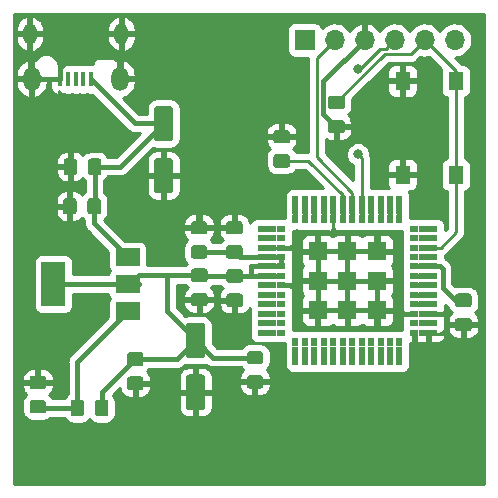
<source format=gbr>
G04 #@! TF.GenerationSoftware,KiCad,Pcbnew,(5.99.0-863-g2d7f4d60c)*
G04 #@! TF.CreationDate,2020-04-02T16:04:36+02:00*
G04 #@! TF.ProjectId,lab1,6c616231-2e6b-4696-9361-645f70636258,rev?*
G04 #@! TF.SameCoordinates,Original*
G04 #@! TF.FileFunction,Copper,L1,Top*
G04 #@! TF.FilePolarity,Positive*
%FSLAX46Y46*%
G04 Gerber Fmt 4.6, Leading zero omitted, Abs format (unit mm)*
G04 Created by KiCad (PCBNEW (5.99.0-863-g2d7f4d60c)) date 2020-04-02 16:04:36*
%MOMM*%
%LPD*%
G01*
G04 APERTURE LIST*
%ADD10R,0.500000X1.600000*%
%ADD11R,1.600000X0.500000*%
%ADD12R,1.600000X1.600000*%
%ADD13R,0.500000X0.800000*%
%ADD14R,0.800000X0.500000*%
%ADD15R,1.300000X1.550000*%
%ADD16O,1.150000X1.800000*%
%ADD17O,1.450000X2.000000*%
%ADD18R,0.450000X1.300000*%
%ADD19O,1.700000X1.700000*%
%ADD20R,1.700000X1.700000*%
%ADD21R,2.000000X1.500000*%
%ADD22R,2.000000X3.800000*%
%ADD23C,0.800000*%
%ADD24C,0.400000*%
%ADD25C,0.250000*%
%ADD26C,0.254000*%
G04 APERTURE END LIST*
D10*
X66330000Y-46272000D03*
D11*
X75180000Y-52269000D03*
D10*
X64728000Y-46272000D03*
X63930000Y-46266000D03*
X65530000Y-46272000D03*
X68730000Y-46269000D03*
X71929000Y-46265000D03*
D11*
X75178000Y-48270000D03*
X75179000Y-49070000D03*
X75178000Y-50669000D03*
X75179000Y-49870000D03*
X75171000Y-51469000D03*
D10*
X71130000Y-46271000D03*
X72730000Y-46269000D03*
X67931000Y-46267000D03*
X70329000Y-46268000D03*
X67129000Y-46272000D03*
D11*
X75183000Y-53070000D03*
X75182000Y-53870000D03*
D10*
X69529000Y-46269000D03*
D11*
X75179000Y-57070000D03*
D10*
X69528000Y-59064000D03*
X70330000Y-59068000D03*
X68730000Y-59067000D03*
X67929000Y-59064000D03*
D11*
X75181000Y-54670000D03*
X75176000Y-55471000D03*
D10*
X71930000Y-59058000D03*
D11*
X75180000Y-56270000D03*
X61481000Y-57070000D03*
D10*
X64729000Y-59070000D03*
D11*
X61481000Y-55470000D03*
D10*
X63930000Y-59068000D03*
X66330000Y-59070000D03*
X72731000Y-59070000D03*
X65528000Y-59062000D03*
D11*
X61481000Y-56269000D03*
D10*
X71128000Y-59064000D03*
D11*
X61480000Y-51470000D03*
D10*
X67130000Y-59064000D03*
D11*
X61481000Y-54671000D03*
X61481000Y-53869000D03*
X61480000Y-53070000D03*
X61481000Y-52270000D03*
X61481000Y-49870000D03*
X61480000Y-50670000D03*
X61480000Y-49070000D03*
X61482000Y-48270000D03*
D12*
X70830000Y-55170000D03*
X68330000Y-55170000D03*
X65830000Y-55170000D03*
X70830000Y-52670000D03*
X68330000Y-52670000D03*
X65830000Y-52670000D03*
X70830000Y-50170000D03*
X68330000Y-50170000D03*
X65830000Y-50170000D03*
D13*
X63930000Y-47470000D03*
X64730000Y-47470000D03*
X65530000Y-47470000D03*
X66330000Y-47470000D03*
X67130000Y-47470000D03*
X67930000Y-47470000D03*
X68730000Y-47470000D03*
D14*
X62680000Y-48270000D03*
X62680000Y-49070000D03*
X62680000Y-49870000D03*
X62680000Y-50670000D03*
X62680000Y-51470000D03*
X62680000Y-52270000D03*
X62680000Y-53070000D03*
X62680000Y-53870000D03*
X62680000Y-54670000D03*
X62680000Y-55470000D03*
X62680000Y-56270000D03*
X73980000Y-55470000D03*
X73980000Y-54670000D03*
X73980000Y-53870000D03*
X73980000Y-53070000D03*
X73980000Y-52270000D03*
X73980000Y-51470000D03*
X73980000Y-50670000D03*
X73980000Y-49870000D03*
X73980000Y-49070000D03*
X73980000Y-48270000D03*
D13*
X72730000Y-47470000D03*
X71130000Y-47470000D03*
X70330000Y-47470000D03*
X69530000Y-47470000D03*
D14*
X62680000Y-57070000D03*
D13*
X63930000Y-57870000D03*
X64730000Y-57870000D03*
X65530000Y-57870000D03*
X66330000Y-57870000D03*
X67130000Y-57870000D03*
X67930000Y-57870000D03*
X68730000Y-57870000D03*
X69530000Y-57870000D03*
X70330000Y-57870000D03*
X71130000Y-57870000D03*
X71930000Y-57870000D03*
X72730000Y-57870000D03*
D14*
X73980000Y-57070000D03*
X73980000Y-56270000D03*
D13*
X71930000Y-47470000D03*
D15*
X77500000Y-35760000D03*
X73000000Y-35760000D03*
X73000000Y-43710000D03*
X77500000Y-43710000D03*
G04 #@! TA.AperFunction,SMDPad,CuDef*
G36*
X61045671Y-60679030D02*
G01*
X61126777Y-60733223D01*
X61180970Y-60814329D01*
X61200000Y-60909999D01*
X61200000Y-61560001D01*
X61180970Y-61655671D01*
X61126777Y-61736777D01*
X61045671Y-61790970D01*
X60950001Y-61810000D01*
X60049999Y-61810000D01*
X59954329Y-61790970D01*
X59873223Y-61736777D01*
X59819030Y-61655671D01*
X59800000Y-61560001D01*
X59800000Y-60909999D01*
X59819030Y-60814329D01*
X59873223Y-60733223D01*
X59954329Y-60679030D01*
X60049999Y-60660000D01*
X60950001Y-60660000D01*
X61045671Y-60679030D01*
G37*
G04 #@! TD.AperFunction*
G04 #@! TA.AperFunction,SMDPad,CuDef*
G36*
X61045671Y-58629030D02*
G01*
X61126777Y-58683223D01*
X61180970Y-58764329D01*
X61200000Y-58859999D01*
X61200000Y-59510001D01*
X61180970Y-59605671D01*
X61126777Y-59686777D01*
X61045671Y-59740970D01*
X60950001Y-59760000D01*
X60049999Y-59760000D01*
X59954329Y-59740970D01*
X59873223Y-59686777D01*
X59819030Y-59605671D01*
X59800000Y-59510001D01*
X59800000Y-58859999D01*
X59819030Y-58764329D01*
X59873223Y-58683223D01*
X59954329Y-58629030D01*
X60049999Y-58610000D01*
X60950001Y-58610000D01*
X61045671Y-58629030D01*
G37*
G04 #@! TD.AperFunction*
G04 #@! TA.AperFunction,SMDPad,CuDef*
G36*
X56325671Y-53714030D02*
G01*
X56406777Y-53768223D01*
X56460970Y-53849329D01*
X56480000Y-53944999D01*
X56480000Y-54595001D01*
X56460970Y-54690671D01*
X56406777Y-54771777D01*
X56325671Y-54825970D01*
X56230001Y-54845000D01*
X55329999Y-54845000D01*
X55234329Y-54825970D01*
X55153223Y-54771777D01*
X55099030Y-54690671D01*
X55080000Y-54595001D01*
X55080000Y-53944999D01*
X55099030Y-53849329D01*
X55153223Y-53768223D01*
X55234329Y-53714030D01*
X55329999Y-53695000D01*
X56230001Y-53695000D01*
X56325671Y-53714030D01*
G37*
G04 #@! TD.AperFunction*
G04 #@! TA.AperFunction,SMDPad,CuDef*
G36*
X56325671Y-51664030D02*
G01*
X56406777Y-51718223D01*
X56460970Y-51799329D01*
X56480000Y-51894999D01*
X56480000Y-52545001D01*
X56460970Y-52640671D01*
X56406777Y-52721777D01*
X56325671Y-52775970D01*
X56230001Y-52795000D01*
X55329999Y-52795000D01*
X55234329Y-52775970D01*
X55153223Y-52721777D01*
X55099030Y-52640671D01*
X55080000Y-52545001D01*
X55080000Y-51894999D01*
X55099030Y-51799329D01*
X55153223Y-51718223D01*
X55234329Y-51664030D01*
X55329999Y-51645000D01*
X56230001Y-51645000D01*
X56325671Y-51664030D01*
G37*
G04 #@! TD.AperFunction*
G04 #@! TA.AperFunction,SMDPad,CuDef*
G36*
X59325671Y-53764030D02*
G01*
X59406777Y-53818223D01*
X59460970Y-53899329D01*
X59480000Y-53994999D01*
X59480000Y-54645001D01*
X59460970Y-54740671D01*
X59406777Y-54821777D01*
X59325671Y-54875970D01*
X59230001Y-54895000D01*
X58329999Y-54895000D01*
X58234329Y-54875970D01*
X58153223Y-54821777D01*
X58099030Y-54740671D01*
X58080000Y-54645001D01*
X58080000Y-53994999D01*
X58099030Y-53899329D01*
X58153223Y-53818223D01*
X58234329Y-53764030D01*
X58329999Y-53745000D01*
X59230001Y-53745000D01*
X59325671Y-53764030D01*
G37*
G04 #@! TD.AperFunction*
G04 #@! TA.AperFunction,SMDPad,CuDef*
G36*
X59325671Y-51714030D02*
G01*
X59406777Y-51768223D01*
X59460970Y-51849329D01*
X59480000Y-51944999D01*
X59480000Y-52595001D01*
X59460970Y-52690671D01*
X59406777Y-52771777D01*
X59325671Y-52825970D01*
X59230001Y-52845000D01*
X58329999Y-52845000D01*
X58234329Y-52825970D01*
X58153223Y-52771777D01*
X58099030Y-52690671D01*
X58080000Y-52595001D01*
X58080000Y-51944999D01*
X58099030Y-51849329D01*
X58153223Y-51768223D01*
X58234329Y-51714030D01*
X58329999Y-51695000D01*
X59230001Y-51695000D01*
X59325671Y-51714030D01*
G37*
G04 #@! TD.AperFunction*
G04 #@! TA.AperFunction,SMDPad,CuDef*
G36*
X59305671Y-47634030D02*
G01*
X59386777Y-47688223D01*
X59440970Y-47769329D01*
X59460000Y-47864999D01*
X59460000Y-48515001D01*
X59440970Y-48610671D01*
X59386777Y-48691777D01*
X59305671Y-48745970D01*
X59210001Y-48765000D01*
X58309999Y-48765000D01*
X58214329Y-48745970D01*
X58133223Y-48691777D01*
X58079030Y-48610671D01*
X58060000Y-48515001D01*
X58060000Y-47864999D01*
X58079030Y-47769329D01*
X58133223Y-47688223D01*
X58214329Y-47634030D01*
X58309999Y-47615000D01*
X59210001Y-47615000D01*
X59305671Y-47634030D01*
G37*
G04 #@! TD.AperFunction*
G04 #@! TA.AperFunction,SMDPad,CuDef*
G36*
X59305671Y-49684030D02*
G01*
X59386777Y-49738223D01*
X59440970Y-49819329D01*
X59460000Y-49914999D01*
X59460000Y-50565001D01*
X59440970Y-50660671D01*
X59386777Y-50741777D01*
X59305671Y-50795970D01*
X59210001Y-50815000D01*
X58309999Y-50815000D01*
X58214329Y-50795970D01*
X58133223Y-50741777D01*
X58079030Y-50660671D01*
X58060000Y-50565001D01*
X58060000Y-49914999D01*
X58079030Y-49819329D01*
X58133223Y-49738223D01*
X58214329Y-49684030D01*
X58309999Y-49665000D01*
X59210001Y-49665000D01*
X59305671Y-49684030D01*
G37*
G04 #@! TD.AperFunction*
G04 #@! TA.AperFunction,SMDPad,CuDef*
G36*
X56305671Y-47634030D02*
G01*
X56386777Y-47688223D01*
X56440970Y-47769329D01*
X56460000Y-47864999D01*
X56460000Y-48515001D01*
X56440970Y-48610671D01*
X56386777Y-48691777D01*
X56305671Y-48745970D01*
X56210001Y-48765000D01*
X55309999Y-48765000D01*
X55214329Y-48745970D01*
X55133223Y-48691777D01*
X55079030Y-48610671D01*
X55060000Y-48515001D01*
X55060000Y-47864999D01*
X55079030Y-47769329D01*
X55133223Y-47688223D01*
X55214329Y-47634030D01*
X55309999Y-47615000D01*
X56210001Y-47615000D01*
X56305671Y-47634030D01*
G37*
G04 #@! TD.AperFunction*
G04 #@! TA.AperFunction,SMDPad,CuDef*
G36*
X56305671Y-49684030D02*
G01*
X56386777Y-49738223D01*
X56440970Y-49819329D01*
X56460000Y-49914999D01*
X56460000Y-50565001D01*
X56440970Y-50660671D01*
X56386777Y-50741777D01*
X56305671Y-50795970D01*
X56210001Y-50815000D01*
X55309999Y-50815000D01*
X55214329Y-50795970D01*
X55133223Y-50741777D01*
X55079030Y-50660671D01*
X55060000Y-50565001D01*
X55060000Y-49914999D01*
X55079030Y-49819329D01*
X55133223Y-49738223D01*
X55214329Y-49684030D01*
X55309999Y-49665000D01*
X56210001Y-49665000D01*
X56305671Y-49684030D01*
G37*
G04 #@! TD.AperFunction*
G04 #@! TA.AperFunction,SMDPad,CuDef*
G36*
X78685671Y-55829030D02*
G01*
X78766777Y-55883223D01*
X78820970Y-55964329D01*
X78840000Y-56059999D01*
X78840000Y-56710001D01*
X78820970Y-56805671D01*
X78766777Y-56886777D01*
X78685671Y-56940970D01*
X78590001Y-56960000D01*
X77689999Y-56960000D01*
X77594329Y-56940970D01*
X77513223Y-56886777D01*
X77459030Y-56805671D01*
X77440000Y-56710001D01*
X77440000Y-56059999D01*
X77459030Y-55964329D01*
X77513223Y-55883223D01*
X77594329Y-55829030D01*
X77689999Y-55810000D01*
X78590001Y-55810000D01*
X78685671Y-55829030D01*
G37*
G04 #@! TD.AperFunction*
G04 #@! TA.AperFunction,SMDPad,CuDef*
G36*
X78685671Y-53779030D02*
G01*
X78766777Y-53833223D01*
X78820970Y-53914329D01*
X78840000Y-54009999D01*
X78840000Y-54660001D01*
X78820970Y-54755671D01*
X78766777Y-54836777D01*
X78685671Y-54890970D01*
X78590001Y-54910000D01*
X77689999Y-54910000D01*
X77594329Y-54890970D01*
X77513223Y-54836777D01*
X77459030Y-54755671D01*
X77440000Y-54660001D01*
X77440000Y-54009999D01*
X77459030Y-53914329D01*
X77513223Y-53833223D01*
X77594329Y-53779030D01*
X77689999Y-53760000D01*
X78590001Y-53760000D01*
X78685671Y-53779030D01*
G37*
G04 #@! TD.AperFunction*
G04 #@! TA.AperFunction,SMDPad,CuDef*
G36*
X67945671Y-37024030D02*
G01*
X68026777Y-37078223D01*
X68080970Y-37159329D01*
X68100000Y-37254999D01*
X68100000Y-37905001D01*
X68080970Y-38000671D01*
X68026777Y-38081777D01*
X67945671Y-38135970D01*
X67850001Y-38155000D01*
X66949999Y-38155000D01*
X66854329Y-38135970D01*
X66773223Y-38081777D01*
X66719030Y-38000671D01*
X66700000Y-37905001D01*
X66700000Y-37254999D01*
X66719030Y-37159329D01*
X66773223Y-37078223D01*
X66854329Y-37024030D01*
X66949999Y-37005000D01*
X67850001Y-37005000D01*
X67945671Y-37024030D01*
G37*
G04 #@! TD.AperFunction*
G04 #@! TA.AperFunction,SMDPad,CuDef*
G36*
X67945671Y-39074030D02*
G01*
X68026777Y-39128223D01*
X68080970Y-39209329D01*
X68100000Y-39304999D01*
X68100000Y-39955001D01*
X68080970Y-40050671D01*
X68026777Y-40131777D01*
X67945671Y-40185970D01*
X67850001Y-40205000D01*
X66949999Y-40205000D01*
X66854329Y-40185970D01*
X66773223Y-40131777D01*
X66719030Y-40050671D01*
X66700000Y-39955001D01*
X66700000Y-39304999D01*
X66719030Y-39209329D01*
X66773223Y-39128223D01*
X66854329Y-39074030D01*
X66949999Y-39055000D01*
X67850001Y-39055000D01*
X67945671Y-39074030D01*
G37*
G04 #@! TD.AperFunction*
G04 #@! TA.AperFunction,SMDPad,CuDef*
G36*
X45290671Y-42339030D02*
G01*
X45371777Y-42393223D01*
X45425970Y-42474329D01*
X45445000Y-42569999D01*
X45445000Y-43470001D01*
X45425970Y-43565671D01*
X45371777Y-43646777D01*
X45290671Y-43700970D01*
X45195001Y-43720000D01*
X44544999Y-43720000D01*
X44449329Y-43700970D01*
X44368223Y-43646777D01*
X44314030Y-43565671D01*
X44295000Y-43470001D01*
X44295000Y-42569999D01*
X44314030Y-42474329D01*
X44368223Y-42393223D01*
X44449329Y-42339030D01*
X44544999Y-42320000D01*
X45195001Y-42320000D01*
X45290671Y-42339030D01*
G37*
G04 #@! TD.AperFunction*
G04 #@! TA.AperFunction,SMDPad,CuDef*
G36*
X47340671Y-42339030D02*
G01*
X47421777Y-42393223D01*
X47475970Y-42474329D01*
X47495000Y-42569999D01*
X47495000Y-43470001D01*
X47475970Y-43565671D01*
X47421777Y-43646777D01*
X47340671Y-43700970D01*
X47245001Y-43720000D01*
X46594999Y-43720000D01*
X46499329Y-43700970D01*
X46418223Y-43646777D01*
X46364030Y-43565671D01*
X46345000Y-43470001D01*
X46345000Y-42569999D01*
X46364030Y-42474329D01*
X46418223Y-42393223D01*
X46499329Y-42339030D01*
X46594999Y-42320000D01*
X47245001Y-42320000D01*
X47340671Y-42339030D01*
G37*
G04 #@! TD.AperFunction*
G04 #@! TA.AperFunction,SMDPad,CuDef*
G36*
X53405671Y-42289030D02*
G01*
X53486777Y-42343223D01*
X53540970Y-42424329D01*
X53560000Y-42520000D01*
X53560000Y-45020000D01*
X53540970Y-45115671D01*
X53486777Y-45196777D01*
X53405671Y-45250970D01*
X53310000Y-45270000D01*
X52210000Y-45270000D01*
X52114329Y-45250970D01*
X52033223Y-45196777D01*
X51979030Y-45115671D01*
X51960000Y-45020000D01*
X51960000Y-42520000D01*
X51979030Y-42424329D01*
X52033223Y-42343223D01*
X52114329Y-42289030D01*
X52210000Y-42270000D01*
X53310000Y-42270000D01*
X53405671Y-42289030D01*
G37*
G04 #@! TD.AperFunction*
G04 #@! TA.AperFunction,SMDPad,CuDef*
G36*
X53405671Y-37889030D02*
G01*
X53486777Y-37943223D01*
X53540970Y-38024329D01*
X53560000Y-38120000D01*
X53560000Y-40620000D01*
X53540970Y-40715671D01*
X53486777Y-40796777D01*
X53405671Y-40850970D01*
X53310000Y-40870000D01*
X52210000Y-40870000D01*
X52114329Y-40850970D01*
X52033223Y-40796777D01*
X51979030Y-40715671D01*
X51960000Y-40620000D01*
X51960000Y-38120000D01*
X51979030Y-38024329D01*
X52033223Y-37943223D01*
X52114329Y-37889030D01*
X52210000Y-37870000D01*
X53310000Y-37870000D01*
X53405671Y-37889030D01*
G37*
G04 #@! TD.AperFunction*
G04 #@! TA.AperFunction,SMDPad,CuDef*
G36*
X45250671Y-45689030D02*
G01*
X45331777Y-45743223D01*
X45385970Y-45824329D01*
X45405000Y-45919999D01*
X45405000Y-46820001D01*
X45385970Y-46915671D01*
X45331777Y-46996777D01*
X45250671Y-47050970D01*
X45155001Y-47070000D01*
X44504999Y-47070000D01*
X44409329Y-47050970D01*
X44328223Y-46996777D01*
X44274030Y-46915671D01*
X44255000Y-46820001D01*
X44255000Y-45919999D01*
X44274030Y-45824329D01*
X44328223Y-45743223D01*
X44409329Y-45689030D01*
X44504999Y-45670000D01*
X45155001Y-45670000D01*
X45250671Y-45689030D01*
G37*
G04 #@! TD.AperFunction*
G04 #@! TA.AperFunction,SMDPad,CuDef*
G36*
X47300671Y-45689030D02*
G01*
X47381777Y-45743223D01*
X47435970Y-45824329D01*
X47455000Y-45919999D01*
X47455000Y-46820001D01*
X47435970Y-46915671D01*
X47381777Y-46996777D01*
X47300671Y-47050970D01*
X47205001Y-47070000D01*
X46554999Y-47070000D01*
X46459329Y-47050970D01*
X46378223Y-46996777D01*
X46324030Y-46915671D01*
X46305000Y-46820001D01*
X46305000Y-45919999D01*
X46324030Y-45824329D01*
X46378223Y-45743223D01*
X46459329Y-45689030D01*
X46554999Y-45670000D01*
X47205001Y-45670000D01*
X47300671Y-45689030D01*
G37*
G04 #@! TD.AperFunction*
G04 #@! TA.AperFunction,SMDPad,CuDef*
G36*
X50895671Y-60804030D02*
G01*
X50976777Y-60858223D01*
X51030970Y-60939329D01*
X51050000Y-61034999D01*
X51050000Y-61685001D01*
X51030970Y-61780671D01*
X50976777Y-61861777D01*
X50895671Y-61915970D01*
X50800001Y-61935000D01*
X49899999Y-61935000D01*
X49804329Y-61915970D01*
X49723223Y-61861777D01*
X49669030Y-61780671D01*
X49650000Y-61685001D01*
X49650000Y-61034999D01*
X49669030Y-60939329D01*
X49723223Y-60858223D01*
X49804329Y-60804030D01*
X49899999Y-60785000D01*
X50800001Y-60785000D01*
X50895671Y-60804030D01*
G37*
G04 #@! TD.AperFunction*
G04 #@! TA.AperFunction,SMDPad,CuDef*
G36*
X50895671Y-58754030D02*
G01*
X50976777Y-58808223D01*
X51030970Y-58889329D01*
X51050000Y-58984999D01*
X51050000Y-59635001D01*
X51030970Y-59730671D01*
X50976777Y-59811777D01*
X50895671Y-59865970D01*
X50800001Y-59885000D01*
X49899999Y-59885000D01*
X49804329Y-59865970D01*
X49723223Y-59811777D01*
X49669030Y-59730671D01*
X49650000Y-59635001D01*
X49650000Y-58984999D01*
X49669030Y-58889329D01*
X49723223Y-58808223D01*
X49804329Y-58754030D01*
X49899999Y-58735000D01*
X50800001Y-58735000D01*
X50895671Y-58754030D01*
G37*
G04 #@! TD.AperFunction*
G04 #@! TA.AperFunction,SMDPad,CuDef*
G36*
X56115671Y-60639030D02*
G01*
X56196777Y-60693223D01*
X56250970Y-60774329D01*
X56270000Y-60870000D01*
X56270000Y-63370000D01*
X56250970Y-63465671D01*
X56196777Y-63546777D01*
X56115671Y-63600970D01*
X56020000Y-63620000D01*
X54920000Y-63620000D01*
X54824329Y-63600970D01*
X54743223Y-63546777D01*
X54689030Y-63465671D01*
X54670000Y-63370000D01*
X54670000Y-60870000D01*
X54689030Y-60774329D01*
X54743223Y-60693223D01*
X54824329Y-60639030D01*
X54920000Y-60620000D01*
X56020000Y-60620000D01*
X56115671Y-60639030D01*
G37*
G04 #@! TD.AperFunction*
G04 #@! TA.AperFunction,SMDPad,CuDef*
G36*
X56115671Y-56239030D02*
G01*
X56196777Y-56293223D01*
X56250970Y-56374329D01*
X56270000Y-56470000D01*
X56270000Y-58970000D01*
X56250970Y-59065671D01*
X56196777Y-59146777D01*
X56115671Y-59200970D01*
X56020000Y-59220000D01*
X54920000Y-59220000D01*
X54824329Y-59200970D01*
X54743223Y-59146777D01*
X54689030Y-59065671D01*
X54670000Y-58970000D01*
X54670000Y-56470000D01*
X54689030Y-56374329D01*
X54743223Y-56293223D01*
X54824329Y-56239030D01*
X54920000Y-56220000D01*
X56020000Y-56220000D01*
X56115671Y-56239030D01*
G37*
G04 #@! TD.AperFunction*
D16*
X41435000Y-31780000D03*
X49185000Y-31780000D03*
D17*
X41585000Y-35580000D03*
X49035000Y-35580000D03*
D18*
X44010000Y-35630000D03*
X44660000Y-35630000D03*
X45310000Y-35630000D03*
X45960000Y-35630000D03*
X46610000Y-35630000D03*
D19*
X77410000Y-32300000D03*
X74870000Y-32300000D03*
X72330000Y-32300000D03*
X69790000Y-32300000D03*
X67250000Y-32300000D03*
D20*
X64710000Y-32300000D03*
G04 #@! TA.AperFunction,SMDPad,CuDef*
G36*
X63305671Y-41979030D02*
G01*
X63386777Y-42033223D01*
X63440970Y-42114329D01*
X63460000Y-42209999D01*
X63460000Y-42860001D01*
X63440970Y-42955671D01*
X63386777Y-43036777D01*
X63305671Y-43090970D01*
X63210001Y-43110000D01*
X62309999Y-43110000D01*
X62214329Y-43090970D01*
X62133223Y-43036777D01*
X62079030Y-42955671D01*
X62060000Y-42860001D01*
X62060000Y-42209999D01*
X62079030Y-42114329D01*
X62133223Y-42033223D01*
X62214329Y-41979030D01*
X62309999Y-41960000D01*
X63210001Y-41960000D01*
X63305671Y-41979030D01*
G37*
G04 #@! TD.AperFunction*
G04 #@! TA.AperFunction,SMDPad,CuDef*
G36*
X63305671Y-39929030D02*
G01*
X63386777Y-39983223D01*
X63440970Y-40064329D01*
X63460000Y-40159999D01*
X63460000Y-40810001D01*
X63440970Y-40905671D01*
X63386777Y-40986777D01*
X63305671Y-41040970D01*
X63210001Y-41060000D01*
X62309999Y-41060000D01*
X62214329Y-41040970D01*
X62133223Y-40986777D01*
X62079030Y-40905671D01*
X62060000Y-40810001D01*
X62060000Y-40159999D01*
X62079030Y-40064329D01*
X62133223Y-39983223D01*
X62214329Y-39929030D01*
X62309999Y-39910000D01*
X63210001Y-39910000D01*
X63305671Y-39929030D01*
G37*
G04 #@! TD.AperFunction*
G04 #@! TA.AperFunction,SMDPad,CuDef*
G36*
X45885671Y-62759030D02*
G01*
X45966777Y-62813223D01*
X46020970Y-62894329D01*
X46040000Y-62989999D01*
X46040000Y-63890001D01*
X46020970Y-63985671D01*
X45966777Y-64066777D01*
X45885671Y-64120970D01*
X45790001Y-64140000D01*
X45139999Y-64140000D01*
X45044329Y-64120970D01*
X44963223Y-64066777D01*
X44909030Y-63985671D01*
X44890000Y-63890001D01*
X44890000Y-62989999D01*
X44909030Y-62894329D01*
X44963223Y-62813223D01*
X45044329Y-62759030D01*
X45139999Y-62740000D01*
X45790001Y-62740000D01*
X45885671Y-62759030D01*
G37*
G04 #@! TD.AperFunction*
G04 #@! TA.AperFunction,SMDPad,CuDef*
G36*
X47935671Y-62759030D02*
G01*
X48016777Y-62813223D01*
X48070970Y-62894329D01*
X48090000Y-62989999D01*
X48090000Y-63890001D01*
X48070970Y-63985671D01*
X48016777Y-64066777D01*
X47935671Y-64120970D01*
X47840001Y-64140000D01*
X47189999Y-64140000D01*
X47094329Y-64120970D01*
X47013223Y-64066777D01*
X46959030Y-63985671D01*
X46940000Y-63890001D01*
X46940000Y-62989999D01*
X46959030Y-62894329D01*
X47013223Y-62813223D01*
X47094329Y-62759030D01*
X47189999Y-62740000D01*
X47840001Y-62740000D01*
X47935671Y-62759030D01*
G37*
G04 #@! TD.AperFunction*
G04 #@! TA.AperFunction,SMDPad,CuDef*
G36*
X42655671Y-60734030D02*
G01*
X42736777Y-60788223D01*
X42790970Y-60869329D01*
X42810000Y-60964999D01*
X42810000Y-61615001D01*
X42790970Y-61710671D01*
X42736777Y-61791777D01*
X42655671Y-61845970D01*
X42560001Y-61865000D01*
X41659999Y-61865000D01*
X41564329Y-61845970D01*
X41483223Y-61791777D01*
X41429030Y-61710671D01*
X41410000Y-61615001D01*
X41410000Y-60964999D01*
X41429030Y-60869329D01*
X41483223Y-60788223D01*
X41564329Y-60734030D01*
X41659999Y-60715000D01*
X42560001Y-60715000D01*
X42655671Y-60734030D01*
G37*
G04 #@! TD.AperFunction*
G04 #@! TA.AperFunction,SMDPad,CuDef*
G36*
X42655671Y-62784030D02*
G01*
X42736777Y-62838223D01*
X42790970Y-62919329D01*
X42810000Y-63014999D01*
X42810000Y-63665001D01*
X42790970Y-63760671D01*
X42736777Y-63841777D01*
X42655671Y-63895970D01*
X42560001Y-63915000D01*
X41659999Y-63915000D01*
X41564329Y-63895970D01*
X41483223Y-63841777D01*
X41429030Y-63760671D01*
X41410000Y-63665001D01*
X41410000Y-63014999D01*
X41429030Y-62919329D01*
X41483223Y-62838223D01*
X41564329Y-62784030D01*
X41659999Y-62765000D01*
X42560001Y-62765000D01*
X42655671Y-62784030D01*
G37*
G04 #@! TD.AperFunction*
D21*
X49720000Y-55270000D03*
X49720000Y-50670000D03*
X49720000Y-52970000D03*
D22*
X43420000Y-52970000D03*
D23*
X58010000Y-65240000D03*
X69227347Y-34727347D03*
X69227347Y-41992653D03*
X64080000Y-48750000D03*
D24*
X61480000Y-51470000D02*
X62680000Y-51470000D01*
X61480000Y-50670000D02*
X62680000Y-50670000D01*
X62680000Y-50670000D02*
X62680000Y-51470000D01*
X69790000Y-32300000D02*
X66299990Y-35790010D01*
X66299990Y-35790010D02*
X66299990Y-38529990D01*
X66299990Y-38529990D02*
X67400000Y-39630000D01*
X60170000Y-51470000D02*
X61480000Y-51470000D01*
X60170000Y-52270000D02*
X58780000Y-52270000D01*
X61481000Y-52270000D02*
X60170000Y-52270000D01*
X62680000Y-52270000D02*
X61481000Y-52270000D01*
X61480000Y-50670000D02*
X59190000Y-50670000D01*
X59190000Y-50670000D02*
X58760000Y-50240000D01*
X45465000Y-63440000D02*
X42210000Y-63440000D01*
X42210000Y-63440000D02*
X42110000Y-63340000D01*
X47515000Y-63440000D02*
X47515000Y-62145000D01*
X47515000Y-62145000D02*
X50350000Y-59310000D01*
X63930000Y-46266000D02*
X63930000Y-47470000D01*
X64728000Y-46272000D02*
X64728000Y-47468000D01*
X64728000Y-47468000D02*
X64730000Y-47470000D01*
X65530000Y-46272000D02*
X65530000Y-47470000D01*
X66330000Y-46272000D02*
X66330000Y-47470000D01*
X67129000Y-46272000D02*
X67129000Y-47469000D01*
X67129000Y-47469000D02*
X67130000Y-47470000D01*
X67931000Y-46267000D02*
X67931000Y-47469000D01*
X67931000Y-47469000D02*
X67930000Y-47470000D01*
X68730000Y-46269000D02*
X68730000Y-47470000D01*
X69529000Y-46269000D02*
X69529000Y-47469000D01*
X69529000Y-47469000D02*
X69530000Y-47470000D01*
X71929000Y-46265000D02*
X71929000Y-47469000D01*
X71929000Y-47469000D02*
X71930000Y-47470000D01*
X71130000Y-46271000D02*
X71130000Y-47470000D01*
X70329000Y-46268000D02*
X70329000Y-47469000D01*
X70329000Y-47469000D02*
X70330000Y-47470000D01*
X72730000Y-46269000D02*
X72730000Y-47470000D01*
X50720000Y-52970000D02*
X49720000Y-52970000D01*
X68330000Y-52670000D02*
X68330000Y-50170000D01*
X65830000Y-52670000D02*
X65830000Y-50170000D01*
X65830000Y-55170000D02*
X65830000Y-52670000D01*
X68330000Y-55170000D02*
X68330000Y-52670000D01*
X70830000Y-55170000D02*
X70830000Y-52670000D01*
X68330000Y-55170000D02*
X70830000Y-55170000D01*
X65830000Y-55170000D02*
X68330000Y-55170000D01*
X68330000Y-52670000D02*
X70830000Y-52670000D01*
X65830000Y-52670000D02*
X68330000Y-52670000D01*
X68330000Y-50170000D02*
X70830000Y-50170000D01*
X65830000Y-50170000D02*
X68330000Y-50170000D01*
D25*
X74870000Y-32300000D02*
X73694999Y-33475001D01*
X73694999Y-33475001D02*
X71504999Y-33475001D01*
X71504999Y-33475001D02*
X67400000Y-37580000D01*
X73000000Y-35760000D02*
X73000000Y-35510000D01*
X73000000Y-43710000D02*
X73000000Y-35760000D01*
X77500000Y-35760000D02*
X77500000Y-34930000D01*
X77500000Y-34930000D02*
X74870000Y-32300000D01*
X77500000Y-43710000D02*
X77500000Y-35760000D01*
X77500000Y-43710000D02*
X77500000Y-48599000D01*
X77500000Y-48599000D02*
X76229000Y-49870000D01*
X76229000Y-49870000D02*
X75179000Y-49870000D01*
D24*
X73980000Y-54670000D02*
X75181000Y-54670000D01*
X73980000Y-53870000D02*
X75182000Y-53870000D01*
X73980000Y-53070000D02*
X75183000Y-53070000D01*
X73980000Y-52270000D02*
X75179000Y-52270000D01*
X75179000Y-52270000D02*
X75180000Y-52269000D01*
X73980000Y-51470000D02*
X75170000Y-51470000D01*
X75170000Y-51470000D02*
X75171000Y-51469000D01*
X78140000Y-54335000D02*
X77440000Y-54335000D01*
X76383001Y-51701999D02*
X76150002Y-51469000D01*
X77440000Y-54335000D02*
X76383001Y-53278001D01*
X76383001Y-53278001D02*
X76383001Y-51701999D01*
X76150002Y-51469000D02*
X75171000Y-51469000D01*
X53020000Y-52220000D02*
X55780000Y-52220000D01*
X50720000Y-52220000D02*
X53020000Y-52220000D01*
X55470000Y-57720000D02*
X53020000Y-55270000D01*
X53020000Y-55270000D02*
X53020000Y-52220000D01*
X50350000Y-59310000D02*
X53880000Y-59310000D01*
X53880000Y-59310000D02*
X55470000Y-57720000D01*
X45365000Y-63340000D02*
X45465000Y-63440000D01*
X49720000Y-55270000D02*
X45465000Y-59525000D01*
X45465000Y-59525000D02*
X45465000Y-63440000D01*
X49720000Y-52970000D02*
X49970000Y-52970000D01*
X49970000Y-52970000D02*
X50720000Y-52220000D01*
X46880000Y-46370000D02*
X46880000Y-47830000D01*
X46880000Y-47830000D02*
X49720000Y-50670000D01*
X46920000Y-43020000D02*
X46920000Y-46330000D01*
X46920000Y-46330000D02*
X46880000Y-46370000D01*
X52760000Y-39370000D02*
X49110000Y-43020000D01*
X49110000Y-43020000D02*
X46920000Y-43020000D01*
X46610000Y-35630000D02*
X50350000Y-39370000D01*
X50350000Y-39370000D02*
X52760000Y-39370000D01*
D25*
X61481000Y-49870000D02*
X62680000Y-49870000D01*
X61481000Y-49870000D02*
X61030000Y-49870000D01*
D24*
X60170000Y-51470000D02*
X60170000Y-52270000D01*
X58780000Y-52270000D02*
X55780000Y-52270000D01*
X58760000Y-50240000D02*
X55760000Y-50240000D01*
X55780000Y-52220000D02*
X55780000Y-52270000D01*
X55780000Y-54270000D02*
X55780000Y-54220000D01*
X43420000Y-52970000D02*
X49720000Y-52970000D01*
D25*
X67930000Y-45437998D02*
X67930000Y-47470000D01*
X65027002Y-42535000D02*
X67930000Y-45437998D01*
X62760000Y-42535000D02*
X65027002Y-42535000D01*
D24*
X56935000Y-59185000D02*
X55470000Y-57720000D01*
X60500000Y-59185000D02*
X56935000Y-59185000D01*
X41435000Y-35430000D02*
X41585000Y-35580000D01*
X41435000Y-31780000D02*
X41435000Y-35430000D01*
X49185000Y-35430000D02*
X49035000Y-35580000D01*
X49185000Y-31780000D02*
X49185000Y-35430000D01*
X44010000Y-34684998D02*
X44010000Y-35630000D01*
X49035000Y-34180000D02*
X48584999Y-33729999D01*
X44964999Y-33729999D02*
X44010000Y-34684998D01*
X48584999Y-33729999D02*
X44964999Y-33729999D01*
X49035000Y-35580000D02*
X49035000Y-34180000D01*
X43960000Y-35580000D02*
X44010000Y-35630000D01*
X41585000Y-35580000D02*
X43960000Y-35580000D01*
D25*
X67250000Y-32300000D02*
X65710000Y-33840000D01*
X68730000Y-45219000D02*
X68730000Y-47470000D01*
X65710000Y-42199000D02*
X68730000Y-45219000D01*
X65710000Y-33840000D02*
X65710000Y-42199000D01*
X71585009Y-33024991D02*
X71105009Y-33024991D01*
X72330000Y-32300000D02*
X72310000Y-32300000D01*
X72310000Y-32300000D02*
X71585009Y-33024991D01*
X71105009Y-33024991D02*
X69402653Y-34727347D01*
X69402653Y-34727347D02*
X69227347Y-34727347D01*
X69529000Y-42294306D02*
X69529000Y-46269000D01*
X69227347Y-41992653D02*
X69529000Y-42294306D01*
X67129000Y-46272000D02*
X67129000Y-48179000D01*
D24*
X75176000Y-55471000D02*
X76709000Y-55471000D01*
X64080000Y-48750000D02*
X64080000Y-49480000D01*
X63690000Y-49870000D02*
X62680000Y-49870000D01*
X64080000Y-49480000D02*
X63690000Y-49870000D01*
X64080000Y-48750000D02*
X64080000Y-52710000D01*
X63720000Y-53070000D02*
X62680000Y-53070000D01*
X64080000Y-52710000D02*
X63720000Y-53070000D01*
X73980000Y-55470000D02*
X73170000Y-55470000D01*
G36*
X79864000Y-69874000D02*
G01*
X40116000Y-69874000D01*
X40116000Y-61491808D01*
X40770776Y-61491808D01*
X40770776Y-61619184D01*
X40772220Y-61632614D01*
X40845255Y-61968353D01*
X40853885Y-61989188D01*
X40982696Y-62189620D01*
X40994499Y-62203241D01*
X41122291Y-62313974D01*
X41085380Y-62337696D01*
X41071759Y-62349499D01*
X40917217Y-62527849D01*
X40907473Y-62543011D01*
X40809439Y-62757676D01*
X40804361Y-62774969D01*
X40771418Y-63004093D01*
X40770776Y-63013070D01*
X40770776Y-63669184D01*
X40772220Y-63682614D01*
X40845255Y-64018353D01*
X40853885Y-64039188D01*
X40982696Y-64239620D01*
X40994499Y-64253241D01*
X41172849Y-64407783D01*
X41188011Y-64417527D01*
X41402676Y-64515561D01*
X41419969Y-64520639D01*
X41649093Y-64553582D01*
X41658070Y-64554224D01*
X42564184Y-64554224D01*
X42577614Y-64552780D01*
X42913353Y-64479745D01*
X42934188Y-64471115D01*
X43134620Y-64342304D01*
X43148241Y-64330501D01*
X43195466Y-64276000D01*
X44341476Y-64276000D01*
X44462696Y-64464620D01*
X44474499Y-64478241D01*
X44652849Y-64632783D01*
X44668011Y-64642527D01*
X44882676Y-64740561D01*
X44899969Y-64745639D01*
X45129093Y-64778582D01*
X45138070Y-64779224D01*
X45794184Y-64779224D01*
X45807614Y-64777780D01*
X46143353Y-64704745D01*
X46164188Y-64696115D01*
X46364620Y-64567304D01*
X46378241Y-64555501D01*
X46488974Y-64427709D01*
X46512696Y-64464620D01*
X46524499Y-64478241D01*
X46702849Y-64632783D01*
X46718011Y-64642527D01*
X46932676Y-64740561D01*
X46949969Y-64745639D01*
X47179093Y-64778582D01*
X47188070Y-64779224D01*
X47844184Y-64779224D01*
X47857614Y-64777780D01*
X48193353Y-64704745D01*
X48214188Y-64696115D01*
X48414620Y-64567304D01*
X48428241Y-64555501D01*
X48582783Y-64377151D01*
X48592527Y-64361989D01*
X48690561Y-64147324D01*
X48695639Y-64130031D01*
X48728582Y-63900907D01*
X48729224Y-63891930D01*
X48729224Y-62985816D01*
X48727780Y-62972386D01*
X48654745Y-62636647D01*
X48646115Y-62615812D01*
X48517304Y-62415380D01*
X48505501Y-62401759D01*
X48470688Y-62371593D01*
X49034991Y-61807290D01*
X49085255Y-62038353D01*
X49093885Y-62059188D01*
X49222696Y-62259620D01*
X49234499Y-62273241D01*
X49412849Y-62427783D01*
X49428011Y-62437527D01*
X49642676Y-62535561D01*
X49659969Y-62540639D01*
X49889093Y-62573582D01*
X49898070Y-62574224D01*
X50148191Y-62574224D01*
X50222000Y-62500415D01*
X50477999Y-62500415D01*
X50551808Y-62574224D01*
X50804184Y-62574224D01*
X50817614Y-62572780D01*
X51153353Y-62499745D01*
X51174188Y-62491115D01*
X51374620Y-62362304D01*
X51388241Y-62350501D01*
X51413103Y-62321808D01*
X54030776Y-62321808D01*
X54030776Y-63374183D01*
X54032220Y-63387613D01*
X54105255Y-63723353D01*
X54113885Y-63744187D01*
X54242696Y-63944620D01*
X54254499Y-63958241D01*
X54432849Y-64112783D01*
X54448011Y-64122527D01*
X54662677Y-64220561D01*
X54679970Y-64225639D01*
X54909094Y-64258582D01*
X54918071Y-64259224D01*
X55268191Y-64259224D01*
X55342000Y-64185415D01*
X55597999Y-64185415D01*
X55671808Y-64259224D01*
X56024183Y-64259224D01*
X56037613Y-64257780D01*
X56373353Y-64184745D01*
X56394187Y-64176115D01*
X56594620Y-64047304D01*
X56608241Y-64035501D01*
X56762783Y-63857151D01*
X56772527Y-63841989D01*
X56870561Y-63627323D01*
X56875639Y-63610030D01*
X56908582Y-63380906D01*
X56909224Y-63371929D01*
X56909224Y-62321809D01*
X56835415Y-62248000D01*
X55671809Y-62247999D01*
X55598000Y-62321808D01*
X55597999Y-64185415D01*
X55342000Y-64185415D01*
X55342001Y-62321809D01*
X55268192Y-62248000D01*
X54104585Y-62247999D01*
X54030776Y-62321808D01*
X51413103Y-62321808D01*
X51542783Y-62172151D01*
X51552527Y-62156989D01*
X51650561Y-61942324D01*
X51655639Y-61925031D01*
X51688582Y-61695907D01*
X51689224Y-61686930D01*
X51689224Y-61561809D01*
X51615415Y-61488000D01*
X50551809Y-61487999D01*
X50478000Y-61561808D01*
X50477999Y-62500415D01*
X50222000Y-62500415D01*
X50222001Y-61561808D01*
X50222000Y-61561807D01*
X50222001Y-61232000D01*
X51615415Y-61232001D01*
X51689224Y-61158192D01*
X51689224Y-61030816D01*
X51687780Y-61017386D01*
X51655299Y-60868071D01*
X54030776Y-60868071D01*
X54030776Y-61918191D01*
X54104585Y-61992000D01*
X55268191Y-61992001D01*
X55342000Y-61918192D01*
X55342000Y-61918191D01*
X55597999Y-61918191D01*
X55671808Y-61992000D01*
X56835415Y-61992001D01*
X56909224Y-61918192D01*
X56909224Y-61436808D01*
X59160776Y-61436808D01*
X59160776Y-61564184D01*
X59162220Y-61577614D01*
X59235255Y-61913353D01*
X59243885Y-61934188D01*
X59372696Y-62134620D01*
X59384499Y-62148241D01*
X59562849Y-62302783D01*
X59578011Y-62312527D01*
X59792676Y-62410561D01*
X59809969Y-62415639D01*
X60039093Y-62448582D01*
X60048070Y-62449224D01*
X60298191Y-62449224D01*
X60372000Y-62375415D01*
X60627999Y-62375415D01*
X60701808Y-62449224D01*
X60954184Y-62449224D01*
X60967614Y-62447780D01*
X61303353Y-62374745D01*
X61324188Y-62366115D01*
X61524620Y-62237304D01*
X61538241Y-62225501D01*
X61692783Y-62047151D01*
X61702527Y-62031989D01*
X61800561Y-61817324D01*
X61805639Y-61800031D01*
X61838582Y-61570907D01*
X61839224Y-61561930D01*
X61839224Y-61436809D01*
X61765415Y-61363000D01*
X60701809Y-61362999D01*
X60628000Y-61436808D01*
X60627999Y-62375415D01*
X60372000Y-62375415D01*
X60372001Y-61436809D01*
X60298192Y-61363000D01*
X59234585Y-61362999D01*
X59160776Y-61436808D01*
X56909224Y-61436808D01*
X56909224Y-60865817D01*
X56907780Y-60852387D01*
X56834745Y-60516647D01*
X56826115Y-60495813D01*
X56697304Y-60295380D01*
X56685501Y-60281759D01*
X56507151Y-60127217D01*
X56491989Y-60117473D01*
X56277323Y-60019439D01*
X56260030Y-60014361D01*
X56030906Y-59981418D01*
X56021929Y-59980776D01*
X55671809Y-59980776D01*
X55598000Y-60054585D01*
X55597999Y-61918191D01*
X55342000Y-61918191D01*
X55342001Y-60054585D01*
X55268192Y-59980776D01*
X54915817Y-59980776D01*
X54902387Y-59982220D01*
X54566647Y-60055255D01*
X54545813Y-60063885D01*
X54345380Y-60192696D01*
X54331759Y-60204499D01*
X54177217Y-60382849D01*
X54167473Y-60398011D01*
X54069439Y-60612677D01*
X54064361Y-60629970D01*
X54031418Y-60859094D01*
X54030776Y-60868071D01*
X51655299Y-60868071D01*
X51614745Y-60681647D01*
X51606115Y-60660812D01*
X51477304Y-60460380D01*
X51465501Y-60446759D01*
X51337709Y-60336026D01*
X51374620Y-60312304D01*
X51388241Y-60300501D01*
X51522118Y-60146000D01*
X53786345Y-60146000D01*
X53803422Y-60149864D01*
X53821317Y-60151304D01*
X53906808Y-60146000D01*
X53935463Y-60146000D01*
X53944406Y-60145363D01*
X53965291Y-60142372D01*
X54042219Y-60137599D01*
X54059799Y-60133959D01*
X54083317Y-60125469D01*
X54108072Y-60121924D01*
X54125303Y-60116885D01*
X54195482Y-60084976D01*
X54268160Y-60058739D01*
X54284327Y-60050080D01*
X54303601Y-60035818D01*
X54326784Y-60025277D01*
X54341908Y-60015605D01*
X54408738Y-59958021D01*
X54426209Y-59945093D01*
X54433292Y-59938990D01*
X54448656Y-59923625D01*
X54509579Y-59871130D01*
X54521381Y-59857603D01*
X54533727Y-59838555D01*
X54586507Y-59785776D01*
X54662677Y-59820561D01*
X54679970Y-59825639D01*
X54909094Y-59858582D01*
X54918071Y-59859224D01*
X56024183Y-59859224D01*
X56037613Y-59857780D01*
X56355492Y-59788630D01*
X56362825Y-59795107D01*
X56383076Y-59815359D01*
X56389850Y-59821232D01*
X56406733Y-59833886D01*
X56464506Y-59884909D01*
X56479511Y-59894765D01*
X56502143Y-59905390D01*
X56522153Y-59920387D01*
X56537900Y-59929009D01*
X56610089Y-59956072D01*
X56680033Y-59988910D01*
X56697587Y-59994218D01*
X56721303Y-59997763D01*
X56745147Y-60006701D01*
X56762681Y-60010556D01*
X56850649Y-60017094D01*
X56872148Y-60020307D01*
X56881473Y-60021000D01*
X56903210Y-60021000D01*
X56983401Y-60026959D01*
X57001312Y-60025738D01*
X57023508Y-60021000D01*
X59331810Y-60021000D01*
X59372696Y-60084620D01*
X59384499Y-60098241D01*
X59512291Y-60208974D01*
X59475380Y-60232696D01*
X59461759Y-60244499D01*
X59307217Y-60422849D01*
X59297473Y-60438011D01*
X59199439Y-60652676D01*
X59194361Y-60669969D01*
X59161418Y-60899093D01*
X59160776Y-60908070D01*
X59160776Y-61033191D01*
X59234585Y-61107000D01*
X60298192Y-61107001D01*
X60298193Y-61107000D01*
X61765415Y-61107001D01*
X61839224Y-61033192D01*
X61839224Y-60905816D01*
X61837780Y-60892386D01*
X61764745Y-60556647D01*
X61756115Y-60535812D01*
X61627304Y-60335380D01*
X61615501Y-60321759D01*
X61487709Y-60211026D01*
X61524620Y-60187304D01*
X61538241Y-60175501D01*
X61692783Y-59997151D01*
X61702527Y-59981989D01*
X61800561Y-59767324D01*
X61805639Y-59750031D01*
X61838582Y-59520907D01*
X61839224Y-59511930D01*
X61839224Y-58855816D01*
X61837780Y-58842386D01*
X61764745Y-58506647D01*
X61756115Y-58485812D01*
X61627304Y-58285380D01*
X61615501Y-58271759D01*
X61437151Y-58117217D01*
X61421989Y-58107473D01*
X61207324Y-58009439D01*
X61190031Y-58004361D01*
X60960907Y-57971418D01*
X60951930Y-57970776D01*
X60045816Y-57970776D01*
X60032386Y-57972220D01*
X59696647Y-58045255D01*
X59675812Y-58053885D01*
X59475380Y-58182696D01*
X59461759Y-58194499D01*
X59327882Y-58349000D01*
X57281282Y-58349000D01*
X56909224Y-57976942D01*
X56909224Y-56465817D01*
X56907780Y-56452387D01*
X56834745Y-56116647D01*
X56826115Y-56095813D01*
X56697304Y-55895380D01*
X56685501Y-55881759D01*
X56507151Y-55727217D01*
X56491989Y-55717473D01*
X56277323Y-55619439D01*
X56260030Y-55614361D01*
X56030906Y-55581418D01*
X56021929Y-55580776D01*
X54915817Y-55580776D01*
X54902387Y-55582220D01*
X54583804Y-55651523D01*
X53856000Y-54923719D01*
X53856000Y-54471808D01*
X54440776Y-54471808D01*
X54440776Y-54599184D01*
X54442220Y-54612614D01*
X54515255Y-54948353D01*
X54523885Y-54969188D01*
X54652696Y-55169620D01*
X54664499Y-55183241D01*
X54842849Y-55337783D01*
X54858011Y-55347527D01*
X55072676Y-55445561D01*
X55089969Y-55450639D01*
X55319093Y-55483582D01*
X55328070Y-55484224D01*
X55578191Y-55484224D01*
X55652000Y-55410415D01*
X55907999Y-55410415D01*
X55981808Y-55484224D01*
X56234184Y-55484224D01*
X56247614Y-55482780D01*
X56583353Y-55409745D01*
X56604188Y-55401115D01*
X56804620Y-55272304D01*
X56818241Y-55260501D01*
X56972783Y-55082151D01*
X56982527Y-55066989D01*
X57080561Y-54852324D01*
X57085639Y-54835031D01*
X57118582Y-54605907D01*
X57119224Y-54596930D01*
X57119224Y-54521808D01*
X57440776Y-54521808D01*
X57440776Y-54649184D01*
X57442220Y-54662614D01*
X57515255Y-54998353D01*
X57523885Y-55019188D01*
X57652696Y-55219620D01*
X57664499Y-55233241D01*
X57842849Y-55387783D01*
X57858011Y-55397527D01*
X58072676Y-55495561D01*
X58089969Y-55500639D01*
X58319093Y-55533582D01*
X58328070Y-55534224D01*
X58578191Y-55534224D01*
X58652000Y-55460415D01*
X58652001Y-54521809D01*
X58578192Y-54448000D01*
X57514585Y-54447999D01*
X57440776Y-54521808D01*
X57119224Y-54521808D01*
X57119224Y-54471809D01*
X57045415Y-54398000D01*
X55981809Y-54397999D01*
X55908000Y-54471808D01*
X55907999Y-55410415D01*
X55652000Y-55410415D01*
X55652001Y-54471809D01*
X55578192Y-54398000D01*
X54514585Y-54397999D01*
X54440776Y-54471808D01*
X53856000Y-54471808D01*
X53856000Y-53056000D01*
X54611810Y-53056000D01*
X54652696Y-53119620D01*
X54664499Y-53133241D01*
X54792291Y-53243974D01*
X54755380Y-53267696D01*
X54741759Y-53279499D01*
X54587217Y-53457849D01*
X54577473Y-53473011D01*
X54479439Y-53687676D01*
X54474361Y-53704969D01*
X54441418Y-53934093D01*
X54440776Y-53943070D01*
X54440776Y-54068191D01*
X54514585Y-54142000D01*
X55578192Y-54142001D01*
X55578193Y-54142000D01*
X57045415Y-54142001D01*
X57119224Y-54068192D01*
X57119224Y-53940816D01*
X57117780Y-53927386D01*
X57044745Y-53591647D01*
X57036115Y-53570812D01*
X56907304Y-53370380D01*
X56895501Y-53356759D01*
X56767709Y-53246026D01*
X56804620Y-53222304D01*
X56818241Y-53210501D01*
X56908792Y-53106000D01*
X57611810Y-53106000D01*
X57652696Y-53169620D01*
X57664499Y-53183241D01*
X57792291Y-53293974D01*
X57755380Y-53317696D01*
X57741759Y-53329499D01*
X57587217Y-53507849D01*
X57577473Y-53523011D01*
X57479439Y-53737676D01*
X57474361Y-53754969D01*
X57441418Y-53984093D01*
X57440776Y-53993070D01*
X57440776Y-54118191D01*
X57514585Y-54192000D01*
X58578192Y-54192001D01*
X58578193Y-54192000D01*
X58908000Y-54192001D01*
X58907999Y-55460415D01*
X58981808Y-55534224D01*
X59234184Y-55534224D01*
X59247614Y-55532780D01*
X59583353Y-55459745D01*
X59604188Y-55451115D01*
X59804620Y-55322304D01*
X59818241Y-55310501D01*
X59972783Y-55132151D01*
X59982527Y-55116989D01*
X60048516Y-54972493D01*
X60068024Y-55045299D01*
X60040122Y-55203538D01*
X60039163Y-55214499D01*
X60039163Y-55728259D01*
X60041319Y-55744634D01*
X60068024Y-55844299D01*
X60040122Y-56002538D01*
X60039163Y-56013499D01*
X60039163Y-56527259D01*
X60041319Y-56543634D01*
X60068237Y-56644093D01*
X60040122Y-56803538D01*
X60039163Y-56814499D01*
X60039163Y-57328258D01*
X60041319Y-57344634D01*
X60116137Y-57623859D01*
X60128880Y-57648339D01*
X60259990Y-57804590D01*
X60276879Y-57818761D01*
X60451120Y-57919359D01*
X60471837Y-57926900D01*
X60664538Y-57960878D01*
X60675499Y-57961837D01*
X63038163Y-57961837D01*
X63038163Y-59876258D01*
X63040319Y-59892634D01*
X63115137Y-60171859D01*
X63127880Y-60196339D01*
X63258990Y-60352590D01*
X63275879Y-60366761D01*
X63450120Y-60467359D01*
X63470837Y-60474900D01*
X63663538Y-60508878D01*
X63674499Y-60509837D01*
X64188259Y-60509837D01*
X64204634Y-60507681D01*
X64299798Y-60482182D01*
X64462538Y-60510878D01*
X64473499Y-60511837D01*
X64987258Y-60511837D01*
X65003634Y-60509681D01*
X65121305Y-60478152D01*
X65261538Y-60502878D01*
X65272499Y-60503837D01*
X65786259Y-60503837D01*
X65802634Y-60501681D01*
X65885484Y-60479482D01*
X66063538Y-60510878D01*
X66074499Y-60511837D01*
X66588258Y-60511837D01*
X66604634Y-60509681D01*
X66718201Y-60479251D01*
X66863538Y-60504878D01*
X66874499Y-60505837D01*
X67388259Y-60505837D01*
X67404634Y-60503681D01*
X67504299Y-60476976D01*
X67662538Y-60504878D01*
X67673499Y-60505837D01*
X68187259Y-60505837D01*
X68203634Y-60503681D01*
X68297341Y-60478573D01*
X68463538Y-60507878D01*
X68474499Y-60508837D01*
X68988258Y-60508837D01*
X69004634Y-60506681D01*
X69110654Y-60478274D01*
X69261538Y-60504878D01*
X69272499Y-60505837D01*
X69786259Y-60505837D01*
X69802634Y-60503681D01*
X69894487Y-60479069D01*
X70063538Y-60508878D01*
X70074499Y-60509837D01*
X70588258Y-60509837D01*
X70604634Y-60507681D01*
X70712906Y-60478670D01*
X70861538Y-60504878D01*
X70872499Y-60505837D01*
X71386258Y-60505837D01*
X71402634Y-60503681D01*
X71516994Y-60473039D01*
X71663538Y-60498878D01*
X71674499Y-60499837D01*
X72188259Y-60499837D01*
X72204634Y-60497681D01*
X72278083Y-60478000D01*
X72464538Y-60510878D01*
X72475499Y-60511837D01*
X72989258Y-60511837D01*
X73005634Y-60509681D01*
X73284859Y-60434863D01*
X73309339Y-60422120D01*
X73465590Y-60291010D01*
X73479761Y-60274121D01*
X73580359Y-60099880D01*
X73587900Y-60079163D01*
X73621878Y-59886462D01*
X73622837Y-59875501D01*
X73622837Y-58261741D01*
X73621837Y-58254146D01*
X73621837Y-57961837D01*
X73782191Y-57961837D01*
X73856000Y-57888028D01*
X73856000Y-57161837D01*
X74104000Y-57161837D01*
X74104000Y-57888028D01*
X74177809Y-57961837D01*
X74981191Y-57961837D01*
X75055000Y-57888028D01*
X75302999Y-57888028D01*
X75376808Y-57961837D01*
X75987258Y-57961837D01*
X76003634Y-57959681D01*
X76282859Y-57884863D01*
X76307339Y-57872120D01*
X76463590Y-57741010D01*
X76477761Y-57724121D01*
X76578359Y-57549880D01*
X76585900Y-57529163D01*
X76629125Y-57284018D01*
X76553592Y-57194000D01*
X75376809Y-57193999D01*
X75303000Y-57267808D01*
X75302999Y-57888028D01*
X75055000Y-57888028D01*
X75055001Y-57267808D01*
X75055000Y-57267807D01*
X75055001Y-57161837D01*
X75988258Y-57161837D01*
X76004634Y-57159681D01*
X76283859Y-57084863D01*
X76308339Y-57072120D01*
X76458642Y-56946001D01*
X76547028Y-56946001D01*
X76620837Y-56872192D01*
X76620837Y-56811741D01*
X76618681Y-56795366D01*
X76592473Y-56697555D01*
X76612000Y-56586808D01*
X76800776Y-56586808D01*
X76800776Y-56714184D01*
X76802220Y-56727614D01*
X76875255Y-57063353D01*
X76883885Y-57084188D01*
X77012696Y-57284620D01*
X77024499Y-57298241D01*
X77202849Y-57452783D01*
X77218011Y-57462527D01*
X77432676Y-57560561D01*
X77449969Y-57565639D01*
X77679093Y-57598582D01*
X77688070Y-57599224D01*
X77938191Y-57599224D01*
X78012000Y-57525415D01*
X78267999Y-57525415D01*
X78341808Y-57599224D01*
X78594184Y-57599224D01*
X78607614Y-57597780D01*
X78943353Y-57524745D01*
X78964188Y-57516115D01*
X79164620Y-57387304D01*
X79178241Y-57375501D01*
X79332783Y-57197151D01*
X79342527Y-57181989D01*
X79440561Y-56967324D01*
X79445639Y-56950031D01*
X79478582Y-56720907D01*
X79479224Y-56711930D01*
X79479224Y-56586809D01*
X79405415Y-56513000D01*
X78341809Y-56512999D01*
X78268000Y-56586808D01*
X78267999Y-57525415D01*
X78012000Y-57525415D01*
X78012001Y-56586809D01*
X77938192Y-56513000D01*
X76874585Y-56512999D01*
X76800776Y-56586808D01*
X76612000Y-56586808D01*
X76620878Y-56536462D01*
X76621837Y-56525501D01*
X76621837Y-56011741D01*
X76619681Y-55995366D01*
X76590564Y-55886698D01*
X76626126Y-55685018D01*
X76550592Y-55595000D01*
X76451011Y-55595000D01*
X76401010Y-55535411D01*
X76384121Y-55521239D01*
X76303925Y-55474938D01*
X76309339Y-55472120D01*
X76458450Y-55347001D01*
X76544028Y-55347001D01*
X76617837Y-55273192D01*
X76617837Y-55212741D01*
X76615681Y-55196366D01*
X76591779Y-55107161D01*
X76621878Y-54936462D01*
X76622837Y-54925501D01*
X76622837Y-54700118D01*
X76782628Y-54859909D01*
X76791976Y-54874724D01*
X76803612Y-54888396D01*
X76858645Y-54937000D01*
X76875255Y-55013353D01*
X76883885Y-55034187D01*
X77012696Y-55234620D01*
X77024499Y-55248241D01*
X77152291Y-55358974D01*
X77115380Y-55382696D01*
X77101759Y-55394499D01*
X76947217Y-55572849D01*
X76937473Y-55588011D01*
X76839439Y-55802676D01*
X76834361Y-55819969D01*
X76801418Y-56049093D01*
X76800776Y-56058070D01*
X76800776Y-56183191D01*
X76874585Y-56257000D01*
X77938192Y-56257001D01*
X77938193Y-56257000D01*
X79405415Y-56257001D01*
X79479224Y-56183192D01*
X79479224Y-56055816D01*
X79477780Y-56042386D01*
X79404745Y-55706647D01*
X79396115Y-55685812D01*
X79267304Y-55485380D01*
X79255501Y-55471759D01*
X79127709Y-55361026D01*
X79164620Y-55337304D01*
X79178241Y-55325501D01*
X79332783Y-55147151D01*
X79342527Y-55131989D01*
X79440561Y-54917324D01*
X79445639Y-54900031D01*
X79478582Y-54670907D01*
X79479224Y-54661930D01*
X79479224Y-54005816D01*
X79477780Y-53992386D01*
X79404745Y-53656647D01*
X79396115Y-53635812D01*
X79267304Y-53435380D01*
X79255501Y-53421759D01*
X79077151Y-53267217D01*
X79061989Y-53257473D01*
X78847324Y-53159439D01*
X78830031Y-53154361D01*
X78600907Y-53121418D01*
X78591930Y-53120776D01*
X77685816Y-53120776D01*
X77672386Y-53122220D01*
X77456471Y-53169189D01*
X77219001Y-52931719D01*
X77219001Y-51795655D01*
X77222865Y-51778578D01*
X77224305Y-51760683D01*
X77219001Y-51675190D01*
X77219001Y-51646536D01*
X77218364Y-51637592D01*
X77215372Y-51616707D01*
X77210600Y-51539778D01*
X77206959Y-51522197D01*
X77198470Y-51498682D01*
X77194925Y-51473929D01*
X77189886Y-51456697D01*
X77157981Y-51386524D01*
X77131740Y-51313838D01*
X77123081Y-51297672D01*
X77108818Y-51278396D01*
X77098277Y-51255214D01*
X77088605Y-51240090D01*
X77031023Y-51173263D01*
X77018096Y-51155792D01*
X77011992Y-51148708D01*
X76996626Y-51133343D01*
X76944131Y-51072419D01*
X76930602Y-51060617D01*
X76911553Y-51048270D01*
X76807374Y-50944091D01*
X76798026Y-50929276D01*
X76786390Y-50915604D01*
X76722169Y-50858886D01*
X76701925Y-50838641D01*
X76695151Y-50832768D01*
X76678269Y-50820115D01*
X76620496Y-50769091D01*
X76619837Y-50768658D01*
X76619837Y-50526687D01*
X76627847Y-50520867D01*
X76672934Y-50497894D01*
X76688980Y-50486236D01*
X76845407Y-50329809D01*
X76845410Y-50329805D01*
X78076606Y-49098611D01*
X78076619Y-49098596D01*
X78116236Y-49058980D01*
X78127894Y-49042934D01*
X78150866Y-48997850D01*
X78180606Y-48956916D01*
X78189610Y-48939246D01*
X78205245Y-48891127D01*
X78228218Y-48846039D01*
X78234346Y-48827177D01*
X78242263Y-48777195D01*
X78257897Y-48729080D01*
X78260999Y-48709491D01*
X78260999Y-48654191D01*
X78261000Y-48654179D01*
X78261000Y-45101539D01*
X78453859Y-45049863D01*
X78478339Y-45037120D01*
X78634590Y-44906010D01*
X78648761Y-44889121D01*
X78749359Y-44714880D01*
X78756900Y-44694163D01*
X78790878Y-44501462D01*
X78791837Y-44490501D01*
X78791837Y-42926742D01*
X78789681Y-42910366D01*
X78714863Y-42631142D01*
X78702120Y-42606662D01*
X78571010Y-42450410D01*
X78554121Y-42436239D01*
X78379880Y-42335641D01*
X78359163Y-42328100D01*
X78261000Y-42310791D01*
X78261000Y-37151539D01*
X78453859Y-37099863D01*
X78478339Y-37087120D01*
X78634590Y-36956010D01*
X78648761Y-36939121D01*
X78749359Y-36764880D01*
X78756900Y-36744163D01*
X78790878Y-36551462D01*
X78791837Y-36540501D01*
X78791837Y-34976742D01*
X78789681Y-34960366D01*
X78714863Y-34681142D01*
X78702120Y-34656662D01*
X78571010Y-34500410D01*
X78554121Y-34486239D01*
X78379880Y-34385641D01*
X78359163Y-34378100D01*
X78166462Y-34344122D01*
X78155501Y-34343163D01*
X77989378Y-34343163D01*
X77430257Y-33784042D01*
X77571956Y-33780084D01*
X77582561Y-33778885D01*
X77819019Y-33731636D01*
X77829270Y-33728667D01*
X78054387Y-33642253D01*
X78063991Y-33637600D01*
X78271330Y-33514491D01*
X78280012Y-33508286D01*
X78463645Y-33352004D01*
X78471158Y-33344424D01*
X78625833Y-33159435D01*
X78631962Y-33150698D01*
X78753256Y-32942294D01*
X78757825Y-32932650D01*
X78842272Y-32706787D01*
X78845151Y-32696511D01*
X78890392Y-32459351D01*
X78891507Y-32448128D01*
X78894077Y-32180341D01*
X78893178Y-32169099D01*
X78852499Y-31931114D01*
X78849817Y-31920784D01*
X78769723Y-31693343D01*
X78765339Y-31683612D01*
X78648067Y-31472916D01*
X78642107Y-31464064D01*
X78491013Y-31276140D01*
X78483647Y-31268417D01*
X78303049Y-31108638D01*
X78294486Y-31102267D01*
X78089549Y-30975202D01*
X78080036Y-30970365D01*
X77856619Y-30879645D01*
X77846427Y-30876480D01*
X77610919Y-30824700D01*
X77600340Y-30823298D01*
X77359475Y-30811939D01*
X77348809Y-30812339D01*
X77109474Y-30841727D01*
X77099030Y-30843918D01*
X76868068Y-30913210D01*
X76858142Y-30917130D01*
X76642155Y-31024346D01*
X76633032Y-31029882D01*
X76438199Y-31171957D01*
X76430138Y-31178952D01*
X76262029Y-31351822D01*
X76255263Y-31360074D01*
X76139229Y-31528903D01*
X76108067Y-31472916D01*
X76102107Y-31464064D01*
X75951013Y-31276140D01*
X75943647Y-31268417D01*
X75763049Y-31108638D01*
X75754486Y-31102267D01*
X75549549Y-30975202D01*
X75540036Y-30970365D01*
X75316619Y-30879645D01*
X75306427Y-30876480D01*
X75070919Y-30824700D01*
X75060340Y-30823298D01*
X74819475Y-30811939D01*
X74808809Y-30812339D01*
X74569474Y-30841727D01*
X74559030Y-30843918D01*
X74328068Y-30913210D01*
X74318142Y-30917130D01*
X74102155Y-31024346D01*
X74093032Y-31029882D01*
X73898199Y-31171957D01*
X73890138Y-31178952D01*
X73722029Y-31351822D01*
X73715263Y-31360074D01*
X73599229Y-31528903D01*
X73568067Y-31472916D01*
X73562107Y-31464064D01*
X73411013Y-31276140D01*
X73403647Y-31268417D01*
X73223049Y-31108638D01*
X73214486Y-31102267D01*
X73009549Y-30975202D01*
X73000036Y-30970365D01*
X72776619Y-30879645D01*
X72766427Y-30876480D01*
X72530919Y-30824700D01*
X72520340Y-30823298D01*
X72279475Y-30811939D01*
X72268809Y-30812339D01*
X72029474Y-30841727D01*
X72019030Y-30843918D01*
X71788068Y-30913210D01*
X71778142Y-30917130D01*
X71562155Y-31024346D01*
X71553032Y-31029882D01*
X71358199Y-31171957D01*
X71350138Y-31178952D01*
X71182029Y-31351822D01*
X71175263Y-31360074D01*
X71059229Y-31528903D01*
X71028067Y-31472916D01*
X71022107Y-31464064D01*
X70871013Y-31276140D01*
X70863647Y-31268417D01*
X70683049Y-31108638D01*
X70674486Y-31102267D01*
X70469549Y-30975202D01*
X70460036Y-30970365D01*
X70236619Y-30879645D01*
X70226427Y-30876480D01*
X70012096Y-30829356D01*
X69918000Y-30905011D01*
X69917999Y-32428000D01*
X69662000Y-32427999D01*
X69662001Y-30906201D01*
X69576981Y-30830982D01*
X69489474Y-30841726D01*
X69479030Y-30843918D01*
X69248068Y-30913210D01*
X69238142Y-30917130D01*
X69022155Y-31024346D01*
X69013032Y-31029882D01*
X68818199Y-31171957D01*
X68810138Y-31178952D01*
X68642029Y-31351822D01*
X68635263Y-31360074D01*
X68519229Y-31528903D01*
X68488067Y-31472916D01*
X68482107Y-31464064D01*
X68331013Y-31276140D01*
X68323647Y-31268417D01*
X68143049Y-31108638D01*
X68134486Y-31102267D01*
X67929549Y-30975202D01*
X67920036Y-30970365D01*
X67696619Y-30879645D01*
X67686427Y-30876480D01*
X67450919Y-30824700D01*
X67440340Y-30823298D01*
X67199475Y-30811939D01*
X67188809Y-30812339D01*
X66949474Y-30841727D01*
X66939030Y-30843918D01*
X66708068Y-30913210D01*
X66698142Y-30917130D01*
X66482155Y-31024346D01*
X66473032Y-31029882D01*
X66278199Y-31171957D01*
X66270138Y-31178952D01*
X66163137Y-31288983D01*
X66124863Y-31146142D01*
X66112120Y-31121662D01*
X65981010Y-30965410D01*
X65964121Y-30951239D01*
X65789880Y-30850641D01*
X65769163Y-30843100D01*
X65576462Y-30809122D01*
X65565501Y-30808163D01*
X63851742Y-30808163D01*
X63835366Y-30810319D01*
X63556142Y-30885137D01*
X63531662Y-30897880D01*
X63375410Y-31028990D01*
X63361239Y-31045879D01*
X63260641Y-31220120D01*
X63253100Y-31240837D01*
X63219122Y-31433538D01*
X63218163Y-31444499D01*
X63218163Y-33158258D01*
X63220319Y-33174634D01*
X63295137Y-33453859D01*
X63307880Y-33478339D01*
X63438990Y-33634590D01*
X63455879Y-33648761D01*
X63630120Y-33749359D01*
X63650837Y-33756900D01*
X63843538Y-33790878D01*
X63854499Y-33791837D01*
X64949000Y-33791837D01*
X64949001Y-41774000D01*
X63976390Y-41774000D01*
X63887304Y-41635380D01*
X63875501Y-41621759D01*
X63747709Y-41511026D01*
X63784620Y-41487304D01*
X63798241Y-41475501D01*
X63952783Y-41297151D01*
X63962527Y-41281989D01*
X64060561Y-41067324D01*
X64065639Y-41050031D01*
X64098582Y-40820907D01*
X64099224Y-40811930D01*
X64099224Y-40686809D01*
X64025415Y-40613000D01*
X62961808Y-40612999D01*
X62961807Y-40613000D01*
X61494585Y-40612999D01*
X61420776Y-40686808D01*
X61420776Y-40814184D01*
X61422220Y-40827614D01*
X61495255Y-41163353D01*
X61503885Y-41184188D01*
X61632696Y-41384620D01*
X61644499Y-41398241D01*
X61772291Y-41508974D01*
X61735380Y-41532696D01*
X61721759Y-41544499D01*
X61567217Y-41722849D01*
X61557473Y-41738011D01*
X61459439Y-41952676D01*
X61454361Y-41969969D01*
X61421418Y-42199093D01*
X61420776Y-42208070D01*
X61420776Y-42864184D01*
X61422220Y-42877614D01*
X61495255Y-43213353D01*
X61503885Y-43234188D01*
X61632696Y-43434620D01*
X61644499Y-43448241D01*
X61822849Y-43602783D01*
X61838011Y-43612527D01*
X62052676Y-43710561D01*
X62069969Y-43715639D01*
X62299093Y-43748582D01*
X62308070Y-43749224D01*
X63214184Y-43749224D01*
X63227614Y-43747780D01*
X63563353Y-43674745D01*
X63584188Y-43666115D01*
X63784620Y-43537304D01*
X63798241Y-43525501D01*
X63952783Y-43347151D01*
X63962527Y-43331989D01*
X63978963Y-43296000D01*
X64711788Y-43296000D01*
X66245950Y-44830163D01*
X66071741Y-44830163D01*
X66055366Y-44832319D01*
X65955304Y-44859130D01*
X65796462Y-44831122D01*
X65785501Y-44830163D01*
X65271741Y-44830163D01*
X65255366Y-44832319D01*
X65154510Y-44859343D01*
X64994462Y-44831122D01*
X64983501Y-44830163D01*
X64469741Y-44830163D01*
X64453366Y-44832319D01*
X64367602Y-44855299D01*
X64196462Y-44825122D01*
X64185501Y-44824163D01*
X63671742Y-44824163D01*
X63655366Y-44826319D01*
X63376142Y-44901137D01*
X63351662Y-44913880D01*
X63195410Y-45044990D01*
X63181239Y-45061879D01*
X63080641Y-45236120D01*
X63073100Y-45256837D01*
X63039122Y-45449538D01*
X63038163Y-45460499D01*
X63038163Y-47378163D01*
X60673742Y-47378163D01*
X60657366Y-47380319D01*
X60378142Y-47455137D01*
X60353662Y-47467880D01*
X60197410Y-47598990D01*
X60183239Y-47615879D01*
X60084589Y-47786746D01*
X60024745Y-47511647D01*
X60016115Y-47490812D01*
X59887304Y-47290380D01*
X59875501Y-47276759D01*
X59697151Y-47122217D01*
X59681989Y-47112473D01*
X59467324Y-47014439D01*
X59450031Y-47009361D01*
X59220907Y-46976418D01*
X59211930Y-46975776D01*
X58961809Y-46975776D01*
X58888000Y-47049585D01*
X58887999Y-47988192D01*
X58888000Y-47988193D01*
X58887999Y-48318000D01*
X57494585Y-48317999D01*
X57420776Y-48391808D01*
X57420776Y-48519184D01*
X57422220Y-48532614D01*
X57495255Y-48868353D01*
X57503885Y-48889188D01*
X57632696Y-49089620D01*
X57644499Y-49103241D01*
X57772291Y-49213974D01*
X57735380Y-49237696D01*
X57721759Y-49249499D01*
X57587882Y-49404000D01*
X56928190Y-49404000D01*
X56887304Y-49340380D01*
X56875501Y-49326759D01*
X56747709Y-49216026D01*
X56784620Y-49192304D01*
X56798241Y-49180501D01*
X56952783Y-49002151D01*
X56962527Y-48986989D01*
X57060561Y-48772324D01*
X57065639Y-48755031D01*
X57098582Y-48525907D01*
X57099224Y-48516930D01*
X57099224Y-48391809D01*
X57025415Y-48318000D01*
X55961808Y-48317999D01*
X55961807Y-48318000D01*
X54494585Y-48317999D01*
X54420776Y-48391808D01*
X54420776Y-48519184D01*
X54422220Y-48532614D01*
X54495255Y-48868353D01*
X54503885Y-48889188D01*
X54632696Y-49089620D01*
X54644499Y-49103241D01*
X54772291Y-49213974D01*
X54735380Y-49237696D01*
X54721759Y-49249499D01*
X54567217Y-49427849D01*
X54557473Y-49443011D01*
X54459439Y-49657676D01*
X54454361Y-49674969D01*
X54421418Y-49904093D01*
X54420776Y-49913070D01*
X54420776Y-50569184D01*
X54422220Y-50582614D01*
X54495255Y-50918353D01*
X54503885Y-50939188D01*
X54632696Y-51139620D01*
X54644499Y-51153241D01*
X54737790Y-51234079D01*
X54607882Y-51384000D01*
X53031820Y-51384000D01*
X52914444Y-51383284D01*
X52909218Y-51384000D01*
X51361837Y-51384000D01*
X51361837Y-49911742D01*
X51359681Y-49895366D01*
X51284863Y-49616142D01*
X51272120Y-49591662D01*
X51141010Y-49435410D01*
X51124121Y-49421239D01*
X50949880Y-49320641D01*
X50929163Y-49313100D01*
X50736462Y-49279122D01*
X50725501Y-49278163D01*
X49510444Y-49278163D01*
X48095351Y-47863070D01*
X54420776Y-47863070D01*
X54420776Y-47988191D01*
X54494585Y-48062000D01*
X55558191Y-48062001D01*
X55632000Y-47988192D01*
X55632000Y-47988191D01*
X55887999Y-47988191D01*
X55961808Y-48062000D01*
X57025415Y-48062001D01*
X57099224Y-47988192D01*
X57099224Y-47863070D01*
X57420776Y-47863070D01*
X57420776Y-47988191D01*
X57494585Y-48062000D01*
X58558191Y-48062001D01*
X58632000Y-47988192D01*
X58632001Y-47049585D01*
X58558192Y-46975776D01*
X58305816Y-46975776D01*
X58292386Y-46977220D01*
X57956647Y-47050255D01*
X57935812Y-47058885D01*
X57735380Y-47187696D01*
X57721759Y-47199499D01*
X57567217Y-47377849D01*
X57557473Y-47393011D01*
X57459439Y-47607676D01*
X57454361Y-47624969D01*
X57421418Y-47854093D01*
X57420776Y-47863070D01*
X57099224Y-47863070D01*
X57099224Y-47860816D01*
X57097780Y-47847386D01*
X57024745Y-47511647D01*
X57016115Y-47490812D01*
X56887304Y-47290380D01*
X56875501Y-47276759D01*
X56697151Y-47122217D01*
X56681989Y-47112473D01*
X56467324Y-47014439D01*
X56450031Y-47009361D01*
X56220907Y-46976418D01*
X56211930Y-46975776D01*
X55961809Y-46975776D01*
X55888000Y-47049585D01*
X55887999Y-47988191D01*
X55632000Y-47988191D01*
X55632001Y-47049585D01*
X55558192Y-46975776D01*
X55305816Y-46975776D01*
X55292386Y-46977220D01*
X54956647Y-47050255D01*
X54935812Y-47058885D01*
X54735380Y-47187696D01*
X54721759Y-47199499D01*
X54567217Y-47377849D01*
X54557473Y-47393011D01*
X54459439Y-47607676D01*
X54454361Y-47624969D01*
X54421418Y-47854093D01*
X54420776Y-47863070D01*
X48095351Y-47863070D01*
X47749160Y-47516879D01*
X47779620Y-47497304D01*
X47793241Y-47485501D01*
X47947783Y-47307151D01*
X47957527Y-47291989D01*
X48055561Y-47077324D01*
X48060639Y-47060031D01*
X48093582Y-46830907D01*
X48094224Y-46821930D01*
X48094224Y-45915816D01*
X48092780Y-45902386D01*
X48019745Y-45566647D01*
X48011115Y-45545812D01*
X47882304Y-45345380D01*
X47870501Y-45331759D01*
X47756000Y-45232543D01*
X47756000Y-44188190D01*
X47819620Y-44147304D01*
X47833241Y-44135501D01*
X47975082Y-43971808D01*
X51320776Y-43971808D01*
X51320776Y-45024183D01*
X51322220Y-45037613D01*
X51395255Y-45373353D01*
X51403885Y-45394187D01*
X51532696Y-45594620D01*
X51544499Y-45608241D01*
X51722849Y-45762783D01*
X51738011Y-45772527D01*
X51952677Y-45870561D01*
X51969970Y-45875639D01*
X52199094Y-45908582D01*
X52208071Y-45909224D01*
X52558191Y-45909224D01*
X52632000Y-45835415D01*
X52887999Y-45835415D01*
X52961808Y-45909224D01*
X53314183Y-45909224D01*
X53327613Y-45907780D01*
X53663353Y-45834745D01*
X53684187Y-45826115D01*
X53884620Y-45697304D01*
X53898241Y-45685501D01*
X54052783Y-45507151D01*
X54062527Y-45491989D01*
X54160561Y-45277323D01*
X54165639Y-45260030D01*
X54198582Y-45030906D01*
X54199224Y-45021929D01*
X54199224Y-43971809D01*
X54125415Y-43898000D01*
X52961809Y-43897999D01*
X52888000Y-43971808D01*
X52887999Y-45835415D01*
X52632000Y-45835415D01*
X52632001Y-43971809D01*
X52558192Y-43898000D01*
X51394585Y-43897999D01*
X51320776Y-43971808D01*
X47975082Y-43971808D01*
X47987783Y-43957151D01*
X47997527Y-43941989D01*
X48036797Y-43856000D01*
X49016345Y-43856000D01*
X49033422Y-43859864D01*
X49051317Y-43861304D01*
X49136808Y-43856000D01*
X49165463Y-43856000D01*
X49174406Y-43855363D01*
X49195291Y-43852372D01*
X49272219Y-43847599D01*
X49289799Y-43843959D01*
X49313317Y-43835469D01*
X49338072Y-43831924D01*
X49355303Y-43826885D01*
X49425482Y-43794976D01*
X49498160Y-43768739D01*
X49514327Y-43760080D01*
X49533601Y-43745818D01*
X49556784Y-43735277D01*
X49571908Y-43725605D01*
X49638738Y-43668021D01*
X49656209Y-43655093D01*
X49663292Y-43648990D01*
X49678656Y-43633625D01*
X49739580Y-43581130D01*
X49751382Y-43567601D01*
X49763729Y-43548552D01*
X50794210Y-42518071D01*
X51320776Y-42518071D01*
X51320776Y-43568191D01*
X51394585Y-43642000D01*
X52558191Y-43642001D01*
X52632000Y-43568192D01*
X52632000Y-43568191D01*
X52887999Y-43568191D01*
X52961808Y-43642000D01*
X54125415Y-43642001D01*
X54199224Y-43568192D01*
X54199224Y-42515817D01*
X54197780Y-42502387D01*
X54124745Y-42166647D01*
X54116115Y-42145813D01*
X53987304Y-41945380D01*
X53975501Y-41931759D01*
X53797151Y-41777217D01*
X53781989Y-41767473D01*
X53567323Y-41669439D01*
X53550030Y-41664361D01*
X53320906Y-41631418D01*
X53311929Y-41630776D01*
X52961809Y-41630776D01*
X52888000Y-41704585D01*
X52887999Y-43568191D01*
X52632000Y-43568191D01*
X52632001Y-41704585D01*
X52558192Y-41630776D01*
X52205817Y-41630776D01*
X52192387Y-41632220D01*
X51856647Y-41705255D01*
X51835813Y-41713885D01*
X51635380Y-41842696D01*
X51621759Y-41854499D01*
X51467217Y-42032849D01*
X51457473Y-42048011D01*
X51359439Y-42262677D01*
X51354361Y-42279970D01*
X51321418Y-42509094D01*
X51320776Y-42518071D01*
X50794210Y-42518071D01*
X51876506Y-41435775D01*
X51952677Y-41470561D01*
X51969970Y-41475639D01*
X52199094Y-41508582D01*
X52208071Y-41509224D01*
X53314183Y-41509224D01*
X53327613Y-41507780D01*
X53663353Y-41434745D01*
X53684187Y-41426115D01*
X53884620Y-41297304D01*
X53898241Y-41285501D01*
X54052783Y-41107151D01*
X54062527Y-41091989D01*
X54160561Y-40877323D01*
X54165639Y-40860030D01*
X54198582Y-40630906D01*
X54199224Y-40621929D01*
X54199224Y-40158070D01*
X61420776Y-40158070D01*
X61420776Y-40283191D01*
X61494585Y-40357000D01*
X62558191Y-40357001D01*
X62632000Y-40283192D01*
X62632000Y-40283191D01*
X62887999Y-40283191D01*
X62961808Y-40357000D01*
X64025415Y-40357001D01*
X64099224Y-40283192D01*
X64099224Y-40155816D01*
X64097780Y-40142386D01*
X64024745Y-39806647D01*
X64016115Y-39785812D01*
X63887304Y-39585380D01*
X63875501Y-39571759D01*
X63697151Y-39417217D01*
X63681989Y-39407473D01*
X63467324Y-39309439D01*
X63450031Y-39304361D01*
X63220907Y-39271418D01*
X63211930Y-39270776D01*
X62961809Y-39270776D01*
X62888000Y-39344585D01*
X62887999Y-40283191D01*
X62632000Y-40283191D01*
X62632001Y-39344585D01*
X62558192Y-39270776D01*
X62305816Y-39270776D01*
X62292386Y-39272220D01*
X61956647Y-39345255D01*
X61935812Y-39353885D01*
X61735380Y-39482696D01*
X61721759Y-39494499D01*
X61567217Y-39672849D01*
X61557473Y-39688011D01*
X61459439Y-39902676D01*
X61454361Y-39919969D01*
X61421418Y-40149093D01*
X61420776Y-40158070D01*
X54199224Y-40158070D01*
X54199224Y-38115817D01*
X54197780Y-38102387D01*
X54124745Y-37766647D01*
X54116115Y-37745813D01*
X53987304Y-37545380D01*
X53975501Y-37531759D01*
X53797151Y-37377217D01*
X53781989Y-37367473D01*
X53567323Y-37269439D01*
X53550030Y-37264361D01*
X53320906Y-37231418D01*
X53311929Y-37230776D01*
X52205817Y-37230776D01*
X52192387Y-37232220D01*
X51856647Y-37305255D01*
X51835813Y-37313885D01*
X51635380Y-37442696D01*
X51621759Y-37454499D01*
X51467217Y-37632849D01*
X51457473Y-37648011D01*
X51359439Y-37862677D01*
X51354361Y-37879970D01*
X51321418Y-38109094D01*
X51320776Y-38118071D01*
X51320776Y-38534000D01*
X50696282Y-38534000D01*
X49341969Y-37179687D01*
X49496245Y-37138349D01*
X49506584Y-37134586D01*
X49712089Y-37038757D01*
X49721617Y-37033256D01*
X49907361Y-36903198D01*
X49915789Y-36896126D01*
X50076126Y-36735789D01*
X50083198Y-36727361D01*
X50213256Y-36541618D01*
X50218757Y-36532090D01*
X50314586Y-36326585D01*
X50318349Y-36316246D01*
X50377035Y-36097223D01*
X50378946Y-36086388D01*
X50393760Y-35917066D01*
X50394000Y-35911572D01*
X50394000Y-35781809D01*
X50320191Y-35708000D01*
X49236808Y-35707999D01*
X49236807Y-35708000D01*
X48907000Y-35707999D01*
X48907000Y-35378191D01*
X49162999Y-35378191D01*
X49236808Y-35452000D01*
X50320191Y-35452001D01*
X50394000Y-35378192D01*
X50394000Y-35248429D01*
X50393760Y-35242935D01*
X50378946Y-35073613D01*
X50377035Y-35062778D01*
X50318349Y-34843755D01*
X50314586Y-34833416D01*
X50218757Y-34627910D01*
X50213256Y-34618382D01*
X50083198Y-34432639D01*
X50076126Y-34424211D01*
X49915789Y-34263875D01*
X49907361Y-34256802D01*
X49721619Y-34126744D01*
X49712091Y-34121243D01*
X49506585Y-34025414D01*
X49496246Y-34021651D01*
X49261592Y-33958776D01*
X49163000Y-34034429D01*
X49162999Y-35378191D01*
X48907000Y-35378191D01*
X48907001Y-34034429D01*
X48808409Y-33958776D01*
X48695128Y-33989129D01*
X48586547Y-33839680D01*
X48577710Y-33829865D01*
X48426052Y-33693312D01*
X48415368Y-33685550D01*
X48238632Y-33583511D01*
X48226567Y-33578139D01*
X48032480Y-33515076D01*
X48019562Y-33512330D01*
X47816603Y-33490999D01*
X47803397Y-33490999D01*
X47600438Y-33512330D01*
X47587520Y-33515076D01*
X47393433Y-33578139D01*
X47381368Y-33583511D01*
X47204632Y-33685550D01*
X47193948Y-33693312D01*
X47042290Y-33829865D01*
X47033453Y-33839680D01*
X46913500Y-34004781D01*
X46906897Y-34016218D01*
X46823892Y-34202650D01*
X46819810Y-34215211D01*
X46793676Y-34338163D01*
X46376742Y-34338163D01*
X46360366Y-34340319D01*
X46299994Y-34356495D01*
X46201462Y-34339122D01*
X46190501Y-34338163D01*
X45726742Y-34338163D01*
X45710366Y-34340319D01*
X45649994Y-34356495D01*
X45551462Y-34339122D01*
X45540501Y-34338163D01*
X45076742Y-34338163D01*
X45060366Y-34340319D01*
X44999994Y-34356495D01*
X44901462Y-34339122D01*
X44890501Y-34338163D01*
X44426742Y-34338163D01*
X44410366Y-34340319D01*
X44349993Y-34356495D01*
X44199017Y-34329875D01*
X44109000Y-34405408D01*
X44109000Y-34426663D01*
X44106662Y-34427880D01*
X43950410Y-34558990D01*
X43936239Y-34575879D01*
X43911001Y-34619593D01*
X43911001Y-34411972D01*
X43837192Y-34338163D01*
X43826324Y-34338163D01*
X43800190Y-34215211D01*
X43796108Y-34202650D01*
X43713103Y-34016218D01*
X43706500Y-34004781D01*
X43586547Y-33839680D01*
X43577710Y-33829865D01*
X43426052Y-33693312D01*
X43415368Y-33685550D01*
X43238632Y-33583511D01*
X43226567Y-33578139D01*
X43032480Y-33515076D01*
X43019562Y-33512330D01*
X42816603Y-33490999D01*
X42803397Y-33490999D01*
X42600438Y-33512330D01*
X42587520Y-33515076D01*
X42393433Y-33578139D01*
X42381368Y-33583511D01*
X42204632Y-33685550D01*
X42193948Y-33693312D01*
X42042290Y-33829865D01*
X42033453Y-33839680D01*
X41924872Y-33989129D01*
X41811592Y-33958776D01*
X41713000Y-34034429D01*
X41712999Y-35378191D01*
X41786808Y-35452000D01*
X42338953Y-35452001D01*
X42381368Y-35476489D01*
X42393433Y-35481861D01*
X42587520Y-35544924D01*
X42600438Y-35547670D01*
X42803397Y-35569001D01*
X42816603Y-35569001D01*
X43019562Y-35547670D01*
X43032480Y-35544924D01*
X43182237Y-35496265D01*
X43216972Y-35531000D01*
X43793163Y-35531001D01*
X43793163Y-35729000D01*
X43216972Y-35728999D01*
X43143163Y-35802808D01*
X43143163Y-36288258D01*
X43145319Y-36304634D01*
X43220137Y-36583859D01*
X43232880Y-36608339D01*
X43363990Y-36764590D01*
X43380879Y-36778761D01*
X43555120Y-36879359D01*
X43575837Y-36886900D01*
X43820982Y-36930125D01*
X43911000Y-36854592D01*
X43911000Y-36641851D01*
X44013990Y-36764590D01*
X44030879Y-36778761D01*
X44108999Y-36823864D01*
X44108999Y-36848028D01*
X44182808Y-36921837D01*
X44243258Y-36921837D01*
X44259634Y-36919681D01*
X44320007Y-36903505D01*
X44418538Y-36920878D01*
X44429499Y-36921837D01*
X44893258Y-36921837D01*
X44909634Y-36919681D01*
X44970007Y-36903505D01*
X45068538Y-36920878D01*
X45079499Y-36921837D01*
X45543258Y-36921837D01*
X45559634Y-36919681D01*
X45620007Y-36903505D01*
X45718538Y-36920878D01*
X45729499Y-36921837D01*
X46193258Y-36921837D01*
X46209634Y-36919681D01*
X46270007Y-36903505D01*
X46368538Y-36920878D01*
X46379499Y-36921837D01*
X46719556Y-36921837D01*
X49692631Y-39894913D01*
X49701976Y-39909724D01*
X49713612Y-39923396D01*
X49777825Y-39980107D01*
X49798076Y-40000359D01*
X49804850Y-40006232D01*
X49821733Y-40018886D01*
X49879506Y-40069909D01*
X49894511Y-40079765D01*
X49917143Y-40090390D01*
X49937153Y-40105387D01*
X49952900Y-40114009D01*
X50025089Y-40141072D01*
X50095033Y-40173910D01*
X50112587Y-40179218D01*
X50136303Y-40182763D01*
X50160147Y-40191701D01*
X50177681Y-40195556D01*
X50265649Y-40202094D01*
X50287148Y-40205307D01*
X50296473Y-40206000D01*
X50318210Y-40206000D01*
X50398401Y-40211959D01*
X50416312Y-40210738D01*
X50438508Y-40206000D01*
X50741719Y-40206000D01*
X48763719Y-42184000D01*
X48043524Y-42184000D01*
X47922304Y-41995380D01*
X47910501Y-41981759D01*
X47732151Y-41827217D01*
X47716989Y-41817473D01*
X47502324Y-41719439D01*
X47485031Y-41714361D01*
X47255907Y-41681418D01*
X47246930Y-41680776D01*
X46590816Y-41680776D01*
X46577386Y-41682220D01*
X46241647Y-41755255D01*
X46220812Y-41763885D01*
X46020380Y-41892696D01*
X46006759Y-41904499D01*
X45896026Y-42032291D01*
X45872304Y-41995380D01*
X45860501Y-41981759D01*
X45682151Y-41827217D01*
X45666989Y-41817473D01*
X45452324Y-41719439D01*
X45435031Y-41714361D01*
X45205907Y-41681418D01*
X45196930Y-41680776D01*
X45071809Y-41680776D01*
X44998000Y-41754585D01*
X44997999Y-42818192D01*
X44998000Y-42818193D01*
X44997999Y-44285415D01*
X45071808Y-44359224D01*
X45199184Y-44359224D01*
X45212614Y-44357780D01*
X45548353Y-44284745D01*
X45569188Y-44276115D01*
X45769620Y-44147304D01*
X45783241Y-44135501D01*
X45893974Y-44007709D01*
X45917696Y-44044620D01*
X45929499Y-44058241D01*
X46084000Y-44192118D01*
X46084001Y-45176103D01*
X45980380Y-45242696D01*
X45966759Y-45254499D01*
X45856026Y-45382291D01*
X45832304Y-45345380D01*
X45820501Y-45331759D01*
X45642151Y-45177217D01*
X45626989Y-45167473D01*
X45412324Y-45069439D01*
X45395031Y-45064361D01*
X45165907Y-45031418D01*
X45156930Y-45030776D01*
X45031809Y-45030776D01*
X44958000Y-45104585D01*
X44957999Y-46168192D01*
X44958000Y-46168193D01*
X44957999Y-47635415D01*
X45031808Y-47709224D01*
X45159184Y-47709224D01*
X45172614Y-47707780D01*
X45508353Y-47634745D01*
X45529188Y-47626115D01*
X45729620Y-47497304D01*
X45743241Y-47485501D01*
X45853974Y-47357709D01*
X45877696Y-47394620D01*
X45889499Y-47408241D01*
X46044001Y-47542118D01*
X46044001Y-47736340D01*
X46040136Y-47753421D01*
X46038696Y-47771317D01*
X46044001Y-47856824D01*
X46044001Y-47885463D01*
X46044638Y-47894405D01*
X46047627Y-47915275D01*
X46052401Y-47992220D01*
X46056042Y-48009800D01*
X46064532Y-48033318D01*
X46068077Y-48058070D01*
X46073116Y-48075303D01*
X46105021Y-48145474D01*
X46131261Y-48218160D01*
X46139920Y-48234327D01*
X46154184Y-48253603D01*
X46164724Y-48276784D01*
X46174396Y-48291909D01*
X46231968Y-48358723D01*
X46244905Y-48376207D01*
X46251009Y-48383291D01*
X46266382Y-48398663D01*
X46318871Y-48459580D01*
X46332400Y-48471382D01*
X46351445Y-48483726D01*
X48078163Y-50210445D01*
X48078163Y-51428258D01*
X48080319Y-51444634D01*
X48155137Y-51723859D01*
X48167880Y-51748339D01*
X48222896Y-51813904D01*
X48221239Y-51815879D01*
X48120641Y-51990120D01*
X48113100Y-52010837D01*
X48091383Y-52134000D01*
X45061837Y-52134000D01*
X45061837Y-51061742D01*
X45059681Y-51045366D01*
X44984863Y-50766142D01*
X44972120Y-50741662D01*
X44841010Y-50585410D01*
X44824121Y-50571239D01*
X44649880Y-50470641D01*
X44629163Y-50463100D01*
X44436462Y-50429122D01*
X44425501Y-50428163D01*
X42411742Y-50428163D01*
X42395366Y-50430319D01*
X42116142Y-50505137D01*
X42091662Y-50517880D01*
X41935410Y-50648990D01*
X41921239Y-50665879D01*
X41820641Y-50840120D01*
X41813100Y-50860837D01*
X41779122Y-51053538D01*
X41778163Y-51064499D01*
X41778163Y-54878258D01*
X41780319Y-54894634D01*
X41855137Y-55173859D01*
X41867880Y-55198339D01*
X41998990Y-55354590D01*
X42015879Y-55368761D01*
X42190120Y-55469359D01*
X42210837Y-55476900D01*
X42403538Y-55510878D01*
X42414499Y-55511837D01*
X44428258Y-55511837D01*
X44444634Y-55509681D01*
X44723859Y-55434863D01*
X44748339Y-55422120D01*
X44904590Y-55291010D01*
X44918761Y-55274121D01*
X45019359Y-55099880D01*
X45026900Y-55079163D01*
X45060878Y-54886462D01*
X45061837Y-54875501D01*
X45061837Y-53806000D01*
X48096762Y-53806000D01*
X48155137Y-54023859D01*
X48167880Y-54048339D01*
X48222896Y-54113904D01*
X48221239Y-54115879D01*
X48120641Y-54290120D01*
X48113100Y-54310837D01*
X48079122Y-54503538D01*
X48078163Y-54514499D01*
X48078163Y-55729555D01*
X44940091Y-58867628D01*
X44925276Y-58876976D01*
X44911604Y-58888612D01*
X44854888Y-58952831D01*
X44834641Y-58973077D01*
X44828768Y-58979851D01*
X44816117Y-58996730D01*
X44765092Y-59054507D01*
X44755236Y-59069511D01*
X44744609Y-59092145D01*
X44729613Y-59112155D01*
X44720992Y-59127901D01*
X44693931Y-59200084D01*
X44661090Y-59270034D01*
X44655782Y-59287588D01*
X44652237Y-59311305D01*
X44643299Y-59335147D01*
X44639444Y-59352681D01*
X44632906Y-59440650D01*
X44629693Y-59462149D01*
X44629000Y-59471474D01*
X44629000Y-59493210D01*
X44623041Y-59573401D01*
X44624262Y-59591313D01*
X44629000Y-59613508D01*
X44629001Y-62271809D01*
X44565380Y-62312696D01*
X44551759Y-62324499D01*
X44397217Y-62502849D01*
X44387473Y-62518011D01*
X44348203Y-62604000D01*
X43342457Y-62604000D01*
X43237304Y-62440380D01*
X43225501Y-62426759D01*
X43097709Y-62316026D01*
X43134620Y-62292304D01*
X43148241Y-62280501D01*
X43302783Y-62102151D01*
X43312527Y-62086989D01*
X43410561Y-61872324D01*
X43415639Y-61855031D01*
X43448582Y-61625907D01*
X43449224Y-61616930D01*
X43449224Y-61491809D01*
X43375415Y-61418000D01*
X42311808Y-61417999D01*
X42311807Y-61418000D01*
X40844585Y-61417999D01*
X40770776Y-61491808D01*
X40116000Y-61491808D01*
X40116000Y-60963070D01*
X40770776Y-60963070D01*
X40770776Y-61088191D01*
X40844585Y-61162000D01*
X41908191Y-61162001D01*
X41982000Y-61088192D01*
X41982000Y-61088191D01*
X42237999Y-61088191D01*
X42311808Y-61162000D01*
X43375415Y-61162001D01*
X43449224Y-61088192D01*
X43449224Y-60960816D01*
X43447780Y-60947386D01*
X43374745Y-60611647D01*
X43366115Y-60590812D01*
X43237304Y-60390380D01*
X43225501Y-60376759D01*
X43047151Y-60222217D01*
X43031989Y-60212473D01*
X42817324Y-60114439D01*
X42800031Y-60109361D01*
X42570907Y-60076418D01*
X42561930Y-60075776D01*
X42311809Y-60075776D01*
X42238000Y-60149585D01*
X42237999Y-61088191D01*
X41982000Y-61088191D01*
X41982001Y-60149585D01*
X41908192Y-60075776D01*
X41655816Y-60075776D01*
X41642386Y-60077220D01*
X41306647Y-60150255D01*
X41285812Y-60158885D01*
X41085380Y-60287696D01*
X41071759Y-60299499D01*
X40917217Y-60477849D01*
X40907473Y-60493011D01*
X40809439Y-60707676D01*
X40804361Y-60724969D01*
X40771418Y-60954093D01*
X40770776Y-60963070D01*
X40116000Y-60963070D01*
X40116000Y-46571808D01*
X43615776Y-46571808D01*
X43615776Y-46824184D01*
X43617220Y-46837614D01*
X43690255Y-47173353D01*
X43698885Y-47194188D01*
X43827696Y-47394620D01*
X43839499Y-47408241D01*
X44017849Y-47562783D01*
X44033011Y-47572527D01*
X44247676Y-47670561D01*
X44264969Y-47675639D01*
X44494093Y-47708582D01*
X44503070Y-47709224D01*
X44628191Y-47709224D01*
X44702000Y-47635415D01*
X44702001Y-46571809D01*
X44628192Y-46498000D01*
X43689585Y-46497999D01*
X43615776Y-46571808D01*
X40116000Y-46571808D01*
X40116000Y-45918070D01*
X43615776Y-45918070D01*
X43615776Y-46168191D01*
X43689585Y-46242000D01*
X44628191Y-46242001D01*
X44702000Y-46168192D01*
X44702001Y-45104585D01*
X44628192Y-45030776D01*
X44500816Y-45030776D01*
X44487386Y-45032220D01*
X44151647Y-45105255D01*
X44130812Y-45113885D01*
X43930380Y-45242696D01*
X43916759Y-45254499D01*
X43762217Y-45432849D01*
X43752473Y-45448011D01*
X43654439Y-45662676D01*
X43649361Y-45679969D01*
X43616418Y-45909093D01*
X43615776Y-45918070D01*
X40116000Y-45918070D01*
X40116000Y-43221808D01*
X43655776Y-43221808D01*
X43655776Y-43474184D01*
X43657220Y-43487614D01*
X43730255Y-43823353D01*
X43738885Y-43844188D01*
X43867696Y-44044620D01*
X43879499Y-44058241D01*
X44057849Y-44212783D01*
X44073011Y-44222527D01*
X44287676Y-44320561D01*
X44304969Y-44325639D01*
X44534093Y-44358582D01*
X44543070Y-44359224D01*
X44668191Y-44359224D01*
X44742000Y-44285415D01*
X44742001Y-43221809D01*
X44668192Y-43148000D01*
X43729585Y-43147999D01*
X43655776Y-43221808D01*
X40116000Y-43221808D01*
X40116000Y-42568070D01*
X43655776Y-42568070D01*
X43655776Y-42818191D01*
X43729585Y-42892000D01*
X44668191Y-42892001D01*
X44742000Y-42818192D01*
X44742001Y-41754585D01*
X44668192Y-41680776D01*
X44540816Y-41680776D01*
X44527386Y-41682220D01*
X44191647Y-41755255D01*
X44170812Y-41763885D01*
X43970380Y-41892696D01*
X43956759Y-41904499D01*
X43802217Y-42082849D01*
X43792473Y-42098011D01*
X43694439Y-42312676D01*
X43689361Y-42329969D01*
X43656418Y-42559093D01*
X43655776Y-42568070D01*
X40116000Y-42568070D01*
X40116000Y-35781808D01*
X40226000Y-35781808D01*
X40226000Y-35911571D01*
X40226240Y-35917065D01*
X40241054Y-36086387D01*
X40242965Y-36097222D01*
X40301651Y-36316245D01*
X40305414Y-36326584D01*
X40401243Y-36532089D01*
X40406744Y-36541617D01*
X40536802Y-36727361D01*
X40543874Y-36735789D01*
X40704211Y-36896125D01*
X40712639Y-36903198D01*
X40898381Y-37033256D01*
X40907909Y-37038757D01*
X41113415Y-37134586D01*
X41123754Y-37138349D01*
X41358408Y-37201224D01*
X41457000Y-37125571D01*
X41712999Y-37125571D01*
X41811591Y-37201224D01*
X42046245Y-37138349D01*
X42056584Y-37134586D01*
X42262089Y-37038757D01*
X42271617Y-37033256D01*
X42457361Y-36903198D01*
X42465789Y-36896126D01*
X42626126Y-36735789D01*
X42633198Y-36727361D01*
X42763256Y-36541618D01*
X42768757Y-36532090D01*
X42864586Y-36326585D01*
X42868349Y-36316246D01*
X42927035Y-36097223D01*
X42928946Y-36086388D01*
X42943760Y-35917066D01*
X42944000Y-35911572D01*
X42944000Y-35781809D01*
X42870191Y-35708000D01*
X41786809Y-35707999D01*
X41713000Y-35781808D01*
X41712999Y-37125571D01*
X41457000Y-37125571D01*
X41457001Y-35781809D01*
X41383192Y-35708000D01*
X40299809Y-35707999D01*
X40226000Y-35781808D01*
X40116000Y-35781808D01*
X40116000Y-35248428D01*
X40226000Y-35248428D01*
X40226000Y-35378191D01*
X40299809Y-35452000D01*
X41383191Y-35452001D01*
X41457000Y-35378192D01*
X41457001Y-34034429D01*
X41358409Y-33958776D01*
X41123755Y-34021651D01*
X41113416Y-34025414D01*
X40907911Y-34121243D01*
X40898383Y-34126744D01*
X40712640Y-34256802D01*
X40704212Y-34263874D01*
X40543876Y-34424211D01*
X40536803Y-34432639D01*
X40406745Y-34618382D01*
X40401243Y-34627910D01*
X40305414Y-34833415D01*
X40301651Y-34843754D01*
X40242965Y-35062777D01*
X40241054Y-35073612D01*
X40226240Y-35242934D01*
X40226000Y-35248428D01*
X40116000Y-35248428D01*
X40116000Y-31981808D01*
X40226000Y-31981808D01*
X40226000Y-32158371D01*
X40226264Y-32164139D01*
X40240631Y-32320487D01*
X40242737Y-32331847D01*
X40299901Y-32534535D01*
X40304041Y-32545321D01*
X40397184Y-32734199D01*
X40403221Y-32744050D01*
X40529225Y-32912791D01*
X40536956Y-32921376D01*
X40691600Y-33064328D01*
X40700766Y-33071361D01*
X40878872Y-33183737D01*
X40889166Y-33188982D01*
X41084769Y-33267021D01*
X41095848Y-33270302D01*
X41214868Y-33293976D01*
X41306355Y-33218893D01*
X41562999Y-33218893D01*
X41652597Y-33294407D01*
X41743533Y-33278781D01*
X41754693Y-33275790D01*
X41952271Y-33202900D01*
X41962698Y-33197926D01*
X42143686Y-33090250D01*
X42153032Y-33083459D01*
X42311366Y-32944604D01*
X42319318Y-32936224D01*
X42449697Y-32770841D01*
X42455990Y-32761151D01*
X42554045Y-32574776D01*
X42558467Y-32564102D01*
X42621039Y-32362586D01*
X42623534Y-32350460D01*
X42643655Y-32159025D01*
X42644000Y-32152435D01*
X42644000Y-31981809D01*
X42643999Y-31981808D01*
X47976000Y-31981808D01*
X47976000Y-32158371D01*
X47976264Y-32164139D01*
X47990631Y-32320487D01*
X47992737Y-32331847D01*
X48049901Y-32534535D01*
X48054041Y-32545321D01*
X48147184Y-32734199D01*
X48153221Y-32744050D01*
X48279225Y-32912791D01*
X48286956Y-32921376D01*
X48441600Y-33064328D01*
X48450766Y-33071361D01*
X48628872Y-33183737D01*
X48639166Y-33188982D01*
X48834769Y-33267021D01*
X48845848Y-33270302D01*
X48964868Y-33293976D01*
X49056355Y-33218893D01*
X49312999Y-33218893D01*
X49402597Y-33294407D01*
X49493533Y-33278781D01*
X49504693Y-33275790D01*
X49702271Y-33202900D01*
X49712698Y-33197926D01*
X49893686Y-33090250D01*
X49903032Y-33083459D01*
X50061366Y-32944604D01*
X50069318Y-32936224D01*
X50199697Y-32770841D01*
X50205990Y-32761151D01*
X50304045Y-32574776D01*
X50308467Y-32564102D01*
X50371039Y-32362586D01*
X50373534Y-32350460D01*
X50393655Y-32159025D01*
X50394000Y-32152435D01*
X50394000Y-31981809D01*
X50320191Y-31908000D01*
X49386809Y-31907999D01*
X49313000Y-31981808D01*
X49312999Y-33218893D01*
X49056355Y-33218893D01*
X49057000Y-33218364D01*
X49057001Y-31981809D01*
X48983192Y-31908000D01*
X48049809Y-31907999D01*
X47976000Y-31981808D01*
X42643999Y-31981808D01*
X42570191Y-31908000D01*
X41636809Y-31907999D01*
X41563000Y-31981808D01*
X41562999Y-33218893D01*
X41306355Y-33218893D01*
X41307000Y-33218364D01*
X41307001Y-31981809D01*
X41233192Y-31908000D01*
X40299809Y-31907999D01*
X40226000Y-31981808D01*
X40116000Y-31981808D01*
X40116000Y-31407565D01*
X40226000Y-31407565D01*
X40226000Y-31578191D01*
X40299809Y-31652000D01*
X41233191Y-31652001D01*
X41307000Y-31578192D01*
X41307000Y-31578191D01*
X41562999Y-31578191D01*
X41636808Y-31652000D01*
X42570191Y-31652001D01*
X42644000Y-31578192D01*
X42644000Y-31407565D01*
X47976000Y-31407565D01*
X47976000Y-31578191D01*
X48049809Y-31652000D01*
X48983191Y-31652001D01*
X49057000Y-31578192D01*
X49057000Y-31578191D01*
X49312999Y-31578191D01*
X49386808Y-31652000D01*
X50320191Y-31652001D01*
X50394000Y-31578192D01*
X50394000Y-31401629D01*
X50393736Y-31395861D01*
X50379369Y-31239513D01*
X50377263Y-31228153D01*
X50320099Y-31025465D01*
X50315959Y-31014679D01*
X50222816Y-30825801D01*
X50216779Y-30815950D01*
X50090775Y-30647209D01*
X50083044Y-30638624D01*
X49928400Y-30495672D01*
X49919234Y-30488639D01*
X49741128Y-30376263D01*
X49730834Y-30371018D01*
X49535231Y-30292979D01*
X49524152Y-30289698D01*
X49405132Y-30266024D01*
X49313000Y-30341636D01*
X49312999Y-31578191D01*
X49057000Y-31578191D01*
X49057001Y-30341107D01*
X48967403Y-30265593D01*
X48876467Y-30281219D01*
X48865307Y-30284210D01*
X48667729Y-30357100D01*
X48657301Y-30362074D01*
X48476315Y-30469751D01*
X48466968Y-30476541D01*
X48308635Y-30615396D01*
X48300683Y-30623776D01*
X48170304Y-30789159D01*
X48164011Y-30798849D01*
X48065956Y-30985224D01*
X48061535Y-30995898D01*
X47998961Y-31197414D01*
X47996466Y-31209540D01*
X47976345Y-31400975D01*
X47976000Y-31407565D01*
X42644000Y-31407565D01*
X42644000Y-31401629D01*
X42643736Y-31395861D01*
X42629369Y-31239513D01*
X42627263Y-31228153D01*
X42570099Y-31025465D01*
X42565959Y-31014679D01*
X42472816Y-30825801D01*
X42466779Y-30815950D01*
X42340775Y-30647209D01*
X42333044Y-30638624D01*
X42178400Y-30495672D01*
X42169234Y-30488639D01*
X41991128Y-30376263D01*
X41980834Y-30371018D01*
X41785231Y-30292979D01*
X41774152Y-30289698D01*
X41655132Y-30266024D01*
X41563000Y-30341636D01*
X41562999Y-31578191D01*
X41307000Y-31578191D01*
X41307001Y-30341107D01*
X41217403Y-30265593D01*
X41126467Y-30281219D01*
X41115307Y-30284210D01*
X40917729Y-30357100D01*
X40907301Y-30362074D01*
X40726315Y-30469751D01*
X40716968Y-30476541D01*
X40558635Y-30615396D01*
X40550683Y-30623776D01*
X40420304Y-30789159D01*
X40414011Y-30798849D01*
X40315956Y-30985224D01*
X40311535Y-30995898D01*
X40248961Y-31197414D01*
X40246466Y-31209540D01*
X40226345Y-31400975D01*
X40226000Y-31407565D01*
X40116000Y-31407565D01*
X40116000Y-30126000D01*
X79864000Y-30126000D01*
X79864000Y-69874000D01*
G37*
D26*
X79864000Y-69874000D02*
X40116000Y-69874000D01*
X40116000Y-61491808D01*
X40770776Y-61491808D01*
X40770776Y-61619184D01*
X40772220Y-61632614D01*
X40845255Y-61968353D01*
X40853885Y-61989188D01*
X40982696Y-62189620D01*
X40994499Y-62203241D01*
X41122291Y-62313974D01*
X41085380Y-62337696D01*
X41071759Y-62349499D01*
X40917217Y-62527849D01*
X40907473Y-62543011D01*
X40809439Y-62757676D01*
X40804361Y-62774969D01*
X40771418Y-63004093D01*
X40770776Y-63013070D01*
X40770776Y-63669184D01*
X40772220Y-63682614D01*
X40845255Y-64018353D01*
X40853885Y-64039188D01*
X40982696Y-64239620D01*
X40994499Y-64253241D01*
X41172849Y-64407783D01*
X41188011Y-64417527D01*
X41402676Y-64515561D01*
X41419969Y-64520639D01*
X41649093Y-64553582D01*
X41658070Y-64554224D01*
X42564184Y-64554224D01*
X42577614Y-64552780D01*
X42913353Y-64479745D01*
X42934188Y-64471115D01*
X43134620Y-64342304D01*
X43148241Y-64330501D01*
X43195466Y-64276000D01*
X44341476Y-64276000D01*
X44462696Y-64464620D01*
X44474499Y-64478241D01*
X44652849Y-64632783D01*
X44668011Y-64642527D01*
X44882676Y-64740561D01*
X44899969Y-64745639D01*
X45129093Y-64778582D01*
X45138070Y-64779224D01*
X45794184Y-64779224D01*
X45807614Y-64777780D01*
X46143353Y-64704745D01*
X46164188Y-64696115D01*
X46364620Y-64567304D01*
X46378241Y-64555501D01*
X46488974Y-64427709D01*
X46512696Y-64464620D01*
X46524499Y-64478241D01*
X46702849Y-64632783D01*
X46718011Y-64642527D01*
X46932676Y-64740561D01*
X46949969Y-64745639D01*
X47179093Y-64778582D01*
X47188070Y-64779224D01*
X47844184Y-64779224D01*
X47857614Y-64777780D01*
X48193353Y-64704745D01*
X48214188Y-64696115D01*
X48414620Y-64567304D01*
X48428241Y-64555501D01*
X48582783Y-64377151D01*
X48592527Y-64361989D01*
X48690561Y-64147324D01*
X48695639Y-64130031D01*
X48728582Y-63900907D01*
X48729224Y-63891930D01*
X48729224Y-62985816D01*
X48727780Y-62972386D01*
X48654745Y-62636647D01*
X48646115Y-62615812D01*
X48517304Y-62415380D01*
X48505501Y-62401759D01*
X48470688Y-62371593D01*
X49034991Y-61807290D01*
X49085255Y-62038353D01*
X49093885Y-62059188D01*
X49222696Y-62259620D01*
X49234499Y-62273241D01*
X49412849Y-62427783D01*
X49428011Y-62437527D01*
X49642676Y-62535561D01*
X49659969Y-62540639D01*
X49889093Y-62573582D01*
X49898070Y-62574224D01*
X50148191Y-62574224D01*
X50222000Y-62500415D01*
X50477999Y-62500415D01*
X50551808Y-62574224D01*
X50804184Y-62574224D01*
X50817614Y-62572780D01*
X51153353Y-62499745D01*
X51174188Y-62491115D01*
X51374620Y-62362304D01*
X51388241Y-62350501D01*
X51413103Y-62321808D01*
X54030776Y-62321808D01*
X54030776Y-63374183D01*
X54032220Y-63387613D01*
X54105255Y-63723353D01*
X54113885Y-63744187D01*
X54242696Y-63944620D01*
X54254499Y-63958241D01*
X54432849Y-64112783D01*
X54448011Y-64122527D01*
X54662677Y-64220561D01*
X54679970Y-64225639D01*
X54909094Y-64258582D01*
X54918071Y-64259224D01*
X55268191Y-64259224D01*
X55342000Y-64185415D01*
X55597999Y-64185415D01*
X55671808Y-64259224D01*
X56024183Y-64259224D01*
X56037613Y-64257780D01*
X56373353Y-64184745D01*
X56394187Y-64176115D01*
X56594620Y-64047304D01*
X56608241Y-64035501D01*
X56762783Y-63857151D01*
X56772527Y-63841989D01*
X56870561Y-63627323D01*
X56875639Y-63610030D01*
X56908582Y-63380906D01*
X56909224Y-63371929D01*
X56909224Y-62321809D01*
X56835415Y-62248000D01*
X55671809Y-62247999D01*
X55598000Y-62321808D01*
X55597999Y-64185415D01*
X55342000Y-64185415D01*
X55342001Y-62321809D01*
X55268192Y-62248000D01*
X54104585Y-62247999D01*
X54030776Y-62321808D01*
X51413103Y-62321808D01*
X51542783Y-62172151D01*
X51552527Y-62156989D01*
X51650561Y-61942324D01*
X51655639Y-61925031D01*
X51688582Y-61695907D01*
X51689224Y-61686930D01*
X51689224Y-61561809D01*
X51615415Y-61488000D01*
X50551809Y-61487999D01*
X50478000Y-61561808D01*
X50477999Y-62500415D01*
X50222000Y-62500415D01*
X50222001Y-61561808D01*
X50222000Y-61561807D01*
X50222001Y-61232000D01*
X51615415Y-61232001D01*
X51689224Y-61158192D01*
X51689224Y-61030816D01*
X51687780Y-61017386D01*
X51655299Y-60868071D01*
X54030776Y-60868071D01*
X54030776Y-61918191D01*
X54104585Y-61992000D01*
X55268191Y-61992001D01*
X55342000Y-61918192D01*
X55342000Y-61918191D01*
X55597999Y-61918191D01*
X55671808Y-61992000D01*
X56835415Y-61992001D01*
X56909224Y-61918192D01*
X56909224Y-61436808D01*
X59160776Y-61436808D01*
X59160776Y-61564184D01*
X59162220Y-61577614D01*
X59235255Y-61913353D01*
X59243885Y-61934188D01*
X59372696Y-62134620D01*
X59384499Y-62148241D01*
X59562849Y-62302783D01*
X59578011Y-62312527D01*
X59792676Y-62410561D01*
X59809969Y-62415639D01*
X60039093Y-62448582D01*
X60048070Y-62449224D01*
X60298191Y-62449224D01*
X60372000Y-62375415D01*
X60627999Y-62375415D01*
X60701808Y-62449224D01*
X60954184Y-62449224D01*
X60967614Y-62447780D01*
X61303353Y-62374745D01*
X61324188Y-62366115D01*
X61524620Y-62237304D01*
X61538241Y-62225501D01*
X61692783Y-62047151D01*
X61702527Y-62031989D01*
X61800561Y-61817324D01*
X61805639Y-61800031D01*
X61838582Y-61570907D01*
X61839224Y-61561930D01*
X61839224Y-61436809D01*
X61765415Y-61363000D01*
X60701809Y-61362999D01*
X60628000Y-61436808D01*
X60627999Y-62375415D01*
X60372000Y-62375415D01*
X60372001Y-61436809D01*
X60298192Y-61363000D01*
X59234585Y-61362999D01*
X59160776Y-61436808D01*
X56909224Y-61436808D01*
X56909224Y-60865817D01*
X56907780Y-60852387D01*
X56834745Y-60516647D01*
X56826115Y-60495813D01*
X56697304Y-60295380D01*
X56685501Y-60281759D01*
X56507151Y-60127217D01*
X56491989Y-60117473D01*
X56277323Y-60019439D01*
X56260030Y-60014361D01*
X56030906Y-59981418D01*
X56021929Y-59980776D01*
X55671809Y-59980776D01*
X55598000Y-60054585D01*
X55597999Y-61918191D01*
X55342000Y-61918191D01*
X55342001Y-60054585D01*
X55268192Y-59980776D01*
X54915817Y-59980776D01*
X54902387Y-59982220D01*
X54566647Y-60055255D01*
X54545813Y-60063885D01*
X54345380Y-60192696D01*
X54331759Y-60204499D01*
X54177217Y-60382849D01*
X54167473Y-60398011D01*
X54069439Y-60612677D01*
X54064361Y-60629970D01*
X54031418Y-60859094D01*
X54030776Y-60868071D01*
X51655299Y-60868071D01*
X51614745Y-60681647D01*
X51606115Y-60660812D01*
X51477304Y-60460380D01*
X51465501Y-60446759D01*
X51337709Y-60336026D01*
X51374620Y-60312304D01*
X51388241Y-60300501D01*
X51522118Y-60146000D01*
X53786345Y-60146000D01*
X53803422Y-60149864D01*
X53821317Y-60151304D01*
X53906808Y-60146000D01*
X53935463Y-60146000D01*
X53944406Y-60145363D01*
X53965291Y-60142372D01*
X54042219Y-60137599D01*
X54059799Y-60133959D01*
X54083317Y-60125469D01*
X54108072Y-60121924D01*
X54125303Y-60116885D01*
X54195482Y-60084976D01*
X54268160Y-60058739D01*
X54284327Y-60050080D01*
X54303601Y-60035818D01*
X54326784Y-60025277D01*
X54341908Y-60015605D01*
X54408738Y-59958021D01*
X54426209Y-59945093D01*
X54433292Y-59938990D01*
X54448656Y-59923625D01*
X54509579Y-59871130D01*
X54521381Y-59857603D01*
X54533727Y-59838555D01*
X54586507Y-59785776D01*
X54662677Y-59820561D01*
X54679970Y-59825639D01*
X54909094Y-59858582D01*
X54918071Y-59859224D01*
X56024183Y-59859224D01*
X56037613Y-59857780D01*
X56355492Y-59788630D01*
X56362825Y-59795107D01*
X56383076Y-59815359D01*
X56389850Y-59821232D01*
X56406733Y-59833886D01*
X56464506Y-59884909D01*
X56479511Y-59894765D01*
X56502143Y-59905390D01*
X56522153Y-59920387D01*
X56537900Y-59929009D01*
X56610089Y-59956072D01*
X56680033Y-59988910D01*
X56697587Y-59994218D01*
X56721303Y-59997763D01*
X56745147Y-60006701D01*
X56762681Y-60010556D01*
X56850649Y-60017094D01*
X56872148Y-60020307D01*
X56881473Y-60021000D01*
X56903210Y-60021000D01*
X56983401Y-60026959D01*
X57001312Y-60025738D01*
X57023508Y-60021000D01*
X59331810Y-60021000D01*
X59372696Y-60084620D01*
X59384499Y-60098241D01*
X59512291Y-60208974D01*
X59475380Y-60232696D01*
X59461759Y-60244499D01*
X59307217Y-60422849D01*
X59297473Y-60438011D01*
X59199439Y-60652676D01*
X59194361Y-60669969D01*
X59161418Y-60899093D01*
X59160776Y-60908070D01*
X59160776Y-61033191D01*
X59234585Y-61107000D01*
X60298192Y-61107001D01*
X60298193Y-61107000D01*
X61765415Y-61107001D01*
X61839224Y-61033192D01*
X61839224Y-60905816D01*
X61837780Y-60892386D01*
X61764745Y-60556647D01*
X61756115Y-60535812D01*
X61627304Y-60335380D01*
X61615501Y-60321759D01*
X61487709Y-60211026D01*
X61524620Y-60187304D01*
X61538241Y-60175501D01*
X61692783Y-59997151D01*
X61702527Y-59981989D01*
X61800561Y-59767324D01*
X61805639Y-59750031D01*
X61838582Y-59520907D01*
X61839224Y-59511930D01*
X61839224Y-58855816D01*
X61837780Y-58842386D01*
X61764745Y-58506647D01*
X61756115Y-58485812D01*
X61627304Y-58285380D01*
X61615501Y-58271759D01*
X61437151Y-58117217D01*
X61421989Y-58107473D01*
X61207324Y-58009439D01*
X61190031Y-58004361D01*
X60960907Y-57971418D01*
X60951930Y-57970776D01*
X60045816Y-57970776D01*
X60032386Y-57972220D01*
X59696647Y-58045255D01*
X59675812Y-58053885D01*
X59475380Y-58182696D01*
X59461759Y-58194499D01*
X59327882Y-58349000D01*
X57281282Y-58349000D01*
X56909224Y-57976942D01*
X56909224Y-56465817D01*
X56907780Y-56452387D01*
X56834745Y-56116647D01*
X56826115Y-56095813D01*
X56697304Y-55895380D01*
X56685501Y-55881759D01*
X56507151Y-55727217D01*
X56491989Y-55717473D01*
X56277323Y-55619439D01*
X56260030Y-55614361D01*
X56030906Y-55581418D01*
X56021929Y-55580776D01*
X54915817Y-55580776D01*
X54902387Y-55582220D01*
X54583804Y-55651523D01*
X53856000Y-54923719D01*
X53856000Y-54471808D01*
X54440776Y-54471808D01*
X54440776Y-54599184D01*
X54442220Y-54612614D01*
X54515255Y-54948353D01*
X54523885Y-54969188D01*
X54652696Y-55169620D01*
X54664499Y-55183241D01*
X54842849Y-55337783D01*
X54858011Y-55347527D01*
X55072676Y-55445561D01*
X55089969Y-55450639D01*
X55319093Y-55483582D01*
X55328070Y-55484224D01*
X55578191Y-55484224D01*
X55652000Y-55410415D01*
X55907999Y-55410415D01*
X55981808Y-55484224D01*
X56234184Y-55484224D01*
X56247614Y-55482780D01*
X56583353Y-55409745D01*
X56604188Y-55401115D01*
X56804620Y-55272304D01*
X56818241Y-55260501D01*
X56972783Y-55082151D01*
X56982527Y-55066989D01*
X57080561Y-54852324D01*
X57085639Y-54835031D01*
X57118582Y-54605907D01*
X57119224Y-54596930D01*
X57119224Y-54521808D01*
X57440776Y-54521808D01*
X57440776Y-54649184D01*
X57442220Y-54662614D01*
X57515255Y-54998353D01*
X57523885Y-55019188D01*
X57652696Y-55219620D01*
X57664499Y-55233241D01*
X57842849Y-55387783D01*
X57858011Y-55397527D01*
X58072676Y-55495561D01*
X58089969Y-55500639D01*
X58319093Y-55533582D01*
X58328070Y-55534224D01*
X58578191Y-55534224D01*
X58652000Y-55460415D01*
X58652001Y-54521809D01*
X58578192Y-54448000D01*
X57514585Y-54447999D01*
X57440776Y-54521808D01*
X57119224Y-54521808D01*
X57119224Y-54471809D01*
X57045415Y-54398000D01*
X55981809Y-54397999D01*
X55908000Y-54471808D01*
X55907999Y-55410415D01*
X55652000Y-55410415D01*
X55652001Y-54471809D01*
X55578192Y-54398000D01*
X54514585Y-54397999D01*
X54440776Y-54471808D01*
X53856000Y-54471808D01*
X53856000Y-53056000D01*
X54611810Y-53056000D01*
X54652696Y-53119620D01*
X54664499Y-53133241D01*
X54792291Y-53243974D01*
X54755380Y-53267696D01*
X54741759Y-53279499D01*
X54587217Y-53457849D01*
X54577473Y-53473011D01*
X54479439Y-53687676D01*
X54474361Y-53704969D01*
X54441418Y-53934093D01*
X54440776Y-53943070D01*
X54440776Y-54068191D01*
X54514585Y-54142000D01*
X55578192Y-54142001D01*
X55578193Y-54142000D01*
X57045415Y-54142001D01*
X57119224Y-54068192D01*
X57119224Y-53940816D01*
X57117780Y-53927386D01*
X57044745Y-53591647D01*
X57036115Y-53570812D01*
X56907304Y-53370380D01*
X56895501Y-53356759D01*
X56767709Y-53246026D01*
X56804620Y-53222304D01*
X56818241Y-53210501D01*
X56908792Y-53106000D01*
X57611810Y-53106000D01*
X57652696Y-53169620D01*
X57664499Y-53183241D01*
X57792291Y-53293974D01*
X57755380Y-53317696D01*
X57741759Y-53329499D01*
X57587217Y-53507849D01*
X57577473Y-53523011D01*
X57479439Y-53737676D01*
X57474361Y-53754969D01*
X57441418Y-53984093D01*
X57440776Y-53993070D01*
X57440776Y-54118191D01*
X57514585Y-54192000D01*
X58578192Y-54192001D01*
X58578193Y-54192000D01*
X58908000Y-54192001D01*
X58907999Y-55460415D01*
X58981808Y-55534224D01*
X59234184Y-55534224D01*
X59247614Y-55532780D01*
X59583353Y-55459745D01*
X59604188Y-55451115D01*
X59804620Y-55322304D01*
X59818241Y-55310501D01*
X59972783Y-55132151D01*
X59982527Y-55116989D01*
X60048516Y-54972493D01*
X60068024Y-55045299D01*
X60040122Y-55203538D01*
X60039163Y-55214499D01*
X60039163Y-55728259D01*
X60041319Y-55744634D01*
X60068024Y-55844299D01*
X60040122Y-56002538D01*
X60039163Y-56013499D01*
X60039163Y-56527259D01*
X60041319Y-56543634D01*
X60068237Y-56644093D01*
X60040122Y-56803538D01*
X60039163Y-56814499D01*
X60039163Y-57328258D01*
X60041319Y-57344634D01*
X60116137Y-57623859D01*
X60128880Y-57648339D01*
X60259990Y-57804590D01*
X60276879Y-57818761D01*
X60451120Y-57919359D01*
X60471837Y-57926900D01*
X60664538Y-57960878D01*
X60675499Y-57961837D01*
X63038163Y-57961837D01*
X63038163Y-59876258D01*
X63040319Y-59892634D01*
X63115137Y-60171859D01*
X63127880Y-60196339D01*
X63258990Y-60352590D01*
X63275879Y-60366761D01*
X63450120Y-60467359D01*
X63470837Y-60474900D01*
X63663538Y-60508878D01*
X63674499Y-60509837D01*
X64188259Y-60509837D01*
X64204634Y-60507681D01*
X64299798Y-60482182D01*
X64462538Y-60510878D01*
X64473499Y-60511837D01*
X64987258Y-60511837D01*
X65003634Y-60509681D01*
X65121305Y-60478152D01*
X65261538Y-60502878D01*
X65272499Y-60503837D01*
X65786259Y-60503837D01*
X65802634Y-60501681D01*
X65885484Y-60479482D01*
X66063538Y-60510878D01*
X66074499Y-60511837D01*
X66588258Y-60511837D01*
X66604634Y-60509681D01*
X66718201Y-60479251D01*
X66863538Y-60504878D01*
X66874499Y-60505837D01*
X67388259Y-60505837D01*
X67404634Y-60503681D01*
X67504299Y-60476976D01*
X67662538Y-60504878D01*
X67673499Y-60505837D01*
X68187259Y-60505837D01*
X68203634Y-60503681D01*
X68297341Y-60478573D01*
X68463538Y-60507878D01*
X68474499Y-60508837D01*
X68988258Y-60508837D01*
X69004634Y-60506681D01*
X69110654Y-60478274D01*
X69261538Y-60504878D01*
X69272499Y-60505837D01*
X69786259Y-60505837D01*
X69802634Y-60503681D01*
X69894487Y-60479069D01*
X70063538Y-60508878D01*
X70074499Y-60509837D01*
X70588258Y-60509837D01*
X70604634Y-60507681D01*
X70712906Y-60478670D01*
X70861538Y-60504878D01*
X70872499Y-60505837D01*
X71386258Y-60505837D01*
X71402634Y-60503681D01*
X71516994Y-60473039D01*
X71663538Y-60498878D01*
X71674499Y-60499837D01*
X72188259Y-60499837D01*
X72204634Y-60497681D01*
X72278083Y-60478000D01*
X72464538Y-60510878D01*
X72475499Y-60511837D01*
X72989258Y-60511837D01*
X73005634Y-60509681D01*
X73284859Y-60434863D01*
X73309339Y-60422120D01*
X73465590Y-60291010D01*
X73479761Y-60274121D01*
X73580359Y-60099880D01*
X73587900Y-60079163D01*
X73621878Y-59886462D01*
X73622837Y-59875501D01*
X73622837Y-58261741D01*
X73621837Y-58254146D01*
X73621837Y-57961837D01*
X73782191Y-57961837D01*
X73856000Y-57888028D01*
X73856000Y-57161837D01*
X74104000Y-57161837D01*
X74104000Y-57888028D01*
X74177809Y-57961837D01*
X74981191Y-57961837D01*
X75055000Y-57888028D01*
X75302999Y-57888028D01*
X75376808Y-57961837D01*
X75987258Y-57961837D01*
X76003634Y-57959681D01*
X76282859Y-57884863D01*
X76307339Y-57872120D01*
X76463590Y-57741010D01*
X76477761Y-57724121D01*
X76578359Y-57549880D01*
X76585900Y-57529163D01*
X76629125Y-57284018D01*
X76553592Y-57194000D01*
X75376809Y-57193999D01*
X75303000Y-57267808D01*
X75302999Y-57888028D01*
X75055000Y-57888028D01*
X75055001Y-57267808D01*
X75055000Y-57267807D01*
X75055001Y-57161837D01*
X75988258Y-57161837D01*
X76004634Y-57159681D01*
X76283859Y-57084863D01*
X76308339Y-57072120D01*
X76458642Y-56946001D01*
X76547028Y-56946001D01*
X76620837Y-56872192D01*
X76620837Y-56811741D01*
X76618681Y-56795366D01*
X76592473Y-56697555D01*
X76612000Y-56586808D01*
X76800776Y-56586808D01*
X76800776Y-56714184D01*
X76802220Y-56727614D01*
X76875255Y-57063353D01*
X76883885Y-57084188D01*
X77012696Y-57284620D01*
X77024499Y-57298241D01*
X77202849Y-57452783D01*
X77218011Y-57462527D01*
X77432676Y-57560561D01*
X77449969Y-57565639D01*
X77679093Y-57598582D01*
X77688070Y-57599224D01*
X77938191Y-57599224D01*
X78012000Y-57525415D01*
X78267999Y-57525415D01*
X78341808Y-57599224D01*
X78594184Y-57599224D01*
X78607614Y-57597780D01*
X78943353Y-57524745D01*
X78964188Y-57516115D01*
X79164620Y-57387304D01*
X79178241Y-57375501D01*
X79332783Y-57197151D01*
X79342527Y-57181989D01*
X79440561Y-56967324D01*
X79445639Y-56950031D01*
X79478582Y-56720907D01*
X79479224Y-56711930D01*
X79479224Y-56586809D01*
X79405415Y-56513000D01*
X78341809Y-56512999D01*
X78268000Y-56586808D01*
X78267999Y-57525415D01*
X78012000Y-57525415D01*
X78012001Y-56586809D01*
X77938192Y-56513000D01*
X76874585Y-56512999D01*
X76800776Y-56586808D01*
X76612000Y-56586808D01*
X76620878Y-56536462D01*
X76621837Y-56525501D01*
X76621837Y-56011741D01*
X76619681Y-55995366D01*
X76590564Y-55886698D01*
X76626126Y-55685018D01*
X76550592Y-55595000D01*
X76451011Y-55595000D01*
X76401010Y-55535411D01*
X76384121Y-55521239D01*
X76303925Y-55474938D01*
X76309339Y-55472120D01*
X76458450Y-55347001D01*
X76544028Y-55347001D01*
X76617837Y-55273192D01*
X76617837Y-55212741D01*
X76615681Y-55196366D01*
X76591779Y-55107161D01*
X76621878Y-54936462D01*
X76622837Y-54925501D01*
X76622837Y-54700118D01*
X76782628Y-54859909D01*
X76791976Y-54874724D01*
X76803612Y-54888396D01*
X76858645Y-54937000D01*
X76875255Y-55013353D01*
X76883885Y-55034187D01*
X77012696Y-55234620D01*
X77024499Y-55248241D01*
X77152291Y-55358974D01*
X77115380Y-55382696D01*
X77101759Y-55394499D01*
X76947217Y-55572849D01*
X76937473Y-55588011D01*
X76839439Y-55802676D01*
X76834361Y-55819969D01*
X76801418Y-56049093D01*
X76800776Y-56058070D01*
X76800776Y-56183191D01*
X76874585Y-56257000D01*
X77938192Y-56257001D01*
X77938193Y-56257000D01*
X79405415Y-56257001D01*
X79479224Y-56183192D01*
X79479224Y-56055816D01*
X79477780Y-56042386D01*
X79404745Y-55706647D01*
X79396115Y-55685812D01*
X79267304Y-55485380D01*
X79255501Y-55471759D01*
X79127709Y-55361026D01*
X79164620Y-55337304D01*
X79178241Y-55325501D01*
X79332783Y-55147151D01*
X79342527Y-55131989D01*
X79440561Y-54917324D01*
X79445639Y-54900031D01*
X79478582Y-54670907D01*
X79479224Y-54661930D01*
X79479224Y-54005816D01*
X79477780Y-53992386D01*
X79404745Y-53656647D01*
X79396115Y-53635812D01*
X79267304Y-53435380D01*
X79255501Y-53421759D01*
X79077151Y-53267217D01*
X79061989Y-53257473D01*
X78847324Y-53159439D01*
X78830031Y-53154361D01*
X78600907Y-53121418D01*
X78591930Y-53120776D01*
X77685816Y-53120776D01*
X77672386Y-53122220D01*
X77456471Y-53169189D01*
X77219001Y-52931719D01*
X77219001Y-51795655D01*
X77222865Y-51778578D01*
X77224305Y-51760683D01*
X77219001Y-51675190D01*
X77219001Y-51646536D01*
X77218364Y-51637592D01*
X77215372Y-51616707D01*
X77210600Y-51539778D01*
X77206959Y-51522197D01*
X77198470Y-51498682D01*
X77194925Y-51473929D01*
X77189886Y-51456697D01*
X77157981Y-51386524D01*
X77131740Y-51313838D01*
X77123081Y-51297672D01*
X77108818Y-51278396D01*
X77098277Y-51255214D01*
X77088605Y-51240090D01*
X77031023Y-51173263D01*
X77018096Y-51155792D01*
X77011992Y-51148708D01*
X76996626Y-51133343D01*
X76944131Y-51072419D01*
X76930602Y-51060617D01*
X76911553Y-51048270D01*
X76807374Y-50944091D01*
X76798026Y-50929276D01*
X76786390Y-50915604D01*
X76722169Y-50858886D01*
X76701925Y-50838641D01*
X76695151Y-50832768D01*
X76678269Y-50820115D01*
X76620496Y-50769091D01*
X76619837Y-50768658D01*
X76619837Y-50526687D01*
X76627847Y-50520867D01*
X76672934Y-50497894D01*
X76688980Y-50486236D01*
X76845407Y-50329809D01*
X76845410Y-50329805D01*
X78076606Y-49098611D01*
X78076619Y-49098596D01*
X78116236Y-49058980D01*
X78127894Y-49042934D01*
X78150866Y-48997850D01*
X78180606Y-48956916D01*
X78189610Y-48939246D01*
X78205245Y-48891127D01*
X78228218Y-48846039D01*
X78234346Y-48827177D01*
X78242263Y-48777195D01*
X78257897Y-48729080D01*
X78260999Y-48709491D01*
X78260999Y-48654191D01*
X78261000Y-48654179D01*
X78261000Y-45101539D01*
X78453859Y-45049863D01*
X78478339Y-45037120D01*
X78634590Y-44906010D01*
X78648761Y-44889121D01*
X78749359Y-44714880D01*
X78756900Y-44694163D01*
X78790878Y-44501462D01*
X78791837Y-44490501D01*
X78791837Y-42926742D01*
X78789681Y-42910366D01*
X78714863Y-42631142D01*
X78702120Y-42606662D01*
X78571010Y-42450410D01*
X78554121Y-42436239D01*
X78379880Y-42335641D01*
X78359163Y-42328100D01*
X78261000Y-42310791D01*
X78261000Y-37151539D01*
X78453859Y-37099863D01*
X78478339Y-37087120D01*
X78634590Y-36956010D01*
X78648761Y-36939121D01*
X78749359Y-36764880D01*
X78756900Y-36744163D01*
X78790878Y-36551462D01*
X78791837Y-36540501D01*
X78791837Y-34976742D01*
X78789681Y-34960366D01*
X78714863Y-34681142D01*
X78702120Y-34656662D01*
X78571010Y-34500410D01*
X78554121Y-34486239D01*
X78379880Y-34385641D01*
X78359163Y-34378100D01*
X78166462Y-34344122D01*
X78155501Y-34343163D01*
X77989378Y-34343163D01*
X77430257Y-33784042D01*
X77571956Y-33780084D01*
X77582561Y-33778885D01*
X77819019Y-33731636D01*
X77829270Y-33728667D01*
X78054387Y-33642253D01*
X78063991Y-33637600D01*
X78271330Y-33514491D01*
X78280012Y-33508286D01*
X78463645Y-33352004D01*
X78471158Y-33344424D01*
X78625833Y-33159435D01*
X78631962Y-33150698D01*
X78753256Y-32942294D01*
X78757825Y-32932650D01*
X78842272Y-32706787D01*
X78845151Y-32696511D01*
X78890392Y-32459351D01*
X78891507Y-32448128D01*
X78894077Y-32180341D01*
X78893178Y-32169099D01*
X78852499Y-31931114D01*
X78849817Y-31920784D01*
X78769723Y-31693343D01*
X78765339Y-31683612D01*
X78648067Y-31472916D01*
X78642107Y-31464064D01*
X78491013Y-31276140D01*
X78483647Y-31268417D01*
X78303049Y-31108638D01*
X78294486Y-31102267D01*
X78089549Y-30975202D01*
X78080036Y-30970365D01*
X77856619Y-30879645D01*
X77846427Y-30876480D01*
X77610919Y-30824700D01*
X77600340Y-30823298D01*
X77359475Y-30811939D01*
X77348809Y-30812339D01*
X77109474Y-30841727D01*
X77099030Y-30843918D01*
X76868068Y-30913210D01*
X76858142Y-30917130D01*
X76642155Y-31024346D01*
X76633032Y-31029882D01*
X76438199Y-31171957D01*
X76430138Y-31178952D01*
X76262029Y-31351822D01*
X76255263Y-31360074D01*
X76139229Y-31528903D01*
X76108067Y-31472916D01*
X76102107Y-31464064D01*
X75951013Y-31276140D01*
X75943647Y-31268417D01*
X75763049Y-31108638D01*
X75754486Y-31102267D01*
X75549549Y-30975202D01*
X75540036Y-30970365D01*
X75316619Y-30879645D01*
X75306427Y-30876480D01*
X75070919Y-30824700D01*
X75060340Y-30823298D01*
X74819475Y-30811939D01*
X74808809Y-30812339D01*
X74569474Y-30841727D01*
X74559030Y-30843918D01*
X74328068Y-30913210D01*
X74318142Y-30917130D01*
X74102155Y-31024346D01*
X74093032Y-31029882D01*
X73898199Y-31171957D01*
X73890138Y-31178952D01*
X73722029Y-31351822D01*
X73715263Y-31360074D01*
X73599229Y-31528903D01*
X73568067Y-31472916D01*
X73562107Y-31464064D01*
X73411013Y-31276140D01*
X73403647Y-31268417D01*
X73223049Y-31108638D01*
X73214486Y-31102267D01*
X73009549Y-30975202D01*
X73000036Y-30970365D01*
X72776619Y-30879645D01*
X72766427Y-30876480D01*
X72530919Y-30824700D01*
X72520340Y-30823298D01*
X72279475Y-30811939D01*
X72268809Y-30812339D01*
X72029474Y-30841727D01*
X72019030Y-30843918D01*
X71788068Y-30913210D01*
X71778142Y-30917130D01*
X71562155Y-31024346D01*
X71553032Y-31029882D01*
X71358199Y-31171957D01*
X71350138Y-31178952D01*
X71182029Y-31351822D01*
X71175263Y-31360074D01*
X71059229Y-31528903D01*
X71028067Y-31472916D01*
X71022107Y-31464064D01*
X70871013Y-31276140D01*
X70863647Y-31268417D01*
X70683049Y-31108638D01*
X70674486Y-31102267D01*
X70469549Y-30975202D01*
X70460036Y-30970365D01*
X70236619Y-30879645D01*
X70226427Y-30876480D01*
X70012096Y-30829356D01*
X69918000Y-30905011D01*
X69917999Y-32428000D01*
X69662000Y-32427999D01*
X69662001Y-30906201D01*
X69576981Y-30830982D01*
X69489474Y-30841726D01*
X69479030Y-30843918D01*
X69248068Y-30913210D01*
X69238142Y-30917130D01*
X69022155Y-31024346D01*
X69013032Y-31029882D01*
X68818199Y-31171957D01*
X68810138Y-31178952D01*
X68642029Y-31351822D01*
X68635263Y-31360074D01*
X68519229Y-31528903D01*
X68488067Y-31472916D01*
X68482107Y-31464064D01*
X68331013Y-31276140D01*
X68323647Y-31268417D01*
X68143049Y-31108638D01*
X68134486Y-31102267D01*
X67929549Y-30975202D01*
X67920036Y-30970365D01*
X67696619Y-30879645D01*
X67686427Y-30876480D01*
X67450919Y-30824700D01*
X67440340Y-30823298D01*
X67199475Y-30811939D01*
X67188809Y-30812339D01*
X66949474Y-30841727D01*
X66939030Y-30843918D01*
X66708068Y-30913210D01*
X66698142Y-30917130D01*
X66482155Y-31024346D01*
X66473032Y-31029882D01*
X66278199Y-31171957D01*
X66270138Y-31178952D01*
X66163137Y-31288983D01*
X66124863Y-31146142D01*
X66112120Y-31121662D01*
X65981010Y-30965410D01*
X65964121Y-30951239D01*
X65789880Y-30850641D01*
X65769163Y-30843100D01*
X65576462Y-30809122D01*
X65565501Y-30808163D01*
X63851742Y-30808163D01*
X63835366Y-30810319D01*
X63556142Y-30885137D01*
X63531662Y-30897880D01*
X63375410Y-31028990D01*
X63361239Y-31045879D01*
X63260641Y-31220120D01*
X63253100Y-31240837D01*
X63219122Y-31433538D01*
X63218163Y-31444499D01*
X63218163Y-33158258D01*
X63220319Y-33174634D01*
X63295137Y-33453859D01*
X63307880Y-33478339D01*
X63438990Y-33634590D01*
X63455879Y-33648761D01*
X63630120Y-33749359D01*
X63650837Y-33756900D01*
X63843538Y-33790878D01*
X63854499Y-33791837D01*
X64949000Y-33791837D01*
X64949001Y-41774000D01*
X63976390Y-41774000D01*
X63887304Y-41635380D01*
X63875501Y-41621759D01*
X63747709Y-41511026D01*
X63784620Y-41487304D01*
X63798241Y-41475501D01*
X63952783Y-41297151D01*
X63962527Y-41281989D01*
X64060561Y-41067324D01*
X64065639Y-41050031D01*
X64098582Y-40820907D01*
X64099224Y-40811930D01*
X64099224Y-40686809D01*
X64025415Y-40613000D01*
X62961808Y-40612999D01*
X62961807Y-40613000D01*
X61494585Y-40612999D01*
X61420776Y-40686808D01*
X61420776Y-40814184D01*
X61422220Y-40827614D01*
X61495255Y-41163353D01*
X61503885Y-41184188D01*
X61632696Y-41384620D01*
X61644499Y-41398241D01*
X61772291Y-41508974D01*
X61735380Y-41532696D01*
X61721759Y-41544499D01*
X61567217Y-41722849D01*
X61557473Y-41738011D01*
X61459439Y-41952676D01*
X61454361Y-41969969D01*
X61421418Y-42199093D01*
X61420776Y-42208070D01*
X61420776Y-42864184D01*
X61422220Y-42877614D01*
X61495255Y-43213353D01*
X61503885Y-43234188D01*
X61632696Y-43434620D01*
X61644499Y-43448241D01*
X61822849Y-43602783D01*
X61838011Y-43612527D01*
X62052676Y-43710561D01*
X62069969Y-43715639D01*
X62299093Y-43748582D01*
X62308070Y-43749224D01*
X63214184Y-43749224D01*
X63227614Y-43747780D01*
X63563353Y-43674745D01*
X63584188Y-43666115D01*
X63784620Y-43537304D01*
X63798241Y-43525501D01*
X63952783Y-43347151D01*
X63962527Y-43331989D01*
X63978963Y-43296000D01*
X64711788Y-43296000D01*
X66245950Y-44830163D01*
X66071741Y-44830163D01*
X66055366Y-44832319D01*
X65955304Y-44859130D01*
X65796462Y-44831122D01*
X65785501Y-44830163D01*
X65271741Y-44830163D01*
X65255366Y-44832319D01*
X65154510Y-44859343D01*
X64994462Y-44831122D01*
X64983501Y-44830163D01*
X64469741Y-44830163D01*
X64453366Y-44832319D01*
X64367602Y-44855299D01*
X64196462Y-44825122D01*
X64185501Y-44824163D01*
X63671742Y-44824163D01*
X63655366Y-44826319D01*
X63376142Y-44901137D01*
X63351662Y-44913880D01*
X63195410Y-45044990D01*
X63181239Y-45061879D01*
X63080641Y-45236120D01*
X63073100Y-45256837D01*
X63039122Y-45449538D01*
X63038163Y-45460499D01*
X63038163Y-47378163D01*
X60673742Y-47378163D01*
X60657366Y-47380319D01*
X60378142Y-47455137D01*
X60353662Y-47467880D01*
X60197410Y-47598990D01*
X60183239Y-47615879D01*
X60084589Y-47786746D01*
X60024745Y-47511647D01*
X60016115Y-47490812D01*
X59887304Y-47290380D01*
X59875501Y-47276759D01*
X59697151Y-47122217D01*
X59681989Y-47112473D01*
X59467324Y-47014439D01*
X59450031Y-47009361D01*
X59220907Y-46976418D01*
X59211930Y-46975776D01*
X58961809Y-46975776D01*
X58888000Y-47049585D01*
X58887999Y-47988192D01*
X58888000Y-47988193D01*
X58887999Y-48318000D01*
X57494585Y-48317999D01*
X57420776Y-48391808D01*
X57420776Y-48519184D01*
X57422220Y-48532614D01*
X57495255Y-48868353D01*
X57503885Y-48889188D01*
X57632696Y-49089620D01*
X57644499Y-49103241D01*
X57772291Y-49213974D01*
X57735380Y-49237696D01*
X57721759Y-49249499D01*
X57587882Y-49404000D01*
X56928190Y-49404000D01*
X56887304Y-49340380D01*
X56875501Y-49326759D01*
X56747709Y-49216026D01*
X56784620Y-49192304D01*
X56798241Y-49180501D01*
X56952783Y-49002151D01*
X56962527Y-48986989D01*
X57060561Y-48772324D01*
X57065639Y-48755031D01*
X57098582Y-48525907D01*
X57099224Y-48516930D01*
X57099224Y-48391809D01*
X57025415Y-48318000D01*
X55961808Y-48317999D01*
X55961807Y-48318000D01*
X54494585Y-48317999D01*
X54420776Y-48391808D01*
X54420776Y-48519184D01*
X54422220Y-48532614D01*
X54495255Y-48868353D01*
X54503885Y-48889188D01*
X54632696Y-49089620D01*
X54644499Y-49103241D01*
X54772291Y-49213974D01*
X54735380Y-49237696D01*
X54721759Y-49249499D01*
X54567217Y-49427849D01*
X54557473Y-49443011D01*
X54459439Y-49657676D01*
X54454361Y-49674969D01*
X54421418Y-49904093D01*
X54420776Y-49913070D01*
X54420776Y-50569184D01*
X54422220Y-50582614D01*
X54495255Y-50918353D01*
X54503885Y-50939188D01*
X54632696Y-51139620D01*
X54644499Y-51153241D01*
X54737790Y-51234079D01*
X54607882Y-51384000D01*
X53031820Y-51384000D01*
X52914444Y-51383284D01*
X52909218Y-51384000D01*
X51361837Y-51384000D01*
X51361837Y-49911742D01*
X51359681Y-49895366D01*
X51284863Y-49616142D01*
X51272120Y-49591662D01*
X51141010Y-49435410D01*
X51124121Y-49421239D01*
X50949880Y-49320641D01*
X50929163Y-49313100D01*
X50736462Y-49279122D01*
X50725501Y-49278163D01*
X49510444Y-49278163D01*
X48095351Y-47863070D01*
X54420776Y-47863070D01*
X54420776Y-47988191D01*
X54494585Y-48062000D01*
X55558191Y-48062001D01*
X55632000Y-47988192D01*
X55632000Y-47988191D01*
X55887999Y-47988191D01*
X55961808Y-48062000D01*
X57025415Y-48062001D01*
X57099224Y-47988192D01*
X57099224Y-47863070D01*
X57420776Y-47863070D01*
X57420776Y-47988191D01*
X57494585Y-48062000D01*
X58558191Y-48062001D01*
X58632000Y-47988192D01*
X58632001Y-47049585D01*
X58558192Y-46975776D01*
X58305816Y-46975776D01*
X58292386Y-46977220D01*
X57956647Y-47050255D01*
X57935812Y-47058885D01*
X57735380Y-47187696D01*
X57721759Y-47199499D01*
X57567217Y-47377849D01*
X57557473Y-47393011D01*
X57459439Y-47607676D01*
X57454361Y-47624969D01*
X57421418Y-47854093D01*
X57420776Y-47863070D01*
X57099224Y-47863070D01*
X57099224Y-47860816D01*
X57097780Y-47847386D01*
X57024745Y-47511647D01*
X57016115Y-47490812D01*
X56887304Y-47290380D01*
X56875501Y-47276759D01*
X56697151Y-47122217D01*
X56681989Y-47112473D01*
X56467324Y-47014439D01*
X56450031Y-47009361D01*
X56220907Y-46976418D01*
X56211930Y-46975776D01*
X55961809Y-46975776D01*
X55888000Y-47049585D01*
X55887999Y-47988191D01*
X55632000Y-47988191D01*
X55632001Y-47049585D01*
X55558192Y-46975776D01*
X55305816Y-46975776D01*
X55292386Y-46977220D01*
X54956647Y-47050255D01*
X54935812Y-47058885D01*
X54735380Y-47187696D01*
X54721759Y-47199499D01*
X54567217Y-47377849D01*
X54557473Y-47393011D01*
X54459439Y-47607676D01*
X54454361Y-47624969D01*
X54421418Y-47854093D01*
X54420776Y-47863070D01*
X48095351Y-47863070D01*
X47749160Y-47516879D01*
X47779620Y-47497304D01*
X47793241Y-47485501D01*
X47947783Y-47307151D01*
X47957527Y-47291989D01*
X48055561Y-47077324D01*
X48060639Y-47060031D01*
X48093582Y-46830907D01*
X48094224Y-46821930D01*
X48094224Y-45915816D01*
X48092780Y-45902386D01*
X48019745Y-45566647D01*
X48011115Y-45545812D01*
X47882304Y-45345380D01*
X47870501Y-45331759D01*
X47756000Y-45232543D01*
X47756000Y-44188190D01*
X47819620Y-44147304D01*
X47833241Y-44135501D01*
X47975082Y-43971808D01*
X51320776Y-43971808D01*
X51320776Y-45024183D01*
X51322220Y-45037613D01*
X51395255Y-45373353D01*
X51403885Y-45394187D01*
X51532696Y-45594620D01*
X51544499Y-45608241D01*
X51722849Y-45762783D01*
X51738011Y-45772527D01*
X51952677Y-45870561D01*
X51969970Y-45875639D01*
X52199094Y-45908582D01*
X52208071Y-45909224D01*
X52558191Y-45909224D01*
X52632000Y-45835415D01*
X52887999Y-45835415D01*
X52961808Y-45909224D01*
X53314183Y-45909224D01*
X53327613Y-45907780D01*
X53663353Y-45834745D01*
X53684187Y-45826115D01*
X53884620Y-45697304D01*
X53898241Y-45685501D01*
X54052783Y-45507151D01*
X54062527Y-45491989D01*
X54160561Y-45277323D01*
X54165639Y-45260030D01*
X54198582Y-45030906D01*
X54199224Y-45021929D01*
X54199224Y-43971809D01*
X54125415Y-43898000D01*
X52961809Y-43897999D01*
X52888000Y-43971808D01*
X52887999Y-45835415D01*
X52632000Y-45835415D01*
X52632001Y-43971809D01*
X52558192Y-43898000D01*
X51394585Y-43897999D01*
X51320776Y-43971808D01*
X47975082Y-43971808D01*
X47987783Y-43957151D01*
X47997527Y-43941989D01*
X48036797Y-43856000D01*
X49016345Y-43856000D01*
X49033422Y-43859864D01*
X49051317Y-43861304D01*
X49136808Y-43856000D01*
X49165463Y-43856000D01*
X49174406Y-43855363D01*
X49195291Y-43852372D01*
X49272219Y-43847599D01*
X49289799Y-43843959D01*
X49313317Y-43835469D01*
X49338072Y-43831924D01*
X49355303Y-43826885D01*
X49425482Y-43794976D01*
X49498160Y-43768739D01*
X49514327Y-43760080D01*
X49533601Y-43745818D01*
X49556784Y-43735277D01*
X49571908Y-43725605D01*
X49638738Y-43668021D01*
X49656209Y-43655093D01*
X49663292Y-43648990D01*
X49678656Y-43633625D01*
X49739580Y-43581130D01*
X49751382Y-43567601D01*
X49763729Y-43548552D01*
X50794210Y-42518071D01*
X51320776Y-42518071D01*
X51320776Y-43568191D01*
X51394585Y-43642000D01*
X52558191Y-43642001D01*
X52632000Y-43568192D01*
X52632000Y-43568191D01*
X52887999Y-43568191D01*
X52961808Y-43642000D01*
X54125415Y-43642001D01*
X54199224Y-43568192D01*
X54199224Y-42515817D01*
X54197780Y-42502387D01*
X54124745Y-42166647D01*
X54116115Y-42145813D01*
X53987304Y-41945380D01*
X53975501Y-41931759D01*
X53797151Y-41777217D01*
X53781989Y-41767473D01*
X53567323Y-41669439D01*
X53550030Y-41664361D01*
X53320906Y-41631418D01*
X53311929Y-41630776D01*
X52961809Y-41630776D01*
X52888000Y-41704585D01*
X52887999Y-43568191D01*
X52632000Y-43568191D01*
X52632001Y-41704585D01*
X52558192Y-41630776D01*
X52205817Y-41630776D01*
X52192387Y-41632220D01*
X51856647Y-41705255D01*
X51835813Y-41713885D01*
X51635380Y-41842696D01*
X51621759Y-41854499D01*
X51467217Y-42032849D01*
X51457473Y-42048011D01*
X51359439Y-42262677D01*
X51354361Y-42279970D01*
X51321418Y-42509094D01*
X51320776Y-42518071D01*
X50794210Y-42518071D01*
X51876506Y-41435775D01*
X51952677Y-41470561D01*
X51969970Y-41475639D01*
X52199094Y-41508582D01*
X52208071Y-41509224D01*
X53314183Y-41509224D01*
X53327613Y-41507780D01*
X53663353Y-41434745D01*
X53684187Y-41426115D01*
X53884620Y-41297304D01*
X53898241Y-41285501D01*
X54052783Y-41107151D01*
X54062527Y-41091989D01*
X54160561Y-40877323D01*
X54165639Y-40860030D01*
X54198582Y-40630906D01*
X54199224Y-40621929D01*
X54199224Y-40158070D01*
X61420776Y-40158070D01*
X61420776Y-40283191D01*
X61494585Y-40357000D01*
X62558191Y-40357001D01*
X62632000Y-40283192D01*
X62632000Y-40283191D01*
X62887999Y-40283191D01*
X62961808Y-40357000D01*
X64025415Y-40357001D01*
X64099224Y-40283192D01*
X64099224Y-40155816D01*
X64097780Y-40142386D01*
X64024745Y-39806647D01*
X64016115Y-39785812D01*
X63887304Y-39585380D01*
X63875501Y-39571759D01*
X63697151Y-39417217D01*
X63681989Y-39407473D01*
X63467324Y-39309439D01*
X63450031Y-39304361D01*
X63220907Y-39271418D01*
X63211930Y-39270776D01*
X62961809Y-39270776D01*
X62888000Y-39344585D01*
X62887999Y-40283191D01*
X62632000Y-40283191D01*
X62632001Y-39344585D01*
X62558192Y-39270776D01*
X62305816Y-39270776D01*
X62292386Y-39272220D01*
X61956647Y-39345255D01*
X61935812Y-39353885D01*
X61735380Y-39482696D01*
X61721759Y-39494499D01*
X61567217Y-39672849D01*
X61557473Y-39688011D01*
X61459439Y-39902676D01*
X61454361Y-39919969D01*
X61421418Y-40149093D01*
X61420776Y-40158070D01*
X54199224Y-40158070D01*
X54199224Y-38115817D01*
X54197780Y-38102387D01*
X54124745Y-37766647D01*
X54116115Y-37745813D01*
X53987304Y-37545380D01*
X53975501Y-37531759D01*
X53797151Y-37377217D01*
X53781989Y-37367473D01*
X53567323Y-37269439D01*
X53550030Y-37264361D01*
X53320906Y-37231418D01*
X53311929Y-37230776D01*
X52205817Y-37230776D01*
X52192387Y-37232220D01*
X51856647Y-37305255D01*
X51835813Y-37313885D01*
X51635380Y-37442696D01*
X51621759Y-37454499D01*
X51467217Y-37632849D01*
X51457473Y-37648011D01*
X51359439Y-37862677D01*
X51354361Y-37879970D01*
X51321418Y-38109094D01*
X51320776Y-38118071D01*
X51320776Y-38534000D01*
X50696282Y-38534000D01*
X49341969Y-37179687D01*
X49496245Y-37138349D01*
X49506584Y-37134586D01*
X49712089Y-37038757D01*
X49721617Y-37033256D01*
X49907361Y-36903198D01*
X49915789Y-36896126D01*
X50076126Y-36735789D01*
X50083198Y-36727361D01*
X50213256Y-36541618D01*
X50218757Y-36532090D01*
X50314586Y-36326585D01*
X50318349Y-36316246D01*
X50377035Y-36097223D01*
X50378946Y-36086388D01*
X50393760Y-35917066D01*
X50394000Y-35911572D01*
X50394000Y-35781809D01*
X50320191Y-35708000D01*
X49236808Y-35707999D01*
X49236807Y-35708000D01*
X48907000Y-35707999D01*
X48907000Y-35378191D01*
X49162999Y-35378191D01*
X49236808Y-35452000D01*
X50320191Y-35452001D01*
X50394000Y-35378192D01*
X50394000Y-35248429D01*
X50393760Y-35242935D01*
X50378946Y-35073613D01*
X50377035Y-35062778D01*
X50318349Y-34843755D01*
X50314586Y-34833416D01*
X50218757Y-34627910D01*
X50213256Y-34618382D01*
X50083198Y-34432639D01*
X50076126Y-34424211D01*
X49915789Y-34263875D01*
X49907361Y-34256802D01*
X49721619Y-34126744D01*
X49712091Y-34121243D01*
X49506585Y-34025414D01*
X49496246Y-34021651D01*
X49261592Y-33958776D01*
X49163000Y-34034429D01*
X49162999Y-35378191D01*
X48907000Y-35378191D01*
X48907001Y-34034429D01*
X48808409Y-33958776D01*
X48695128Y-33989129D01*
X48586547Y-33839680D01*
X48577710Y-33829865D01*
X48426052Y-33693312D01*
X48415368Y-33685550D01*
X48238632Y-33583511D01*
X48226567Y-33578139D01*
X48032480Y-33515076D01*
X48019562Y-33512330D01*
X47816603Y-33490999D01*
X47803397Y-33490999D01*
X47600438Y-33512330D01*
X47587520Y-33515076D01*
X47393433Y-33578139D01*
X47381368Y-33583511D01*
X47204632Y-33685550D01*
X47193948Y-33693312D01*
X47042290Y-33829865D01*
X47033453Y-33839680D01*
X46913500Y-34004781D01*
X46906897Y-34016218D01*
X46823892Y-34202650D01*
X46819810Y-34215211D01*
X46793676Y-34338163D01*
X46376742Y-34338163D01*
X46360366Y-34340319D01*
X46299994Y-34356495D01*
X46201462Y-34339122D01*
X46190501Y-34338163D01*
X45726742Y-34338163D01*
X45710366Y-34340319D01*
X45649994Y-34356495D01*
X45551462Y-34339122D01*
X45540501Y-34338163D01*
X45076742Y-34338163D01*
X45060366Y-34340319D01*
X44999994Y-34356495D01*
X44901462Y-34339122D01*
X44890501Y-34338163D01*
X44426742Y-34338163D01*
X44410366Y-34340319D01*
X44349993Y-34356495D01*
X44199017Y-34329875D01*
X44109000Y-34405408D01*
X44109000Y-34426663D01*
X44106662Y-34427880D01*
X43950410Y-34558990D01*
X43936239Y-34575879D01*
X43911001Y-34619593D01*
X43911001Y-34411972D01*
X43837192Y-34338163D01*
X43826324Y-34338163D01*
X43800190Y-34215211D01*
X43796108Y-34202650D01*
X43713103Y-34016218D01*
X43706500Y-34004781D01*
X43586547Y-33839680D01*
X43577710Y-33829865D01*
X43426052Y-33693312D01*
X43415368Y-33685550D01*
X43238632Y-33583511D01*
X43226567Y-33578139D01*
X43032480Y-33515076D01*
X43019562Y-33512330D01*
X42816603Y-33490999D01*
X42803397Y-33490999D01*
X42600438Y-33512330D01*
X42587520Y-33515076D01*
X42393433Y-33578139D01*
X42381368Y-33583511D01*
X42204632Y-33685550D01*
X42193948Y-33693312D01*
X42042290Y-33829865D01*
X42033453Y-33839680D01*
X41924872Y-33989129D01*
X41811592Y-33958776D01*
X41713000Y-34034429D01*
X41712999Y-35378191D01*
X41786808Y-35452000D01*
X42338953Y-35452001D01*
X42381368Y-35476489D01*
X42393433Y-35481861D01*
X42587520Y-35544924D01*
X42600438Y-35547670D01*
X42803397Y-35569001D01*
X42816603Y-35569001D01*
X43019562Y-35547670D01*
X43032480Y-35544924D01*
X43182237Y-35496265D01*
X43216972Y-35531000D01*
X43793163Y-35531001D01*
X43793163Y-35729000D01*
X43216972Y-35728999D01*
X43143163Y-35802808D01*
X43143163Y-36288258D01*
X43145319Y-36304634D01*
X43220137Y-36583859D01*
X43232880Y-36608339D01*
X43363990Y-36764590D01*
X43380879Y-36778761D01*
X43555120Y-36879359D01*
X43575837Y-36886900D01*
X43820982Y-36930125D01*
X43911000Y-36854592D01*
X43911000Y-36641851D01*
X44013990Y-36764590D01*
X44030879Y-36778761D01*
X44108999Y-36823864D01*
X44108999Y-36848028D01*
X44182808Y-36921837D01*
X44243258Y-36921837D01*
X44259634Y-36919681D01*
X44320007Y-36903505D01*
X44418538Y-36920878D01*
X44429499Y-36921837D01*
X44893258Y-36921837D01*
X44909634Y-36919681D01*
X44970007Y-36903505D01*
X45068538Y-36920878D01*
X45079499Y-36921837D01*
X45543258Y-36921837D01*
X45559634Y-36919681D01*
X45620007Y-36903505D01*
X45718538Y-36920878D01*
X45729499Y-36921837D01*
X46193258Y-36921837D01*
X46209634Y-36919681D01*
X46270007Y-36903505D01*
X46368538Y-36920878D01*
X46379499Y-36921837D01*
X46719556Y-36921837D01*
X49692631Y-39894913D01*
X49701976Y-39909724D01*
X49713612Y-39923396D01*
X49777825Y-39980107D01*
X49798076Y-40000359D01*
X49804850Y-40006232D01*
X49821733Y-40018886D01*
X49879506Y-40069909D01*
X49894511Y-40079765D01*
X49917143Y-40090390D01*
X49937153Y-40105387D01*
X49952900Y-40114009D01*
X50025089Y-40141072D01*
X50095033Y-40173910D01*
X50112587Y-40179218D01*
X50136303Y-40182763D01*
X50160147Y-40191701D01*
X50177681Y-40195556D01*
X50265649Y-40202094D01*
X50287148Y-40205307D01*
X50296473Y-40206000D01*
X50318210Y-40206000D01*
X50398401Y-40211959D01*
X50416312Y-40210738D01*
X50438508Y-40206000D01*
X50741719Y-40206000D01*
X48763719Y-42184000D01*
X48043524Y-42184000D01*
X47922304Y-41995380D01*
X47910501Y-41981759D01*
X47732151Y-41827217D01*
X47716989Y-41817473D01*
X47502324Y-41719439D01*
X47485031Y-41714361D01*
X47255907Y-41681418D01*
X47246930Y-41680776D01*
X46590816Y-41680776D01*
X46577386Y-41682220D01*
X46241647Y-41755255D01*
X46220812Y-41763885D01*
X46020380Y-41892696D01*
X46006759Y-41904499D01*
X45896026Y-42032291D01*
X45872304Y-41995380D01*
X45860501Y-41981759D01*
X45682151Y-41827217D01*
X45666989Y-41817473D01*
X45452324Y-41719439D01*
X45435031Y-41714361D01*
X45205907Y-41681418D01*
X45196930Y-41680776D01*
X45071809Y-41680776D01*
X44998000Y-41754585D01*
X44997999Y-42818192D01*
X44998000Y-42818193D01*
X44997999Y-44285415D01*
X45071808Y-44359224D01*
X45199184Y-44359224D01*
X45212614Y-44357780D01*
X45548353Y-44284745D01*
X45569188Y-44276115D01*
X45769620Y-44147304D01*
X45783241Y-44135501D01*
X45893974Y-44007709D01*
X45917696Y-44044620D01*
X45929499Y-44058241D01*
X46084000Y-44192118D01*
X46084001Y-45176103D01*
X45980380Y-45242696D01*
X45966759Y-45254499D01*
X45856026Y-45382291D01*
X45832304Y-45345380D01*
X45820501Y-45331759D01*
X45642151Y-45177217D01*
X45626989Y-45167473D01*
X45412324Y-45069439D01*
X45395031Y-45064361D01*
X45165907Y-45031418D01*
X45156930Y-45030776D01*
X45031809Y-45030776D01*
X44958000Y-45104585D01*
X44957999Y-46168192D01*
X44958000Y-46168193D01*
X44957999Y-47635415D01*
X45031808Y-47709224D01*
X45159184Y-47709224D01*
X45172614Y-47707780D01*
X45508353Y-47634745D01*
X45529188Y-47626115D01*
X45729620Y-47497304D01*
X45743241Y-47485501D01*
X45853974Y-47357709D01*
X45877696Y-47394620D01*
X45889499Y-47408241D01*
X46044001Y-47542118D01*
X46044001Y-47736340D01*
X46040136Y-47753421D01*
X46038696Y-47771317D01*
X46044001Y-47856824D01*
X46044001Y-47885463D01*
X46044638Y-47894405D01*
X46047627Y-47915275D01*
X46052401Y-47992220D01*
X46056042Y-48009800D01*
X46064532Y-48033318D01*
X46068077Y-48058070D01*
X46073116Y-48075303D01*
X46105021Y-48145474D01*
X46131261Y-48218160D01*
X46139920Y-48234327D01*
X46154184Y-48253603D01*
X46164724Y-48276784D01*
X46174396Y-48291909D01*
X46231968Y-48358723D01*
X46244905Y-48376207D01*
X46251009Y-48383291D01*
X46266382Y-48398663D01*
X46318871Y-48459580D01*
X46332400Y-48471382D01*
X46351445Y-48483726D01*
X48078163Y-50210445D01*
X48078163Y-51428258D01*
X48080319Y-51444634D01*
X48155137Y-51723859D01*
X48167880Y-51748339D01*
X48222896Y-51813904D01*
X48221239Y-51815879D01*
X48120641Y-51990120D01*
X48113100Y-52010837D01*
X48091383Y-52134000D01*
X45061837Y-52134000D01*
X45061837Y-51061742D01*
X45059681Y-51045366D01*
X44984863Y-50766142D01*
X44972120Y-50741662D01*
X44841010Y-50585410D01*
X44824121Y-50571239D01*
X44649880Y-50470641D01*
X44629163Y-50463100D01*
X44436462Y-50429122D01*
X44425501Y-50428163D01*
X42411742Y-50428163D01*
X42395366Y-50430319D01*
X42116142Y-50505137D01*
X42091662Y-50517880D01*
X41935410Y-50648990D01*
X41921239Y-50665879D01*
X41820641Y-50840120D01*
X41813100Y-50860837D01*
X41779122Y-51053538D01*
X41778163Y-51064499D01*
X41778163Y-54878258D01*
X41780319Y-54894634D01*
X41855137Y-55173859D01*
X41867880Y-55198339D01*
X41998990Y-55354590D01*
X42015879Y-55368761D01*
X42190120Y-55469359D01*
X42210837Y-55476900D01*
X42403538Y-55510878D01*
X42414499Y-55511837D01*
X44428258Y-55511837D01*
X44444634Y-55509681D01*
X44723859Y-55434863D01*
X44748339Y-55422120D01*
X44904590Y-55291010D01*
X44918761Y-55274121D01*
X45019359Y-55099880D01*
X45026900Y-55079163D01*
X45060878Y-54886462D01*
X45061837Y-54875501D01*
X45061837Y-53806000D01*
X48096762Y-53806000D01*
X48155137Y-54023859D01*
X48167880Y-54048339D01*
X48222896Y-54113904D01*
X48221239Y-54115879D01*
X48120641Y-54290120D01*
X48113100Y-54310837D01*
X48079122Y-54503538D01*
X48078163Y-54514499D01*
X48078163Y-55729555D01*
X44940091Y-58867628D01*
X44925276Y-58876976D01*
X44911604Y-58888612D01*
X44854888Y-58952831D01*
X44834641Y-58973077D01*
X44828768Y-58979851D01*
X44816117Y-58996730D01*
X44765092Y-59054507D01*
X44755236Y-59069511D01*
X44744609Y-59092145D01*
X44729613Y-59112155D01*
X44720992Y-59127901D01*
X44693931Y-59200084D01*
X44661090Y-59270034D01*
X44655782Y-59287588D01*
X44652237Y-59311305D01*
X44643299Y-59335147D01*
X44639444Y-59352681D01*
X44632906Y-59440650D01*
X44629693Y-59462149D01*
X44629000Y-59471474D01*
X44629000Y-59493210D01*
X44623041Y-59573401D01*
X44624262Y-59591313D01*
X44629000Y-59613508D01*
X44629001Y-62271809D01*
X44565380Y-62312696D01*
X44551759Y-62324499D01*
X44397217Y-62502849D01*
X44387473Y-62518011D01*
X44348203Y-62604000D01*
X43342457Y-62604000D01*
X43237304Y-62440380D01*
X43225501Y-62426759D01*
X43097709Y-62316026D01*
X43134620Y-62292304D01*
X43148241Y-62280501D01*
X43302783Y-62102151D01*
X43312527Y-62086989D01*
X43410561Y-61872324D01*
X43415639Y-61855031D01*
X43448582Y-61625907D01*
X43449224Y-61616930D01*
X43449224Y-61491809D01*
X43375415Y-61418000D01*
X42311808Y-61417999D01*
X42311807Y-61418000D01*
X40844585Y-61417999D01*
X40770776Y-61491808D01*
X40116000Y-61491808D01*
X40116000Y-60963070D01*
X40770776Y-60963070D01*
X40770776Y-61088191D01*
X40844585Y-61162000D01*
X41908191Y-61162001D01*
X41982000Y-61088192D01*
X41982000Y-61088191D01*
X42237999Y-61088191D01*
X42311808Y-61162000D01*
X43375415Y-61162001D01*
X43449224Y-61088192D01*
X43449224Y-60960816D01*
X43447780Y-60947386D01*
X43374745Y-60611647D01*
X43366115Y-60590812D01*
X43237304Y-60390380D01*
X43225501Y-60376759D01*
X43047151Y-60222217D01*
X43031989Y-60212473D01*
X42817324Y-60114439D01*
X42800031Y-60109361D01*
X42570907Y-60076418D01*
X42561930Y-60075776D01*
X42311809Y-60075776D01*
X42238000Y-60149585D01*
X42237999Y-61088191D01*
X41982000Y-61088191D01*
X41982001Y-60149585D01*
X41908192Y-60075776D01*
X41655816Y-60075776D01*
X41642386Y-60077220D01*
X41306647Y-60150255D01*
X41285812Y-60158885D01*
X41085380Y-60287696D01*
X41071759Y-60299499D01*
X40917217Y-60477849D01*
X40907473Y-60493011D01*
X40809439Y-60707676D01*
X40804361Y-60724969D01*
X40771418Y-60954093D01*
X40770776Y-60963070D01*
X40116000Y-60963070D01*
X40116000Y-46571808D01*
X43615776Y-46571808D01*
X43615776Y-46824184D01*
X43617220Y-46837614D01*
X43690255Y-47173353D01*
X43698885Y-47194188D01*
X43827696Y-47394620D01*
X43839499Y-47408241D01*
X44017849Y-47562783D01*
X44033011Y-47572527D01*
X44247676Y-47670561D01*
X44264969Y-47675639D01*
X44494093Y-47708582D01*
X44503070Y-47709224D01*
X44628191Y-47709224D01*
X44702000Y-47635415D01*
X44702001Y-46571809D01*
X44628192Y-46498000D01*
X43689585Y-46497999D01*
X43615776Y-46571808D01*
X40116000Y-46571808D01*
X40116000Y-45918070D01*
X43615776Y-45918070D01*
X43615776Y-46168191D01*
X43689585Y-46242000D01*
X44628191Y-46242001D01*
X44702000Y-46168192D01*
X44702001Y-45104585D01*
X44628192Y-45030776D01*
X44500816Y-45030776D01*
X44487386Y-45032220D01*
X44151647Y-45105255D01*
X44130812Y-45113885D01*
X43930380Y-45242696D01*
X43916759Y-45254499D01*
X43762217Y-45432849D01*
X43752473Y-45448011D01*
X43654439Y-45662676D01*
X43649361Y-45679969D01*
X43616418Y-45909093D01*
X43615776Y-45918070D01*
X40116000Y-45918070D01*
X40116000Y-43221808D01*
X43655776Y-43221808D01*
X43655776Y-43474184D01*
X43657220Y-43487614D01*
X43730255Y-43823353D01*
X43738885Y-43844188D01*
X43867696Y-44044620D01*
X43879499Y-44058241D01*
X44057849Y-44212783D01*
X44073011Y-44222527D01*
X44287676Y-44320561D01*
X44304969Y-44325639D01*
X44534093Y-44358582D01*
X44543070Y-44359224D01*
X44668191Y-44359224D01*
X44742000Y-44285415D01*
X44742001Y-43221809D01*
X44668192Y-43148000D01*
X43729585Y-43147999D01*
X43655776Y-43221808D01*
X40116000Y-43221808D01*
X40116000Y-42568070D01*
X43655776Y-42568070D01*
X43655776Y-42818191D01*
X43729585Y-42892000D01*
X44668191Y-42892001D01*
X44742000Y-42818192D01*
X44742001Y-41754585D01*
X44668192Y-41680776D01*
X44540816Y-41680776D01*
X44527386Y-41682220D01*
X44191647Y-41755255D01*
X44170812Y-41763885D01*
X43970380Y-41892696D01*
X43956759Y-41904499D01*
X43802217Y-42082849D01*
X43792473Y-42098011D01*
X43694439Y-42312676D01*
X43689361Y-42329969D01*
X43656418Y-42559093D01*
X43655776Y-42568070D01*
X40116000Y-42568070D01*
X40116000Y-35781808D01*
X40226000Y-35781808D01*
X40226000Y-35911571D01*
X40226240Y-35917065D01*
X40241054Y-36086387D01*
X40242965Y-36097222D01*
X40301651Y-36316245D01*
X40305414Y-36326584D01*
X40401243Y-36532089D01*
X40406744Y-36541617D01*
X40536802Y-36727361D01*
X40543874Y-36735789D01*
X40704211Y-36896125D01*
X40712639Y-36903198D01*
X40898381Y-37033256D01*
X40907909Y-37038757D01*
X41113415Y-37134586D01*
X41123754Y-37138349D01*
X41358408Y-37201224D01*
X41457000Y-37125571D01*
X41712999Y-37125571D01*
X41811591Y-37201224D01*
X42046245Y-37138349D01*
X42056584Y-37134586D01*
X42262089Y-37038757D01*
X42271617Y-37033256D01*
X42457361Y-36903198D01*
X42465789Y-36896126D01*
X42626126Y-36735789D01*
X42633198Y-36727361D01*
X42763256Y-36541618D01*
X42768757Y-36532090D01*
X42864586Y-36326585D01*
X42868349Y-36316246D01*
X42927035Y-36097223D01*
X42928946Y-36086388D01*
X42943760Y-35917066D01*
X42944000Y-35911572D01*
X42944000Y-35781809D01*
X42870191Y-35708000D01*
X41786809Y-35707999D01*
X41713000Y-35781808D01*
X41712999Y-37125571D01*
X41457000Y-37125571D01*
X41457001Y-35781809D01*
X41383192Y-35708000D01*
X40299809Y-35707999D01*
X40226000Y-35781808D01*
X40116000Y-35781808D01*
X40116000Y-35248428D01*
X40226000Y-35248428D01*
X40226000Y-35378191D01*
X40299809Y-35452000D01*
X41383191Y-35452001D01*
X41457000Y-35378192D01*
X41457001Y-34034429D01*
X41358409Y-33958776D01*
X41123755Y-34021651D01*
X41113416Y-34025414D01*
X40907911Y-34121243D01*
X40898383Y-34126744D01*
X40712640Y-34256802D01*
X40704212Y-34263874D01*
X40543876Y-34424211D01*
X40536803Y-34432639D01*
X40406745Y-34618382D01*
X40401243Y-34627910D01*
X40305414Y-34833415D01*
X40301651Y-34843754D01*
X40242965Y-35062777D01*
X40241054Y-35073612D01*
X40226240Y-35242934D01*
X40226000Y-35248428D01*
X40116000Y-35248428D01*
X40116000Y-31981808D01*
X40226000Y-31981808D01*
X40226000Y-32158371D01*
X40226264Y-32164139D01*
X40240631Y-32320487D01*
X40242737Y-32331847D01*
X40299901Y-32534535D01*
X40304041Y-32545321D01*
X40397184Y-32734199D01*
X40403221Y-32744050D01*
X40529225Y-32912791D01*
X40536956Y-32921376D01*
X40691600Y-33064328D01*
X40700766Y-33071361D01*
X40878872Y-33183737D01*
X40889166Y-33188982D01*
X41084769Y-33267021D01*
X41095848Y-33270302D01*
X41214868Y-33293976D01*
X41306355Y-33218893D01*
X41562999Y-33218893D01*
X41652597Y-33294407D01*
X41743533Y-33278781D01*
X41754693Y-33275790D01*
X41952271Y-33202900D01*
X41962698Y-33197926D01*
X42143686Y-33090250D01*
X42153032Y-33083459D01*
X42311366Y-32944604D01*
X42319318Y-32936224D01*
X42449697Y-32770841D01*
X42455990Y-32761151D01*
X42554045Y-32574776D01*
X42558467Y-32564102D01*
X42621039Y-32362586D01*
X42623534Y-32350460D01*
X42643655Y-32159025D01*
X42644000Y-32152435D01*
X42644000Y-31981809D01*
X42643999Y-31981808D01*
X47976000Y-31981808D01*
X47976000Y-32158371D01*
X47976264Y-32164139D01*
X47990631Y-32320487D01*
X47992737Y-32331847D01*
X48049901Y-32534535D01*
X48054041Y-32545321D01*
X48147184Y-32734199D01*
X48153221Y-32744050D01*
X48279225Y-32912791D01*
X48286956Y-32921376D01*
X48441600Y-33064328D01*
X48450766Y-33071361D01*
X48628872Y-33183737D01*
X48639166Y-33188982D01*
X48834769Y-33267021D01*
X48845848Y-33270302D01*
X48964868Y-33293976D01*
X49056355Y-33218893D01*
X49312999Y-33218893D01*
X49402597Y-33294407D01*
X49493533Y-33278781D01*
X49504693Y-33275790D01*
X49702271Y-33202900D01*
X49712698Y-33197926D01*
X49893686Y-33090250D01*
X49903032Y-33083459D01*
X50061366Y-32944604D01*
X50069318Y-32936224D01*
X50199697Y-32770841D01*
X50205990Y-32761151D01*
X50304045Y-32574776D01*
X50308467Y-32564102D01*
X50371039Y-32362586D01*
X50373534Y-32350460D01*
X50393655Y-32159025D01*
X50394000Y-32152435D01*
X50394000Y-31981809D01*
X50320191Y-31908000D01*
X49386809Y-31907999D01*
X49313000Y-31981808D01*
X49312999Y-33218893D01*
X49056355Y-33218893D01*
X49057000Y-33218364D01*
X49057001Y-31981809D01*
X48983192Y-31908000D01*
X48049809Y-31907999D01*
X47976000Y-31981808D01*
X42643999Y-31981808D01*
X42570191Y-31908000D01*
X41636809Y-31907999D01*
X41563000Y-31981808D01*
X41562999Y-33218893D01*
X41306355Y-33218893D01*
X41307000Y-33218364D01*
X41307001Y-31981809D01*
X41233192Y-31908000D01*
X40299809Y-31907999D01*
X40226000Y-31981808D01*
X40116000Y-31981808D01*
X40116000Y-31407565D01*
X40226000Y-31407565D01*
X40226000Y-31578191D01*
X40299809Y-31652000D01*
X41233191Y-31652001D01*
X41307000Y-31578192D01*
X41307000Y-31578191D01*
X41562999Y-31578191D01*
X41636808Y-31652000D01*
X42570191Y-31652001D01*
X42644000Y-31578192D01*
X42644000Y-31407565D01*
X47976000Y-31407565D01*
X47976000Y-31578191D01*
X48049809Y-31652000D01*
X48983191Y-31652001D01*
X49057000Y-31578192D01*
X49057000Y-31578191D01*
X49312999Y-31578191D01*
X49386808Y-31652000D01*
X50320191Y-31652001D01*
X50394000Y-31578192D01*
X50394000Y-31401629D01*
X50393736Y-31395861D01*
X50379369Y-31239513D01*
X50377263Y-31228153D01*
X50320099Y-31025465D01*
X50315959Y-31014679D01*
X50222816Y-30825801D01*
X50216779Y-30815950D01*
X50090775Y-30647209D01*
X50083044Y-30638624D01*
X49928400Y-30495672D01*
X49919234Y-30488639D01*
X49741128Y-30376263D01*
X49730834Y-30371018D01*
X49535231Y-30292979D01*
X49524152Y-30289698D01*
X49405132Y-30266024D01*
X49313000Y-30341636D01*
X49312999Y-31578191D01*
X49057000Y-31578191D01*
X49057001Y-30341107D01*
X48967403Y-30265593D01*
X48876467Y-30281219D01*
X48865307Y-30284210D01*
X48667729Y-30357100D01*
X48657301Y-30362074D01*
X48476315Y-30469751D01*
X48466968Y-30476541D01*
X48308635Y-30615396D01*
X48300683Y-30623776D01*
X48170304Y-30789159D01*
X48164011Y-30798849D01*
X48065956Y-30985224D01*
X48061535Y-30995898D01*
X47998961Y-31197414D01*
X47996466Y-31209540D01*
X47976345Y-31400975D01*
X47976000Y-31407565D01*
X42644000Y-31407565D01*
X42644000Y-31401629D01*
X42643736Y-31395861D01*
X42629369Y-31239513D01*
X42627263Y-31228153D01*
X42570099Y-31025465D01*
X42565959Y-31014679D01*
X42472816Y-30825801D01*
X42466779Y-30815950D01*
X42340775Y-30647209D01*
X42333044Y-30638624D01*
X42178400Y-30495672D01*
X42169234Y-30488639D01*
X41991128Y-30376263D01*
X41980834Y-30371018D01*
X41785231Y-30292979D01*
X41774152Y-30289698D01*
X41655132Y-30266024D01*
X41563000Y-30341636D01*
X41562999Y-31578191D01*
X41307000Y-31578191D01*
X41307001Y-30341107D01*
X41217403Y-30265593D01*
X41126467Y-30281219D01*
X41115307Y-30284210D01*
X40917729Y-30357100D01*
X40907301Y-30362074D01*
X40726315Y-30469751D01*
X40716968Y-30476541D01*
X40558635Y-30615396D01*
X40550683Y-30623776D01*
X40420304Y-30789159D01*
X40414011Y-30798849D01*
X40315956Y-30985224D01*
X40311535Y-30995898D01*
X40248961Y-31197414D01*
X40246466Y-31209540D01*
X40226345Y-31400975D01*
X40226000Y-31407565D01*
X40116000Y-31407565D01*
X40116000Y-30126000D01*
X79864000Y-30126000D01*
X79864000Y-69874000D01*
G36*
X67127880Y-48198339D02*
G01*
X67253999Y-48348642D01*
X67253999Y-48438028D01*
X67327808Y-48511837D01*
X67388259Y-48511837D01*
X67404634Y-48509681D01*
X67504696Y-48482870D01*
X67663538Y-48510878D01*
X67674499Y-48511837D01*
X68188259Y-48511837D01*
X68204634Y-48509681D01*
X68304696Y-48482870D01*
X68463538Y-48510878D01*
X68474499Y-48511837D01*
X68988259Y-48511837D01*
X69004634Y-48509681D01*
X69104696Y-48482870D01*
X69263538Y-48510878D01*
X69274499Y-48511837D01*
X69788259Y-48511837D01*
X69804634Y-48509681D01*
X69904696Y-48482870D01*
X70063538Y-48510878D01*
X70074499Y-48511837D01*
X70588259Y-48511837D01*
X70604634Y-48509681D01*
X70704696Y-48482870D01*
X70863538Y-48510878D01*
X70874499Y-48511837D01*
X71388259Y-48511837D01*
X71404634Y-48509681D01*
X71504696Y-48482870D01*
X71663538Y-48510878D01*
X71674499Y-48511837D01*
X72188259Y-48511837D01*
X72204634Y-48509681D01*
X72304696Y-48482870D01*
X72463538Y-48510878D01*
X72474499Y-48511837D01*
X72938163Y-48511837D01*
X72938163Y-48528259D01*
X72940319Y-48544634D01*
X72967130Y-48644696D01*
X72939122Y-48803538D01*
X72938163Y-48814499D01*
X72938163Y-49328259D01*
X72940319Y-49344634D01*
X72967130Y-49444696D01*
X72939122Y-49603538D01*
X72938163Y-49614499D01*
X72938163Y-50128259D01*
X72940319Y-50144634D01*
X72967130Y-50244696D01*
X72939122Y-50403538D01*
X72938163Y-50414499D01*
X72938163Y-50928259D01*
X72940319Y-50944634D01*
X72967130Y-51044696D01*
X72939122Y-51203538D01*
X72938163Y-51214499D01*
X72938163Y-51728259D01*
X72940319Y-51744634D01*
X72967130Y-51844696D01*
X72939122Y-52003538D01*
X72938163Y-52014499D01*
X72938163Y-52528259D01*
X72940319Y-52544634D01*
X72967130Y-52644696D01*
X72939122Y-52803538D01*
X72938163Y-52814499D01*
X72938163Y-53328259D01*
X72940319Y-53344634D01*
X72967130Y-53444696D01*
X72939122Y-53603538D01*
X72938163Y-53614499D01*
X72938163Y-54128259D01*
X72940319Y-54144634D01*
X72967130Y-54244696D01*
X72939122Y-54403538D01*
X72938163Y-54414499D01*
X72938163Y-54928259D01*
X72940319Y-54944634D01*
X72967130Y-55044696D01*
X72929875Y-55255982D01*
X73005408Y-55346000D01*
X73109828Y-55346000D01*
X73158990Y-55404590D01*
X73175879Y-55418761D01*
X73256549Y-55465336D01*
X73251662Y-55467880D01*
X73101357Y-55594000D01*
X73002027Y-55594000D01*
X72926374Y-55692592D01*
X72967130Y-55844696D01*
X72939122Y-56003538D01*
X72938163Y-56014499D01*
X72938163Y-56528259D01*
X72940319Y-56544634D01*
X72967130Y-56644696D01*
X72939122Y-56803538D01*
X72938163Y-56814499D01*
X72938163Y-56828163D01*
X72471741Y-56828163D01*
X72455366Y-56830319D01*
X72355304Y-56857130D01*
X72196462Y-56829122D01*
X72185501Y-56828163D01*
X71671741Y-56828163D01*
X71655366Y-56830319D01*
X71555304Y-56857130D01*
X71396462Y-56829122D01*
X71385501Y-56828163D01*
X70871741Y-56828163D01*
X70855366Y-56830319D01*
X70755304Y-56857130D01*
X70596462Y-56829122D01*
X70585501Y-56828163D01*
X70071741Y-56828163D01*
X70055366Y-56830319D01*
X69955304Y-56857130D01*
X69796462Y-56829122D01*
X69785501Y-56828163D01*
X69271741Y-56828163D01*
X69255366Y-56830319D01*
X69155304Y-56857130D01*
X68996462Y-56829122D01*
X68985501Y-56828163D01*
X68471741Y-56828163D01*
X68455366Y-56830319D01*
X68355304Y-56857130D01*
X68196462Y-56829122D01*
X68185501Y-56828163D01*
X67671741Y-56828163D01*
X67655366Y-56830319D01*
X67555304Y-56857130D01*
X67396462Y-56829122D01*
X67385501Y-56828163D01*
X66871741Y-56828163D01*
X66855366Y-56830319D01*
X66755304Y-56857130D01*
X66596462Y-56829122D01*
X66585501Y-56828163D01*
X66071741Y-56828163D01*
X66055366Y-56830319D01*
X65955304Y-56857130D01*
X65796462Y-56829122D01*
X65785501Y-56828163D01*
X65271741Y-56828163D01*
X65255366Y-56830319D01*
X65155304Y-56857130D01*
X64996462Y-56829122D01*
X64985501Y-56828163D01*
X64471741Y-56828163D01*
X64455366Y-56830319D01*
X64355304Y-56857130D01*
X64196462Y-56829122D01*
X64185501Y-56828163D01*
X63721837Y-56828163D01*
X63721837Y-56811741D01*
X63719681Y-56795366D01*
X63692870Y-56695304D01*
X63720878Y-56536462D01*
X63721837Y-56525501D01*
X63721837Y-56011741D01*
X63719681Y-55995366D01*
X63692870Y-55895304D01*
X63720878Y-55736462D01*
X63721837Y-55725501D01*
X63721837Y-55371808D01*
X64388163Y-55371808D01*
X64388163Y-55978258D01*
X64390319Y-55994634D01*
X64465137Y-56273859D01*
X64477880Y-56298339D01*
X64608990Y-56454590D01*
X64625879Y-56468761D01*
X64800120Y-56569359D01*
X64820837Y-56576900D01*
X65013538Y-56610878D01*
X65024499Y-56611837D01*
X65628191Y-56611837D01*
X65702000Y-56538028D01*
X65702001Y-55371809D01*
X65628192Y-55298000D01*
X64461972Y-55297999D01*
X64388163Y-55371808D01*
X63721837Y-55371808D01*
X63721837Y-55211741D01*
X63719681Y-55195366D01*
X63692870Y-55095304D01*
X63720878Y-54936462D01*
X63721837Y-54925501D01*
X63721837Y-54411741D01*
X63719681Y-54395366D01*
X63692870Y-54295304D01*
X63720878Y-54136462D01*
X63721837Y-54125501D01*
X63721837Y-53611741D01*
X63719681Y-53595366D01*
X63692870Y-53495304D01*
X63730125Y-53284018D01*
X63654592Y-53194000D01*
X63550172Y-53194000D01*
X63501010Y-53135410D01*
X63484121Y-53121239D01*
X63403451Y-53074664D01*
X63408339Y-53072120D01*
X63558643Y-52946000D01*
X63657973Y-52946000D01*
X63733626Y-52847408D01*
X63692870Y-52695304D01*
X63720878Y-52536462D01*
X63721837Y-52525501D01*
X63721837Y-52011741D01*
X63719681Y-51995366D01*
X63692870Y-51895304D01*
X63720878Y-51736462D01*
X63721837Y-51725501D01*
X63721837Y-51211741D01*
X63719681Y-51195366D01*
X63692870Y-51095304D01*
X63720878Y-50936462D01*
X63721837Y-50925501D01*
X63721837Y-50411741D01*
X63719681Y-50395366D01*
X63713369Y-50371808D01*
X64388163Y-50371808D01*
X64388163Y-50978258D01*
X64390319Y-50994634D01*
X64465137Y-51273859D01*
X64477880Y-51298339D01*
X64579963Y-51419997D01*
X64545410Y-51448990D01*
X64531239Y-51465879D01*
X64430641Y-51640120D01*
X64423100Y-51660837D01*
X64389122Y-51853538D01*
X64388163Y-51864499D01*
X64388163Y-52468191D01*
X64461972Y-52542000D01*
X65958000Y-52542001D01*
X65957999Y-52798000D01*
X64461972Y-52797999D01*
X64388163Y-52871808D01*
X64388163Y-53478258D01*
X64390319Y-53494634D01*
X64465137Y-53773859D01*
X64477880Y-53798339D01*
X64579963Y-53919997D01*
X64545410Y-53948990D01*
X64531239Y-53965879D01*
X64430641Y-54140120D01*
X64423100Y-54160837D01*
X64389122Y-54353538D01*
X64388163Y-54364499D01*
X64388163Y-54968191D01*
X64461972Y-55042000D01*
X65628192Y-55042001D01*
X65628193Y-55042000D01*
X65958000Y-55042001D01*
X65957999Y-56538028D01*
X66031808Y-56611837D01*
X66638258Y-56611837D01*
X66654634Y-56609681D01*
X66933859Y-56534863D01*
X66958339Y-56522120D01*
X67079997Y-56420037D01*
X67108990Y-56454590D01*
X67125879Y-56468761D01*
X67300120Y-56569359D01*
X67320837Y-56576900D01*
X67513538Y-56610878D01*
X67524499Y-56611837D01*
X68128191Y-56611837D01*
X68202000Y-56538028D01*
X68202001Y-55042000D01*
X68458000Y-55042001D01*
X68457999Y-56538028D01*
X68531808Y-56611837D01*
X69138258Y-56611837D01*
X69154634Y-56609681D01*
X69433859Y-56534863D01*
X69458339Y-56522120D01*
X69579997Y-56420037D01*
X69608990Y-56454590D01*
X69625879Y-56468761D01*
X69800120Y-56569359D01*
X69820837Y-56576900D01*
X70013538Y-56610878D01*
X70024499Y-56611837D01*
X70628191Y-56611837D01*
X70702000Y-56538028D01*
X70957999Y-56538028D01*
X71031808Y-56611837D01*
X71638258Y-56611837D01*
X71654634Y-56609681D01*
X71933859Y-56534863D01*
X71958339Y-56522120D01*
X72114590Y-56391010D01*
X72128761Y-56374121D01*
X72229359Y-56199880D01*
X72236900Y-56179163D01*
X72270878Y-55986462D01*
X72271837Y-55975501D01*
X72271837Y-55371809D01*
X72198028Y-55298000D01*
X71031809Y-55297999D01*
X70958000Y-55371808D01*
X70957999Y-56538028D01*
X70702000Y-56538028D01*
X70702001Y-55371808D01*
X70702000Y-55371807D01*
X70702001Y-55042000D01*
X72198028Y-55042001D01*
X72271837Y-54968192D01*
X72271837Y-54361742D01*
X72269681Y-54345366D01*
X72194863Y-54066142D01*
X72182120Y-54041662D01*
X72080037Y-53920003D01*
X72114590Y-53891010D01*
X72128761Y-53874121D01*
X72229359Y-53699880D01*
X72236900Y-53679163D01*
X72270878Y-53486462D01*
X72271837Y-53475501D01*
X72271837Y-52871809D01*
X72198028Y-52798000D01*
X70702000Y-52797999D01*
X70702001Y-52542000D01*
X72198028Y-52542001D01*
X72271837Y-52468192D01*
X72271837Y-51861742D01*
X72269681Y-51845366D01*
X72194863Y-51566142D01*
X72182120Y-51541662D01*
X72080037Y-51420003D01*
X72114590Y-51391010D01*
X72128761Y-51374121D01*
X72229359Y-51199880D01*
X72236900Y-51179163D01*
X72270878Y-50986462D01*
X72271837Y-50975501D01*
X72271837Y-50371809D01*
X72198028Y-50298000D01*
X71031808Y-50297999D01*
X71031807Y-50298000D01*
X70702000Y-50297999D01*
X70702000Y-49968191D01*
X70957999Y-49968191D01*
X71031808Y-50042000D01*
X72198028Y-50042001D01*
X72271837Y-49968192D01*
X72271837Y-49361742D01*
X72269681Y-49345366D01*
X72194863Y-49066142D01*
X72182120Y-49041662D01*
X72051010Y-48885410D01*
X72034121Y-48871239D01*
X71859880Y-48770641D01*
X71839163Y-48763100D01*
X71646462Y-48729122D01*
X71635501Y-48728163D01*
X71031809Y-48728163D01*
X70958000Y-48801972D01*
X70957999Y-49968191D01*
X70702000Y-49968191D01*
X70702001Y-48801972D01*
X70628192Y-48728163D01*
X70021742Y-48728163D01*
X70005366Y-48730319D01*
X69726142Y-48805137D01*
X69701662Y-48817880D01*
X69580003Y-48919963D01*
X69551010Y-48885410D01*
X69534121Y-48871239D01*
X69359880Y-48770641D01*
X69339163Y-48763100D01*
X69146462Y-48729122D01*
X69135501Y-48728163D01*
X68531809Y-48728163D01*
X68458000Y-48801972D01*
X68457999Y-50298000D01*
X68202000Y-50297999D01*
X68202001Y-48801972D01*
X68128192Y-48728163D01*
X67521742Y-48728163D01*
X67505366Y-48730319D01*
X67226142Y-48805137D01*
X67201662Y-48817880D01*
X67080003Y-48919963D01*
X67051010Y-48885410D01*
X67034121Y-48871239D01*
X66859880Y-48770641D01*
X66839163Y-48763100D01*
X66646462Y-48729122D01*
X66635501Y-48728163D01*
X66031809Y-48728163D01*
X65958000Y-48801972D01*
X65957999Y-49968192D01*
X65958000Y-49968193D01*
X65957999Y-50298000D01*
X64461972Y-50297999D01*
X64388163Y-50371808D01*
X63713369Y-50371808D01*
X63692870Y-50295304D01*
X63730125Y-50084018D01*
X63654592Y-49994000D01*
X63550172Y-49994000D01*
X63501010Y-49935410D01*
X63484121Y-49921239D01*
X63403451Y-49874664D01*
X63408339Y-49872120D01*
X63558643Y-49746000D01*
X63657973Y-49746000D01*
X63733626Y-49647408D01*
X63692870Y-49495304D01*
X63715934Y-49364499D01*
X64388163Y-49364499D01*
X64388163Y-49968191D01*
X64461972Y-50042000D01*
X65628191Y-50042001D01*
X65702000Y-49968192D01*
X65702001Y-48801972D01*
X65628192Y-48728163D01*
X65021742Y-48728163D01*
X65005366Y-48730319D01*
X64726142Y-48805137D01*
X64701662Y-48817880D01*
X64545410Y-48948990D01*
X64531239Y-48965879D01*
X64430641Y-49140120D01*
X64423100Y-49160837D01*
X64389122Y-49353538D01*
X64388163Y-49364499D01*
X63715934Y-49364499D01*
X63720878Y-49336462D01*
X63721837Y-49325501D01*
X63721837Y-48811741D01*
X63719681Y-48795366D01*
X63692870Y-48695304D01*
X63720878Y-48536462D01*
X63721837Y-48525501D01*
X63721837Y-48511837D01*
X64188259Y-48511837D01*
X64204634Y-48509681D01*
X64304696Y-48482870D01*
X64463538Y-48510878D01*
X64474499Y-48511837D01*
X64988259Y-48511837D01*
X65004634Y-48509681D01*
X65104696Y-48482870D01*
X65263538Y-48510878D01*
X65274499Y-48511837D01*
X65788259Y-48511837D01*
X65804634Y-48509681D01*
X65904696Y-48482870D01*
X66063538Y-48510878D01*
X66074499Y-48511837D01*
X66588259Y-48511837D01*
X66604634Y-48509681D01*
X66704696Y-48482870D01*
X66915982Y-48520125D01*
X67006000Y-48444592D01*
X67006000Y-48340172D01*
X67064590Y-48291010D01*
X67078761Y-48274121D01*
X67125336Y-48193451D01*
X67127880Y-48198339D01*
G37*
X67127880Y-48198339D02*
X67253999Y-48348642D01*
X67253999Y-48438028D01*
X67327808Y-48511837D01*
X67388259Y-48511837D01*
X67404634Y-48509681D01*
X67504696Y-48482870D01*
X67663538Y-48510878D01*
X67674499Y-48511837D01*
X68188259Y-48511837D01*
X68204634Y-48509681D01*
X68304696Y-48482870D01*
X68463538Y-48510878D01*
X68474499Y-48511837D01*
X68988259Y-48511837D01*
X69004634Y-48509681D01*
X69104696Y-48482870D01*
X69263538Y-48510878D01*
X69274499Y-48511837D01*
X69788259Y-48511837D01*
X69804634Y-48509681D01*
X69904696Y-48482870D01*
X70063538Y-48510878D01*
X70074499Y-48511837D01*
X70588259Y-48511837D01*
X70604634Y-48509681D01*
X70704696Y-48482870D01*
X70863538Y-48510878D01*
X70874499Y-48511837D01*
X71388259Y-48511837D01*
X71404634Y-48509681D01*
X71504696Y-48482870D01*
X71663538Y-48510878D01*
X71674499Y-48511837D01*
X72188259Y-48511837D01*
X72204634Y-48509681D01*
X72304696Y-48482870D01*
X72463538Y-48510878D01*
X72474499Y-48511837D01*
X72938163Y-48511837D01*
X72938163Y-48528259D01*
X72940319Y-48544634D01*
X72967130Y-48644696D01*
X72939122Y-48803538D01*
X72938163Y-48814499D01*
X72938163Y-49328259D01*
X72940319Y-49344634D01*
X72967130Y-49444696D01*
X72939122Y-49603538D01*
X72938163Y-49614499D01*
X72938163Y-50128259D01*
X72940319Y-50144634D01*
X72967130Y-50244696D01*
X72939122Y-50403538D01*
X72938163Y-50414499D01*
X72938163Y-50928259D01*
X72940319Y-50944634D01*
X72967130Y-51044696D01*
X72939122Y-51203538D01*
X72938163Y-51214499D01*
X72938163Y-51728259D01*
X72940319Y-51744634D01*
X72967130Y-51844696D01*
X72939122Y-52003538D01*
X72938163Y-52014499D01*
X72938163Y-52528259D01*
X72940319Y-52544634D01*
X72967130Y-52644696D01*
X72939122Y-52803538D01*
X72938163Y-52814499D01*
X72938163Y-53328259D01*
X72940319Y-53344634D01*
X72967130Y-53444696D01*
X72939122Y-53603538D01*
X72938163Y-53614499D01*
X72938163Y-54128259D01*
X72940319Y-54144634D01*
X72967130Y-54244696D01*
X72939122Y-54403538D01*
X72938163Y-54414499D01*
X72938163Y-54928259D01*
X72940319Y-54944634D01*
X72967130Y-55044696D01*
X72929875Y-55255982D01*
X73005408Y-55346000D01*
X73109828Y-55346000D01*
X73158990Y-55404590D01*
X73175879Y-55418761D01*
X73256549Y-55465336D01*
X73251662Y-55467880D01*
X73101357Y-55594000D01*
X73002027Y-55594000D01*
X72926374Y-55692592D01*
X72967130Y-55844696D01*
X72939122Y-56003538D01*
X72938163Y-56014499D01*
X72938163Y-56528259D01*
X72940319Y-56544634D01*
X72967130Y-56644696D01*
X72939122Y-56803538D01*
X72938163Y-56814499D01*
X72938163Y-56828163D01*
X72471741Y-56828163D01*
X72455366Y-56830319D01*
X72355304Y-56857130D01*
X72196462Y-56829122D01*
X72185501Y-56828163D01*
X71671741Y-56828163D01*
X71655366Y-56830319D01*
X71555304Y-56857130D01*
X71396462Y-56829122D01*
X71385501Y-56828163D01*
X70871741Y-56828163D01*
X70855366Y-56830319D01*
X70755304Y-56857130D01*
X70596462Y-56829122D01*
X70585501Y-56828163D01*
X70071741Y-56828163D01*
X70055366Y-56830319D01*
X69955304Y-56857130D01*
X69796462Y-56829122D01*
X69785501Y-56828163D01*
X69271741Y-56828163D01*
X69255366Y-56830319D01*
X69155304Y-56857130D01*
X68996462Y-56829122D01*
X68985501Y-56828163D01*
X68471741Y-56828163D01*
X68455366Y-56830319D01*
X68355304Y-56857130D01*
X68196462Y-56829122D01*
X68185501Y-56828163D01*
X67671741Y-56828163D01*
X67655366Y-56830319D01*
X67555304Y-56857130D01*
X67396462Y-56829122D01*
X67385501Y-56828163D01*
X66871741Y-56828163D01*
X66855366Y-56830319D01*
X66755304Y-56857130D01*
X66596462Y-56829122D01*
X66585501Y-56828163D01*
X66071741Y-56828163D01*
X66055366Y-56830319D01*
X65955304Y-56857130D01*
X65796462Y-56829122D01*
X65785501Y-56828163D01*
X65271741Y-56828163D01*
X65255366Y-56830319D01*
X65155304Y-56857130D01*
X64996462Y-56829122D01*
X64985501Y-56828163D01*
X64471741Y-56828163D01*
X64455366Y-56830319D01*
X64355304Y-56857130D01*
X64196462Y-56829122D01*
X64185501Y-56828163D01*
X63721837Y-56828163D01*
X63721837Y-56811741D01*
X63719681Y-56795366D01*
X63692870Y-56695304D01*
X63720878Y-56536462D01*
X63721837Y-56525501D01*
X63721837Y-56011741D01*
X63719681Y-55995366D01*
X63692870Y-55895304D01*
X63720878Y-55736462D01*
X63721837Y-55725501D01*
X63721837Y-55371808D01*
X64388163Y-55371808D01*
X64388163Y-55978258D01*
X64390319Y-55994634D01*
X64465137Y-56273859D01*
X64477880Y-56298339D01*
X64608990Y-56454590D01*
X64625879Y-56468761D01*
X64800120Y-56569359D01*
X64820837Y-56576900D01*
X65013538Y-56610878D01*
X65024499Y-56611837D01*
X65628191Y-56611837D01*
X65702000Y-56538028D01*
X65702001Y-55371809D01*
X65628192Y-55298000D01*
X64461972Y-55297999D01*
X64388163Y-55371808D01*
X63721837Y-55371808D01*
X63721837Y-55211741D01*
X63719681Y-55195366D01*
X63692870Y-55095304D01*
X63720878Y-54936462D01*
X63721837Y-54925501D01*
X63721837Y-54411741D01*
X63719681Y-54395366D01*
X63692870Y-54295304D01*
X63720878Y-54136462D01*
X63721837Y-54125501D01*
X63721837Y-53611741D01*
X63719681Y-53595366D01*
X63692870Y-53495304D01*
X63730125Y-53284018D01*
X63654592Y-53194000D01*
X63550172Y-53194000D01*
X63501010Y-53135410D01*
X63484121Y-53121239D01*
X63403451Y-53074664D01*
X63408339Y-53072120D01*
X63558643Y-52946000D01*
X63657973Y-52946000D01*
X63733626Y-52847408D01*
X63692870Y-52695304D01*
X63720878Y-52536462D01*
X63721837Y-52525501D01*
X63721837Y-52011741D01*
X63719681Y-51995366D01*
X63692870Y-51895304D01*
X63720878Y-51736462D01*
X63721837Y-51725501D01*
X63721837Y-51211741D01*
X63719681Y-51195366D01*
X63692870Y-51095304D01*
X63720878Y-50936462D01*
X63721837Y-50925501D01*
X63721837Y-50411741D01*
X63719681Y-50395366D01*
X63713369Y-50371808D01*
X64388163Y-50371808D01*
X64388163Y-50978258D01*
X64390319Y-50994634D01*
X64465137Y-51273859D01*
X64477880Y-51298339D01*
X64579963Y-51419997D01*
X64545410Y-51448990D01*
X64531239Y-51465879D01*
X64430641Y-51640120D01*
X64423100Y-51660837D01*
X64389122Y-51853538D01*
X64388163Y-51864499D01*
X64388163Y-52468191D01*
X64461972Y-52542000D01*
X65958000Y-52542001D01*
X65957999Y-52798000D01*
X64461972Y-52797999D01*
X64388163Y-52871808D01*
X64388163Y-53478258D01*
X64390319Y-53494634D01*
X64465137Y-53773859D01*
X64477880Y-53798339D01*
X64579963Y-53919997D01*
X64545410Y-53948990D01*
X64531239Y-53965879D01*
X64430641Y-54140120D01*
X64423100Y-54160837D01*
X64389122Y-54353538D01*
X64388163Y-54364499D01*
X64388163Y-54968191D01*
X64461972Y-55042000D01*
X65628192Y-55042001D01*
X65628193Y-55042000D01*
X65958000Y-55042001D01*
X65957999Y-56538028D01*
X66031808Y-56611837D01*
X66638258Y-56611837D01*
X66654634Y-56609681D01*
X66933859Y-56534863D01*
X66958339Y-56522120D01*
X67079997Y-56420037D01*
X67108990Y-56454590D01*
X67125879Y-56468761D01*
X67300120Y-56569359D01*
X67320837Y-56576900D01*
X67513538Y-56610878D01*
X67524499Y-56611837D01*
X68128191Y-56611837D01*
X68202000Y-56538028D01*
X68202001Y-55042000D01*
X68458000Y-55042001D01*
X68457999Y-56538028D01*
X68531808Y-56611837D01*
X69138258Y-56611837D01*
X69154634Y-56609681D01*
X69433859Y-56534863D01*
X69458339Y-56522120D01*
X69579997Y-56420037D01*
X69608990Y-56454590D01*
X69625879Y-56468761D01*
X69800120Y-56569359D01*
X69820837Y-56576900D01*
X70013538Y-56610878D01*
X70024499Y-56611837D01*
X70628191Y-56611837D01*
X70702000Y-56538028D01*
X70957999Y-56538028D01*
X71031808Y-56611837D01*
X71638258Y-56611837D01*
X71654634Y-56609681D01*
X71933859Y-56534863D01*
X71958339Y-56522120D01*
X72114590Y-56391010D01*
X72128761Y-56374121D01*
X72229359Y-56199880D01*
X72236900Y-56179163D01*
X72270878Y-55986462D01*
X72271837Y-55975501D01*
X72271837Y-55371809D01*
X72198028Y-55298000D01*
X71031809Y-55297999D01*
X70958000Y-55371808D01*
X70957999Y-56538028D01*
X70702000Y-56538028D01*
X70702001Y-55371808D01*
X70702000Y-55371807D01*
X70702001Y-55042000D01*
X72198028Y-55042001D01*
X72271837Y-54968192D01*
X72271837Y-54361742D01*
X72269681Y-54345366D01*
X72194863Y-54066142D01*
X72182120Y-54041662D01*
X72080037Y-53920003D01*
X72114590Y-53891010D01*
X72128761Y-53874121D01*
X72229359Y-53699880D01*
X72236900Y-53679163D01*
X72270878Y-53486462D01*
X72271837Y-53475501D01*
X72271837Y-52871809D01*
X72198028Y-52798000D01*
X70702000Y-52797999D01*
X70702001Y-52542000D01*
X72198028Y-52542001D01*
X72271837Y-52468192D01*
X72271837Y-51861742D01*
X72269681Y-51845366D01*
X72194863Y-51566142D01*
X72182120Y-51541662D01*
X72080037Y-51420003D01*
X72114590Y-51391010D01*
X72128761Y-51374121D01*
X72229359Y-51199880D01*
X72236900Y-51179163D01*
X72270878Y-50986462D01*
X72271837Y-50975501D01*
X72271837Y-50371809D01*
X72198028Y-50298000D01*
X71031808Y-50297999D01*
X71031807Y-50298000D01*
X70702000Y-50297999D01*
X70702000Y-49968191D01*
X70957999Y-49968191D01*
X71031808Y-50042000D01*
X72198028Y-50042001D01*
X72271837Y-49968192D01*
X72271837Y-49361742D01*
X72269681Y-49345366D01*
X72194863Y-49066142D01*
X72182120Y-49041662D01*
X72051010Y-48885410D01*
X72034121Y-48871239D01*
X71859880Y-48770641D01*
X71839163Y-48763100D01*
X71646462Y-48729122D01*
X71635501Y-48728163D01*
X71031809Y-48728163D01*
X70958000Y-48801972D01*
X70957999Y-49968191D01*
X70702000Y-49968191D01*
X70702001Y-48801972D01*
X70628192Y-48728163D01*
X70021742Y-48728163D01*
X70005366Y-48730319D01*
X69726142Y-48805137D01*
X69701662Y-48817880D01*
X69580003Y-48919963D01*
X69551010Y-48885410D01*
X69534121Y-48871239D01*
X69359880Y-48770641D01*
X69339163Y-48763100D01*
X69146462Y-48729122D01*
X69135501Y-48728163D01*
X68531809Y-48728163D01*
X68458000Y-48801972D01*
X68457999Y-50298000D01*
X68202000Y-50297999D01*
X68202001Y-48801972D01*
X68128192Y-48728163D01*
X67521742Y-48728163D01*
X67505366Y-48730319D01*
X67226142Y-48805137D01*
X67201662Y-48817880D01*
X67080003Y-48919963D01*
X67051010Y-48885410D01*
X67034121Y-48871239D01*
X66859880Y-48770641D01*
X66839163Y-48763100D01*
X66646462Y-48729122D01*
X66635501Y-48728163D01*
X66031809Y-48728163D01*
X65958000Y-48801972D01*
X65957999Y-49968192D01*
X65958000Y-49968193D01*
X65957999Y-50298000D01*
X64461972Y-50297999D01*
X64388163Y-50371808D01*
X63713369Y-50371808D01*
X63692870Y-50295304D01*
X63730125Y-50084018D01*
X63654592Y-49994000D01*
X63550172Y-49994000D01*
X63501010Y-49935410D01*
X63484121Y-49921239D01*
X63403451Y-49874664D01*
X63408339Y-49872120D01*
X63558643Y-49746000D01*
X63657973Y-49746000D01*
X63733626Y-49647408D01*
X63692870Y-49495304D01*
X63715934Y-49364499D01*
X64388163Y-49364499D01*
X64388163Y-49968191D01*
X64461972Y-50042000D01*
X65628191Y-50042001D01*
X65702000Y-49968192D01*
X65702001Y-48801972D01*
X65628192Y-48728163D01*
X65021742Y-48728163D01*
X65005366Y-48730319D01*
X64726142Y-48805137D01*
X64701662Y-48817880D01*
X64545410Y-48948990D01*
X64531239Y-48965879D01*
X64430641Y-49140120D01*
X64423100Y-49160837D01*
X64389122Y-49353538D01*
X64388163Y-49364499D01*
X63715934Y-49364499D01*
X63720878Y-49336462D01*
X63721837Y-49325501D01*
X63721837Y-48811741D01*
X63719681Y-48795366D01*
X63692870Y-48695304D01*
X63720878Y-48536462D01*
X63721837Y-48525501D01*
X63721837Y-48511837D01*
X64188259Y-48511837D01*
X64204634Y-48509681D01*
X64304696Y-48482870D01*
X64463538Y-48510878D01*
X64474499Y-48511837D01*
X64988259Y-48511837D01*
X65004634Y-48509681D01*
X65104696Y-48482870D01*
X65263538Y-48510878D01*
X65274499Y-48511837D01*
X65788259Y-48511837D01*
X65804634Y-48509681D01*
X65904696Y-48482870D01*
X66063538Y-48510878D01*
X66074499Y-48511837D01*
X66588259Y-48511837D01*
X66604634Y-48509681D01*
X66704696Y-48482870D01*
X66915982Y-48520125D01*
X67006000Y-48444592D01*
X67006000Y-48340172D01*
X67064590Y-48291010D01*
X67078761Y-48274121D01*
X67125336Y-48193451D01*
X67127880Y-48198339D01*
G36*
X76250178Y-34756393D02*
G01*
X76243100Y-34775837D01*
X76209122Y-34968538D01*
X76208163Y-34979499D01*
X76208163Y-36543258D01*
X76210319Y-36559634D01*
X76285137Y-36838859D01*
X76297880Y-36863339D01*
X76428990Y-37019590D01*
X76445879Y-37033761D01*
X76620120Y-37134359D01*
X76640837Y-37141900D01*
X76739001Y-37159209D01*
X76739000Y-42318461D01*
X76546142Y-42370137D01*
X76521662Y-42382880D01*
X76365410Y-42513990D01*
X76351239Y-42530879D01*
X76250641Y-42705120D01*
X76243100Y-42725837D01*
X76209122Y-42918538D01*
X76208163Y-42929499D01*
X76208163Y-44493258D01*
X76210319Y-44509634D01*
X76285137Y-44788859D01*
X76297880Y-44813339D01*
X76428990Y-44969590D01*
X76445879Y-44983761D01*
X76620120Y-45084359D01*
X76640837Y-45091900D01*
X76739000Y-45109209D01*
X76739001Y-48283782D01*
X76619837Y-48402946D01*
X76619837Y-48011742D01*
X76617681Y-47995366D01*
X76542863Y-47716142D01*
X76530120Y-47691662D01*
X76399010Y-47535410D01*
X76382121Y-47521239D01*
X76207880Y-47420641D01*
X76187163Y-47413100D01*
X75994462Y-47379122D01*
X75983501Y-47378163D01*
X73621837Y-47378163D01*
X73621837Y-45460742D01*
X73619681Y-45444366D01*
X73544863Y-45165142D01*
X73532120Y-45140662D01*
X73520520Y-45126837D01*
X73658258Y-45126837D01*
X73674634Y-45124681D01*
X73953859Y-45049863D01*
X73978339Y-45037120D01*
X74134590Y-44906010D01*
X74148761Y-44889121D01*
X74249359Y-44714880D01*
X74256900Y-44694163D01*
X74290878Y-44501462D01*
X74291837Y-44490501D01*
X74291837Y-43911809D01*
X74218028Y-43838000D01*
X73201808Y-43837999D01*
X73201807Y-43838000D01*
X71781972Y-43837999D01*
X71708163Y-43911808D01*
X71708163Y-44493258D01*
X71710319Y-44509634D01*
X71785137Y-44788859D01*
X71797880Y-44813339D01*
X71806123Y-44823163D01*
X71670742Y-44823163D01*
X71654366Y-44825319D01*
X71541197Y-44855642D01*
X71396462Y-44830122D01*
X71385501Y-44829163D01*
X70871741Y-44829163D01*
X70855366Y-44831319D01*
X70761659Y-44856427D01*
X70595462Y-44827122D01*
X70584501Y-44826163D01*
X70290000Y-44826163D01*
X70290000Y-42929499D01*
X71708163Y-42929499D01*
X71708163Y-43508191D01*
X71781972Y-43582000D01*
X72798191Y-43582001D01*
X72872000Y-43508192D01*
X72872000Y-43508191D01*
X73127999Y-43508191D01*
X73201808Y-43582000D01*
X74218028Y-43582001D01*
X74291837Y-43508192D01*
X74291837Y-42926742D01*
X74289681Y-42910366D01*
X74214863Y-42631142D01*
X74202120Y-42606662D01*
X74071010Y-42450410D01*
X74054121Y-42436239D01*
X73879880Y-42335641D01*
X73859163Y-42328100D01*
X73666462Y-42294122D01*
X73655501Y-42293163D01*
X73201809Y-42293163D01*
X73128000Y-42366972D01*
X73127999Y-43508191D01*
X72872000Y-43508191D01*
X72872001Y-42366972D01*
X72798192Y-42293163D01*
X72341742Y-42293163D01*
X72325366Y-42295319D01*
X72046142Y-42370137D01*
X72021662Y-42382880D01*
X71865410Y-42513990D01*
X71851239Y-42530879D01*
X71750641Y-42705120D01*
X71743100Y-42725837D01*
X71709122Y-42918538D01*
X71708163Y-42929499D01*
X70290000Y-42929499D01*
X70290000Y-42239127D01*
X70289999Y-42239115D01*
X70289999Y-42183816D01*
X70286897Y-42164228D01*
X70271263Y-42116113D01*
X70263347Y-42066135D01*
X70263347Y-41864591D01*
X70261191Y-41848215D01*
X70194901Y-41600818D01*
X70188580Y-41585558D01*
X70060518Y-41363748D01*
X70050463Y-41350644D01*
X69869356Y-41169537D01*
X69856252Y-41159482D01*
X69634442Y-41031420D01*
X69619182Y-41025099D01*
X69371785Y-40958809D01*
X69355409Y-40956653D01*
X69099285Y-40956653D01*
X69082909Y-40958809D01*
X68835512Y-41025099D01*
X68820252Y-41031420D01*
X68598442Y-41159482D01*
X68585338Y-41169537D01*
X68404231Y-41350644D01*
X68394176Y-41363748D01*
X68266114Y-41585558D01*
X68259793Y-41600818D01*
X68193503Y-41848215D01*
X68191347Y-41864591D01*
X68191347Y-42120715D01*
X68193503Y-42137091D01*
X68259793Y-42384488D01*
X68266114Y-42399748D01*
X68394176Y-42621558D01*
X68404231Y-42634662D01*
X68585338Y-42815769D01*
X68598442Y-42825824D01*
X68768000Y-42923719D01*
X68768001Y-44180786D01*
X66471000Y-41883786D01*
X66471000Y-40703021D01*
X66478011Y-40707527D01*
X66692676Y-40805561D01*
X66709969Y-40810639D01*
X66939093Y-40843582D01*
X66948070Y-40844224D01*
X67198191Y-40844224D01*
X67272000Y-40770415D01*
X67527999Y-40770415D01*
X67601808Y-40844224D01*
X67854184Y-40844224D01*
X67867614Y-40842780D01*
X68203353Y-40769745D01*
X68224188Y-40761115D01*
X68424620Y-40632304D01*
X68438241Y-40620501D01*
X68592783Y-40442151D01*
X68602527Y-40426989D01*
X68700561Y-40212324D01*
X68705639Y-40195031D01*
X68738582Y-39965907D01*
X68739224Y-39956930D01*
X68739224Y-39831809D01*
X68665415Y-39758000D01*
X67601809Y-39757999D01*
X67528000Y-39831808D01*
X67527999Y-40770415D01*
X67272000Y-40770415D01*
X67272001Y-39831808D01*
X67272000Y-39831807D01*
X67272001Y-39502000D01*
X68665415Y-39502001D01*
X68739224Y-39428192D01*
X68739224Y-39300816D01*
X68737780Y-39287386D01*
X68664745Y-38951647D01*
X68656115Y-38930812D01*
X68527304Y-38730380D01*
X68515501Y-38716759D01*
X68387709Y-38606026D01*
X68424620Y-38582304D01*
X68438241Y-38570501D01*
X68592783Y-38392151D01*
X68602527Y-38376989D01*
X68700561Y-38162324D01*
X68705639Y-38145031D01*
X68738582Y-37915907D01*
X68739224Y-37906930D01*
X68739224Y-37316990D01*
X70094406Y-35961808D01*
X71708163Y-35961808D01*
X71708163Y-36543258D01*
X71710319Y-36559634D01*
X71785137Y-36838859D01*
X71797880Y-36863339D01*
X71928990Y-37019590D01*
X71945879Y-37033761D01*
X72120120Y-37134359D01*
X72140837Y-37141900D01*
X72333538Y-37175878D01*
X72344499Y-37176837D01*
X72798191Y-37176837D01*
X72872000Y-37103028D01*
X73127999Y-37103028D01*
X73201808Y-37176837D01*
X73658258Y-37176837D01*
X73674634Y-37174681D01*
X73953859Y-37099863D01*
X73978339Y-37087120D01*
X74134590Y-36956010D01*
X74148761Y-36939121D01*
X74249359Y-36764880D01*
X74256900Y-36744163D01*
X74290878Y-36551462D01*
X74291837Y-36540501D01*
X74291837Y-35961809D01*
X74218028Y-35888000D01*
X73201809Y-35887999D01*
X73128000Y-35961808D01*
X73127999Y-37103028D01*
X72872000Y-37103028D01*
X72872001Y-35961809D01*
X72798192Y-35888000D01*
X71781972Y-35887999D01*
X71708163Y-35961808D01*
X70094406Y-35961808D01*
X71076716Y-34979499D01*
X71708163Y-34979499D01*
X71708163Y-35558191D01*
X71781972Y-35632000D01*
X72798191Y-35632001D01*
X72872000Y-35558192D01*
X72872000Y-35558191D01*
X73127999Y-35558191D01*
X73201808Y-35632000D01*
X74218028Y-35632001D01*
X74291837Y-35558192D01*
X74291837Y-34976742D01*
X74289681Y-34960366D01*
X74214863Y-34681142D01*
X74202120Y-34656662D01*
X74071010Y-34500410D01*
X74054121Y-34486239D01*
X73879880Y-34385641D01*
X73859163Y-34378100D01*
X73666462Y-34344122D01*
X73655501Y-34343163D01*
X73201809Y-34343163D01*
X73128000Y-34416972D01*
X73127999Y-35558191D01*
X72872000Y-35558191D01*
X72872001Y-34416972D01*
X72798192Y-34343163D01*
X72341742Y-34343163D01*
X72325366Y-34345319D01*
X72046142Y-34420137D01*
X72021662Y-34432880D01*
X71865410Y-34563990D01*
X71851239Y-34580879D01*
X71750641Y-34755120D01*
X71743100Y-34775837D01*
X71709122Y-34968538D01*
X71708163Y-34979499D01*
X71076716Y-34979499D01*
X71820215Y-34236001D01*
X73750178Y-34236001D01*
X73750190Y-34236000D01*
X73805488Y-34236000D01*
X73825077Y-34232898D01*
X73873192Y-34217264D01*
X73923175Y-34209348D01*
X73942038Y-34203219D01*
X73987125Y-34180246D01*
X74035243Y-34164612D01*
X74052915Y-34155607D01*
X74093846Y-34125868D01*
X74138933Y-34102895D01*
X74154979Y-34091237D01*
X74311406Y-33934810D01*
X74311411Y-33934803D01*
X74504819Y-33741395D01*
X74531134Y-33749844D01*
X74541535Y-33752236D01*
X74780262Y-33786212D01*
X74790917Y-33786817D01*
X75031956Y-33780084D01*
X75042561Y-33778885D01*
X75234348Y-33740562D01*
X76250178Y-34756393D01*
G37*
X76250178Y-34756393D02*
X76243100Y-34775837D01*
X76209122Y-34968538D01*
X76208163Y-34979499D01*
X76208163Y-36543258D01*
X76210319Y-36559634D01*
X76285137Y-36838859D01*
X76297880Y-36863339D01*
X76428990Y-37019590D01*
X76445879Y-37033761D01*
X76620120Y-37134359D01*
X76640837Y-37141900D01*
X76739001Y-37159209D01*
X76739000Y-42318461D01*
X76546142Y-42370137D01*
X76521662Y-42382880D01*
X76365410Y-42513990D01*
X76351239Y-42530879D01*
X76250641Y-42705120D01*
X76243100Y-42725837D01*
X76209122Y-42918538D01*
X76208163Y-42929499D01*
X76208163Y-44493258D01*
X76210319Y-44509634D01*
X76285137Y-44788859D01*
X76297880Y-44813339D01*
X76428990Y-44969590D01*
X76445879Y-44983761D01*
X76620120Y-45084359D01*
X76640837Y-45091900D01*
X76739000Y-45109209D01*
X76739001Y-48283782D01*
X76619837Y-48402946D01*
X76619837Y-48011742D01*
X76617681Y-47995366D01*
X76542863Y-47716142D01*
X76530120Y-47691662D01*
X76399010Y-47535410D01*
X76382121Y-47521239D01*
X76207880Y-47420641D01*
X76187163Y-47413100D01*
X75994462Y-47379122D01*
X75983501Y-47378163D01*
X73621837Y-47378163D01*
X73621837Y-45460742D01*
X73619681Y-45444366D01*
X73544863Y-45165142D01*
X73532120Y-45140662D01*
X73520520Y-45126837D01*
X73658258Y-45126837D01*
X73674634Y-45124681D01*
X73953859Y-45049863D01*
X73978339Y-45037120D01*
X74134590Y-44906010D01*
X74148761Y-44889121D01*
X74249359Y-44714880D01*
X74256900Y-44694163D01*
X74290878Y-44501462D01*
X74291837Y-44490501D01*
X74291837Y-43911809D01*
X74218028Y-43838000D01*
X73201808Y-43837999D01*
X73201807Y-43838000D01*
X71781972Y-43837999D01*
X71708163Y-43911808D01*
X71708163Y-44493258D01*
X71710319Y-44509634D01*
X71785137Y-44788859D01*
X71797880Y-44813339D01*
X71806123Y-44823163D01*
X71670742Y-44823163D01*
X71654366Y-44825319D01*
X71541197Y-44855642D01*
X71396462Y-44830122D01*
X71385501Y-44829163D01*
X70871741Y-44829163D01*
X70855366Y-44831319D01*
X70761659Y-44856427D01*
X70595462Y-44827122D01*
X70584501Y-44826163D01*
X70290000Y-44826163D01*
X70290000Y-42929499D01*
X71708163Y-42929499D01*
X71708163Y-43508191D01*
X71781972Y-43582000D01*
X72798191Y-43582001D01*
X72872000Y-43508192D01*
X72872000Y-43508191D01*
X73127999Y-43508191D01*
X73201808Y-43582000D01*
X74218028Y-43582001D01*
X74291837Y-43508192D01*
X74291837Y-42926742D01*
X74289681Y-42910366D01*
X74214863Y-42631142D01*
X74202120Y-42606662D01*
X74071010Y-42450410D01*
X74054121Y-42436239D01*
X73879880Y-42335641D01*
X73859163Y-42328100D01*
X73666462Y-42294122D01*
X73655501Y-42293163D01*
X73201809Y-42293163D01*
X73128000Y-42366972D01*
X73127999Y-43508191D01*
X72872000Y-43508191D01*
X72872001Y-42366972D01*
X72798192Y-42293163D01*
X72341742Y-42293163D01*
X72325366Y-42295319D01*
X72046142Y-42370137D01*
X72021662Y-42382880D01*
X71865410Y-42513990D01*
X71851239Y-42530879D01*
X71750641Y-42705120D01*
X71743100Y-42725837D01*
X71709122Y-42918538D01*
X71708163Y-42929499D01*
X70290000Y-42929499D01*
X70290000Y-42239127D01*
X70289999Y-42239115D01*
X70289999Y-42183816D01*
X70286897Y-42164228D01*
X70271263Y-42116113D01*
X70263347Y-42066135D01*
X70263347Y-41864591D01*
X70261191Y-41848215D01*
X70194901Y-41600818D01*
X70188580Y-41585558D01*
X70060518Y-41363748D01*
X70050463Y-41350644D01*
X69869356Y-41169537D01*
X69856252Y-41159482D01*
X69634442Y-41031420D01*
X69619182Y-41025099D01*
X69371785Y-40958809D01*
X69355409Y-40956653D01*
X69099285Y-40956653D01*
X69082909Y-40958809D01*
X68835512Y-41025099D01*
X68820252Y-41031420D01*
X68598442Y-41159482D01*
X68585338Y-41169537D01*
X68404231Y-41350644D01*
X68394176Y-41363748D01*
X68266114Y-41585558D01*
X68259793Y-41600818D01*
X68193503Y-41848215D01*
X68191347Y-41864591D01*
X68191347Y-42120715D01*
X68193503Y-42137091D01*
X68259793Y-42384488D01*
X68266114Y-42399748D01*
X68394176Y-42621558D01*
X68404231Y-42634662D01*
X68585338Y-42815769D01*
X68598442Y-42825824D01*
X68768000Y-42923719D01*
X68768001Y-44180786D01*
X66471000Y-41883786D01*
X66471000Y-40703021D01*
X66478011Y-40707527D01*
X66692676Y-40805561D01*
X66709969Y-40810639D01*
X66939093Y-40843582D01*
X66948070Y-40844224D01*
X67198191Y-40844224D01*
X67272000Y-40770415D01*
X67527999Y-40770415D01*
X67601808Y-40844224D01*
X67854184Y-40844224D01*
X67867614Y-40842780D01*
X68203353Y-40769745D01*
X68224188Y-40761115D01*
X68424620Y-40632304D01*
X68438241Y-40620501D01*
X68592783Y-40442151D01*
X68602527Y-40426989D01*
X68700561Y-40212324D01*
X68705639Y-40195031D01*
X68738582Y-39965907D01*
X68739224Y-39956930D01*
X68739224Y-39831809D01*
X68665415Y-39758000D01*
X67601809Y-39757999D01*
X67528000Y-39831808D01*
X67527999Y-40770415D01*
X67272000Y-40770415D01*
X67272001Y-39831808D01*
X67272000Y-39831807D01*
X67272001Y-39502000D01*
X68665415Y-39502001D01*
X68739224Y-39428192D01*
X68739224Y-39300816D01*
X68737780Y-39287386D01*
X68664745Y-38951647D01*
X68656115Y-38930812D01*
X68527304Y-38730380D01*
X68515501Y-38716759D01*
X68387709Y-38606026D01*
X68424620Y-38582304D01*
X68438241Y-38570501D01*
X68592783Y-38392151D01*
X68602527Y-38376989D01*
X68700561Y-38162324D01*
X68705639Y-38145031D01*
X68738582Y-37915907D01*
X68739224Y-37906930D01*
X68739224Y-37316990D01*
X70094406Y-35961808D01*
X71708163Y-35961808D01*
X71708163Y-36543258D01*
X71710319Y-36559634D01*
X71785137Y-36838859D01*
X71797880Y-36863339D01*
X71928990Y-37019590D01*
X71945879Y-37033761D01*
X72120120Y-37134359D01*
X72140837Y-37141900D01*
X72333538Y-37175878D01*
X72344499Y-37176837D01*
X72798191Y-37176837D01*
X72872000Y-37103028D01*
X73127999Y-37103028D01*
X73201808Y-37176837D01*
X73658258Y-37176837D01*
X73674634Y-37174681D01*
X73953859Y-37099863D01*
X73978339Y-37087120D01*
X74134590Y-36956010D01*
X74148761Y-36939121D01*
X74249359Y-36764880D01*
X74256900Y-36744163D01*
X74290878Y-36551462D01*
X74291837Y-36540501D01*
X74291837Y-35961809D01*
X74218028Y-35888000D01*
X73201809Y-35887999D01*
X73128000Y-35961808D01*
X73127999Y-37103028D01*
X72872000Y-37103028D01*
X72872001Y-35961809D01*
X72798192Y-35888000D01*
X71781972Y-35887999D01*
X71708163Y-35961808D01*
X70094406Y-35961808D01*
X71076716Y-34979499D01*
X71708163Y-34979499D01*
X71708163Y-35558191D01*
X71781972Y-35632000D01*
X72798191Y-35632001D01*
X72872000Y-35558192D01*
X72872000Y-35558191D01*
X73127999Y-35558191D01*
X73201808Y-35632000D01*
X74218028Y-35632001D01*
X74291837Y-35558192D01*
X74291837Y-34976742D01*
X74289681Y-34960366D01*
X74214863Y-34681142D01*
X74202120Y-34656662D01*
X74071010Y-34500410D01*
X74054121Y-34486239D01*
X73879880Y-34385641D01*
X73859163Y-34378100D01*
X73666462Y-34344122D01*
X73655501Y-34343163D01*
X73201809Y-34343163D01*
X73128000Y-34416972D01*
X73127999Y-35558191D01*
X72872000Y-35558191D01*
X72872001Y-34416972D01*
X72798192Y-34343163D01*
X72341742Y-34343163D01*
X72325366Y-34345319D01*
X72046142Y-34420137D01*
X72021662Y-34432880D01*
X71865410Y-34563990D01*
X71851239Y-34580879D01*
X71750641Y-34755120D01*
X71743100Y-34775837D01*
X71709122Y-34968538D01*
X71708163Y-34979499D01*
X71076716Y-34979499D01*
X71820215Y-34236001D01*
X73750178Y-34236001D01*
X73750190Y-34236000D01*
X73805488Y-34236000D01*
X73825077Y-34232898D01*
X73873192Y-34217264D01*
X73923175Y-34209348D01*
X73942038Y-34203219D01*
X73987125Y-34180246D01*
X74035243Y-34164612D01*
X74052915Y-34155607D01*
X74093846Y-34125868D01*
X74138933Y-34102895D01*
X74154979Y-34091237D01*
X74311406Y-33934810D01*
X74311411Y-33934803D01*
X74504819Y-33741395D01*
X74531134Y-33749844D01*
X74541535Y-33752236D01*
X74780262Y-33786212D01*
X74790917Y-33786817D01*
X75031956Y-33780084D01*
X75042561Y-33778885D01*
X75234348Y-33740562D01*
X76250178Y-34756393D01*
M02*

</source>
